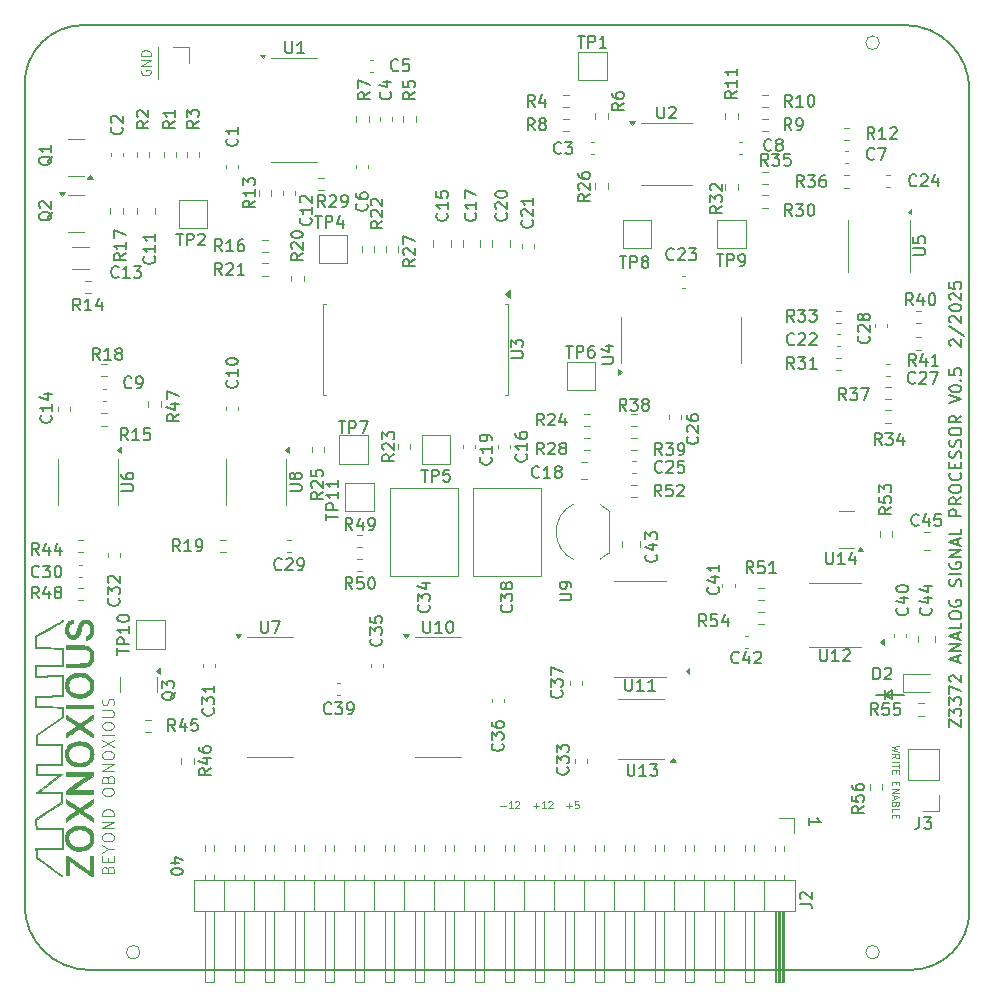
<source format=gbr>
G04 #@! TF.GenerationSoftware,KiCad,Pcbnew,7.0.11*
G04 #@! TF.CreationDate,2025-02-03T22:54:03-08:00*
G04 #@! TF.ProjectId,z3372,7a333337-322e-46b6-9963-61645f706362,0.5*
G04 #@! TF.SameCoordinates,PX3de4ba0PY65da380*
G04 #@! TF.FileFunction,Legend,Top*
G04 #@! TF.FilePolarity,Positive*
%FSLAX46Y46*%
G04 Gerber Fmt 4.6, Leading zero omitted, Abs format (unit mm)*
G04 Created by KiCad (PCBNEW 7.0.11) date 2025-02-03 22:54:03*
%MOMM*%
%LPD*%
G01*
G04 APERTURE LIST*
%ADD10C,0.150000*%
%ADD11C,0.090000*%
%ADD12C,0.120000*%
%ADD13C,0.010000*%
G04 #@! TA.AperFunction,Profile*
%ADD14C,0.150000*%
G04 #@! TD*
G04 #@! TA.AperFunction,Profile*
%ADD15C,0.050000*%
G04 #@! TD*
G04 APERTURE END LIST*
D10*
X73950000Y25200000D02*
X73350000Y24800000D01*
X74950000Y24800000D02*
X72550000Y24800000D01*
X73950000Y24400000D02*
X73950000Y25200000D01*
X73350000Y25200000D02*
X73350000Y24400000D01*
X73350000Y24800000D02*
X73950000Y24400000D01*
X78804819Y22041542D02*
X78804819Y22708208D01*
X78804819Y22708208D02*
X79804819Y22041542D01*
X79804819Y22041542D02*
X79804819Y22708208D01*
X78804819Y22993923D02*
X78804819Y23612970D01*
X78804819Y23612970D02*
X79185771Y23279637D01*
X79185771Y23279637D02*
X79185771Y23422494D01*
X79185771Y23422494D02*
X79233390Y23517732D01*
X79233390Y23517732D02*
X79281009Y23565351D01*
X79281009Y23565351D02*
X79376247Y23612970D01*
X79376247Y23612970D02*
X79614342Y23612970D01*
X79614342Y23612970D02*
X79709580Y23565351D01*
X79709580Y23565351D02*
X79757200Y23517732D01*
X79757200Y23517732D02*
X79804819Y23422494D01*
X79804819Y23422494D02*
X79804819Y23136780D01*
X79804819Y23136780D02*
X79757200Y23041542D01*
X79757200Y23041542D02*
X79709580Y22993923D01*
X78804819Y23946304D02*
X78804819Y24565351D01*
X78804819Y24565351D02*
X79185771Y24232018D01*
X79185771Y24232018D02*
X79185771Y24374875D01*
X79185771Y24374875D02*
X79233390Y24470113D01*
X79233390Y24470113D02*
X79281009Y24517732D01*
X79281009Y24517732D02*
X79376247Y24565351D01*
X79376247Y24565351D02*
X79614342Y24565351D01*
X79614342Y24565351D02*
X79709580Y24517732D01*
X79709580Y24517732D02*
X79757200Y24470113D01*
X79757200Y24470113D02*
X79804819Y24374875D01*
X79804819Y24374875D02*
X79804819Y24089161D01*
X79804819Y24089161D02*
X79757200Y23993923D01*
X79757200Y23993923D02*
X79709580Y23946304D01*
X78804819Y24898685D02*
X78804819Y25565351D01*
X78804819Y25565351D02*
X79804819Y25136780D01*
X78900057Y25898685D02*
X78852438Y25946304D01*
X78852438Y25946304D02*
X78804819Y26041542D01*
X78804819Y26041542D02*
X78804819Y26279637D01*
X78804819Y26279637D02*
X78852438Y26374875D01*
X78852438Y26374875D02*
X78900057Y26422494D01*
X78900057Y26422494D02*
X78995295Y26470113D01*
X78995295Y26470113D02*
X79090533Y26470113D01*
X79090533Y26470113D02*
X79233390Y26422494D01*
X79233390Y26422494D02*
X79804819Y25851066D01*
X79804819Y25851066D02*
X79804819Y26470113D01*
X79519104Y27612971D02*
X79519104Y28089161D01*
X79804819Y27517733D02*
X78804819Y27851066D01*
X78804819Y27851066D02*
X79804819Y28184399D01*
X79804819Y28517733D02*
X78804819Y28517733D01*
X78804819Y28517733D02*
X79804819Y29089161D01*
X79804819Y29089161D02*
X78804819Y29089161D01*
X79519104Y29517733D02*
X79519104Y29993923D01*
X79804819Y29422495D02*
X78804819Y29755828D01*
X78804819Y29755828D02*
X79804819Y30089161D01*
X79804819Y30898685D02*
X79804819Y30422495D01*
X79804819Y30422495D02*
X78804819Y30422495D01*
X78804819Y31422495D02*
X78804819Y31612971D01*
X78804819Y31612971D02*
X78852438Y31708209D01*
X78852438Y31708209D02*
X78947676Y31803447D01*
X78947676Y31803447D02*
X79138152Y31851066D01*
X79138152Y31851066D02*
X79471485Y31851066D01*
X79471485Y31851066D02*
X79661961Y31803447D01*
X79661961Y31803447D02*
X79757200Y31708209D01*
X79757200Y31708209D02*
X79804819Y31612971D01*
X79804819Y31612971D02*
X79804819Y31422495D01*
X79804819Y31422495D02*
X79757200Y31327257D01*
X79757200Y31327257D02*
X79661961Y31232019D01*
X79661961Y31232019D02*
X79471485Y31184400D01*
X79471485Y31184400D02*
X79138152Y31184400D01*
X79138152Y31184400D02*
X78947676Y31232019D01*
X78947676Y31232019D02*
X78852438Y31327257D01*
X78852438Y31327257D02*
X78804819Y31422495D01*
X78852438Y32803447D02*
X78804819Y32708209D01*
X78804819Y32708209D02*
X78804819Y32565352D01*
X78804819Y32565352D02*
X78852438Y32422495D01*
X78852438Y32422495D02*
X78947676Y32327257D01*
X78947676Y32327257D02*
X79042914Y32279638D01*
X79042914Y32279638D02*
X79233390Y32232019D01*
X79233390Y32232019D02*
X79376247Y32232019D01*
X79376247Y32232019D02*
X79566723Y32279638D01*
X79566723Y32279638D02*
X79661961Y32327257D01*
X79661961Y32327257D02*
X79757200Y32422495D01*
X79757200Y32422495D02*
X79804819Y32565352D01*
X79804819Y32565352D02*
X79804819Y32660590D01*
X79804819Y32660590D02*
X79757200Y32803447D01*
X79757200Y32803447D02*
X79709580Y32851066D01*
X79709580Y32851066D02*
X79376247Y32851066D01*
X79376247Y32851066D02*
X79376247Y32660590D01*
X79757200Y33993924D02*
X79804819Y34136781D01*
X79804819Y34136781D02*
X79804819Y34374876D01*
X79804819Y34374876D02*
X79757200Y34470114D01*
X79757200Y34470114D02*
X79709580Y34517733D01*
X79709580Y34517733D02*
X79614342Y34565352D01*
X79614342Y34565352D02*
X79519104Y34565352D01*
X79519104Y34565352D02*
X79423866Y34517733D01*
X79423866Y34517733D02*
X79376247Y34470114D01*
X79376247Y34470114D02*
X79328628Y34374876D01*
X79328628Y34374876D02*
X79281009Y34184400D01*
X79281009Y34184400D02*
X79233390Y34089162D01*
X79233390Y34089162D02*
X79185771Y34041543D01*
X79185771Y34041543D02*
X79090533Y33993924D01*
X79090533Y33993924D02*
X78995295Y33993924D01*
X78995295Y33993924D02*
X78900057Y34041543D01*
X78900057Y34041543D02*
X78852438Y34089162D01*
X78852438Y34089162D02*
X78804819Y34184400D01*
X78804819Y34184400D02*
X78804819Y34422495D01*
X78804819Y34422495D02*
X78852438Y34565352D01*
X79804819Y34993924D02*
X78804819Y34993924D01*
X78852438Y35993923D02*
X78804819Y35898685D01*
X78804819Y35898685D02*
X78804819Y35755828D01*
X78804819Y35755828D02*
X78852438Y35612971D01*
X78852438Y35612971D02*
X78947676Y35517733D01*
X78947676Y35517733D02*
X79042914Y35470114D01*
X79042914Y35470114D02*
X79233390Y35422495D01*
X79233390Y35422495D02*
X79376247Y35422495D01*
X79376247Y35422495D02*
X79566723Y35470114D01*
X79566723Y35470114D02*
X79661961Y35517733D01*
X79661961Y35517733D02*
X79757200Y35612971D01*
X79757200Y35612971D02*
X79804819Y35755828D01*
X79804819Y35755828D02*
X79804819Y35851066D01*
X79804819Y35851066D02*
X79757200Y35993923D01*
X79757200Y35993923D02*
X79709580Y36041542D01*
X79709580Y36041542D02*
X79376247Y36041542D01*
X79376247Y36041542D02*
X79376247Y35851066D01*
X79804819Y36470114D02*
X78804819Y36470114D01*
X78804819Y36470114D02*
X79804819Y37041542D01*
X79804819Y37041542D02*
X78804819Y37041542D01*
X79519104Y37470114D02*
X79519104Y37946304D01*
X79804819Y37374876D02*
X78804819Y37708209D01*
X78804819Y37708209D02*
X79804819Y38041542D01*
X79804819Y38851066D02*
X79804819Y38374876D01*
X79804819Y38374876D02*
X78804819Y38374876D01*
X79804819Y39946305D02*
X78804819Y39946305D01*
X78804819Y39946305D02*
X78804819Y40327257D01*
X78804819Y40327257D02*
X78852438Y40422495D01*
X78852438Y40422495D02*
X78900057Y40470114D01*
X78900057Y40470114D02*
X78995295Y40517733D01*
X78995295Y40517733D02*
X79138152Y40517733D01*
X79138152Y40517733D02*
X79233390Y40470114D01*
X79233390Y40470114D02*
X79281009Y40422495D01*
X79281009Y40422495D02*
X79328628Y40327257D01*
X79328628Y40327257D02*
X79328628Y39946305D01*
X79804819Y41517733D02*
X79328628Y41184400D01*
X79804819Y40946305D02*
X78804819Y40946305D01*
X78804819Y40946305D02*
X78804819Y41327257D01*
X78804819Y41327257D02*
X78852438Y41422495D01*
X78852438Y41422495D02*
X78900057Y41470114D01*
X78900057Y41470114D02*
X78995295Y41517733D01*
X78995295Y41517733D02*
X79138152Y41517733D01*
X79138152Y41517733D02*
X79233390Y41470114D01*
X79233390Y41470114D02*
X79281009Y41422495D01*
X79281009Y41422495D02*
X79328628Y41327257D01*
X79328628Y41327257D02*
X79328628Y40946305D01*
X78804819Y42136781D02*
X78804819Y42327257D01*
X78804819Y42327257D02*
X78852438Y42422495D01*
X78852438Y42422495D02*
X78947676Y42517733D01*
X78947676Y42517733D02*
X79138152Y42565352D01*
X79138152Y42565352D02*
X79471485Y42565352D01*
X79471485Y42565352D02*
X79661961Y42517733D01*
X79661961Y42517733D02*
X79757200Y42422495D01*
X79757200Y42422495D02*
X79804819Y42327257D01*
X79804819Y42327257D02*
X79804819Y42136781D01*
X79804819Y42136781D02*
X79757200Y42041543D01*
X79757200Y42041543D02*
X79661961Y41946305D01*
X79661961Y41946305D02*
X79471485Y41898686D01*
X79471485Y41898686D02*
X79138152Y41898686D01*
X79138152Y41898686D02*
X78947676Y41946305D01*
X78947676Y41946305D02*
X78852438Y42041543D01*
X78852438Y42041543D02*
X78804819Y42136781D01*
X79709580Y43565352D02*
X79757200Y43517733D01*
X79757200Y43517733D02*
X79804819Y43374876D01*
X79804819Y43374876D02*
X79804819Y43279638D01*
X79804819Y43279638D02*
X79757200Y43136781D01*
X79757200Y43136781D02*
X79661961Y43041543D01*
X79661961Y43041543D02*
X79566723Y42993924D01*
X79566723Y42993924D02*
X79376247Y42946305D01*
X79376247Y42946305D02*
X79233390Y42946305D01*
X79233390Y42946305D02*
X79042914Y42993924D01*
X79042914Y42993924D02*
X78947676Y43041543D01*
X78947676Y43041543D02*
X78852438Y43136781D01*
X78852438Y43136781D02*
X78804819Y43279638D01*
X78804819Y43279638D02*
X78804819Y43374876D01*
X78804819Y43374876D02*
X78852438Y43517733D01*
X78852438Y43517733D02*
X78900057Y43565352D01*
X79281009Y43993924D02*
X79281009Y44327257D01*
X79804819Y44470114D02*
X79804819Y43993924D01*
X79804819Y43993924D02*
X78804819Y43993924D01*
X78804819Y43993924D02*
X78804819Y44470114D01*
X79757200Y44851067D02*
X79804819Y44993924D01*
X79804819Y44993924D02*
X79804819Y45232019D01*
X79804819Y45232019D02*
X79757200Y45327257D01*
X79757200Y45327257D02*
X79709580Y45374876D01*
X79709580Y45374876D02*
X79614342Y45422495D01*
X79614342Y45422495D02*
X79519104Y45422495D01*
X79519104Y45422495D02*
X79423866Y45374876D01*
X79423866Y45374876D02*
X79376247Y45327257D01*
X79376247Y45327257D02*
X79328628Y45232019D01*
X79328628Y45232019D02*
X79281009Y45041543D01*
X79281009Y45041543D02*
X79233390Y44946305D01*
X79233390Y44946305D02*
X79185771Y44898686D01*
X79185771Y44898686D02*
X79090533Y44851067D01*
X79090533Y44851067D02*
X78995295Y44851067D01*
X78995295Y44851067D02*
X78900057Y44898686D01*
X78900057Y44898686D02*
X78852438Y44946305D01*
X78852438Y44946305D02*
X78804819Y45041543D01*
X78804819Y45041543D02*
X78804819Y45279638D01*
X78804819Y45279638D02*
X78852438Y45422495D01*
X79757200Y45803448D02*
X79804819Y45946305D01*
X79804819Y45946305D02*
X79804819Y46184400D01*
X79804819Y46184400D02*
X79757200Y46279638D01*
X79757200Y46279638D02*
X79709580Y46327257D01*
X79709580Y46327257D02*
X79614342Y46374876D01*
X79614342Y46374876D02*
X79519104Y46374876D01*
X79519104Y46374876D02*
X79423866Y46327257D01*
X79423866Y46327257D02*
X79376247Y46279638D01*
X79376247Y46279638D02*
X79328628Y46184400D01*
X79328628Y46184400D02*
X79281009Y45993924D01*
X79281009Y45993924D02*
X79233390Y45898686D01*
X79233390Y45898686D02*
X79185771Y45851067D01*
X79185771Y45851067D02*
X79090533Y45803448D01*
X79090533Y45803448D02*
X78995295Y45803448D01*
X78995295Y45803448D02*
X78900057Y45851067D01*
X78900057Y45851067D02*
X78852438Y45898686D01*
X78852438Y45898686D02*
X78804819Y45993924D01*
X78804819Y45993924D02*
X78804819Y46232019D01*
X78804819Y46232019D02*
X78852438Y46374876D01*
X78804819Y46993924D02*
X78804819Y47184400D01*
X78804819Y47184400D02*
X78852438Y47279638D01*
X78852438Y47279638D02*
X78947676Y47374876D01*
X78947676Y47374876D02*
X79138152Y47422495D01*
X79138152Y47422495D02*
X79471485Y47422495D01*
X79471485Y47422495D02*
X79661961Y47374876D01*
X79661961Y47374876D02*
X79757200Y47279638D01*
X79757200Y47279638D02*
X79804819Y47184400D01*
X79804819Y47184400D02*
X79804819Y46993924D01*
X79804819Y46993924D02*
X79757200Y46898686D01*
X79757200Y46898686D02*
X79661961Y46803448D01*
X79661961Y46803448D02*
X79471485Y46755829D01*
X79471485Y46755829D02*
X79138152Y46755829D01*
X79138152Y46755829D02*
X78947676Y46803448D01*
X78947676Y46803448D02*
X78852438Y46898686D01*
X78852438Y46898686D02*
X78804819Y46993924D01*
X79804819Y48422495D02*
X79328628Y48089162D01*
X79804819Y47851067D02*
X78804819Y47851067D01*
X78804819Y47851067D02*
X78804819Y48232019D01*
X78804819Y48232019D02*
X78852438Y48327257D01*
X78852438Y48327257D02*
X78900057Y48374876D01*
X78900057Y48374876D02*
X78995295Y48422495D01*
X78995295Y48422495D02*
X79138152Y48422495D01*
X79138152Y48422495D02*
X79233390Y48374876D01*
X79233390Y48374876D02*
X79281009Y48327257D01*
X79281009Y48327257D02*
X79328628Y48232019D01*
X79328628Y48232019D02*
X79328628Y47851067D01*
X78804819Y49470115D02*
X79804819Y49803448D01*
X79804819Y49803448D02*
X78804819Y50136781D01*
X78804819Y50660591D02*
X78804819Y50755829D01*
X78804819Y50755829D02*
X78852438Y50851067D01*
X78852438Y50851067D02*
X78900057Y50898686D01*
X78900057Y50898686D02*
X78995295Y50946305D01*
X78995295Y50946305D02*
X79185771Y50993924D01*
X79185771Y50993924D02*
X79423866Y50993924D01*
X79423866Y50993924D02*
X79614342Y50946305D01*
X79614342Y50946305D02*
X79709580Y50898686D01*
X79709580Y50898686D02*
X79757200Y50851067D01*
X79757200Y50851067D02*
X79804819Y50755829D01*
X79804819Y50755829D02*
X79804819Y50660591D01*
X79804819Y50660591D02*
X79757200Y50565353D01*
X79757200Y50565353D02*
X79709580Y50517734D01*
X79709580Y50517734D02*
X79614342Y50470115D01*
X79614342Y50470115D02*
X79423866Y50422496D01*
X79423866Y50422496D02*
X79185771Y50422496D01*
X79185771Y50422496D02*
X78995295Y50470115D01*
X78995295Y50470115D02*
X78900057Y50517734D01*
X78900057Y50517734D02*
X78852438Y50565353D01*
X78852438Y50565353D02*
X78804819Y50660591D01*
X79709580Y51422496D02*
X79757200Y51470115D01*
X79757200Y51470115D02*
X79804819Y51422496D01*
X79804819Y51422496D02*
X79757200Y51374877D01*
X79757200Y51374877D02*
X79709580Y51422496D01*
X79709580Y51422496D02*
X79804819Y51422496D01*
X78804819Y52374876D02*
X78804819Y51898686D01*
X78804819Y51898686D02*
X79281009Y51851067D01*
X79281009Y51851067D02*
X79233390Y51898686D01*
X79233390Y51898686D02*
X79185771Y51993924D01*
X79185771Y51993924D02*
X79185771Y52232019D01*
X79185771Y52232019D02*
X79233390Y52327257D01*
X79233390Y52327257D02*
X79281009Y52374876D01*
X79281009Y52374876D02*
X79376247Y52422495D01*
X79376247Y52422495D02*
X79614342Y52422495D01*
X79614342Y52422495D02*
X79709580Y52374876D01*
X79709580Y52374876D02*
X79757200Y52327257D01*
X79757200Y52327257D02*
X79804819Y52232019D01*
X79804819Y52232019D02*
X79804819Y51993924D01*
X79804819Y51993924D02*
X79757200Y51898686D01*
X79757200Y51898686D02*
X79709580Y51851067D01*
X78900057Y54327258D02*
X78852438Y54374877D01*
X78852438Y54374877D02*
X78804819Y54470115D01*
X78804819Y54470115D02*
X78804819Y54708210D01*
X78804819Y54708210D02*
X78852438Y54803448D01*
X78852438Y54803448D02*
X78900057Y54851067D01*
X78900057Y54851067D02*
X78995295Y54898686D01*
X78995295Y54898686D02*
X79090533Y54898686D01*
X79090533Y54898686D02*
X79233390Y54851067D01*
X79233390Y54851067D02*
X79804819Y54279639D01*
X79804819Y54279639D02*
X79804819Y54898686D01*
X78757200Y56041543D02*
X80042914Y55184401D01*
X78900057Y56327258D02*
X78852438Y56374877D01*
X78852438Y56374877D02*
X78804819Y56470115D01*
X78804819Y56470115D02*
X78804819Y56708210D01*
X78804819Y56708210D02*
X78852438Y56803448D01*
X78852438Y56803448D02*
X78900057Y56851067D01*
X78900057Y56851067D02*
X78995295Y56898686D01*
X78995295Y56898686D02*
X79090533Y56898686D01*
X79090533Y56898686D02*
X79233390Y56851067D01*
X79233390Y56851067D02*
X79804819Y56279639D01*
X79804819Y56279639D02*
X79804819Y56898686D01*
X78804819Y57517734D02*
X78804819Y57612972D01*
X78804819Y57612972D02*
X78852438Y57708210D01*
X78852438Y57708210D02*
X78900057Y57755829D01*
X78900057Y57755829D02*
X78995295Y57803448D01*
X78995295Y57803448D02*
X79185771Y57851067D01*
X79185771Y57851067D02*
X79423866Y57851067D01*
X79423866Y57851067D02*
X79614342Y57803448D01*
X79614342Y57803448D02*
X79709580Y57755829D01*
X79709580Y57755829D02*
X79757200Y57708210D01*
X79757200Y57708210D02*
X79804819Y57612972D01*
X79804819Y57612972D02*
X79804819Y57517734D01*
X79804819Y57517734D02*
X79757200Y57422496D01*
X79757200Y57422496D02*
X79709580Y57374877D01*
X79709580Y57374877D02*
X79614342Y57327258D01*
X79614342Y57327258D02*
X79423866Y57279639D01*
X79423866Y57279639D02*
X79185771Y57279639D01*
X79185771Y57279639D02*
X78995295Y57327258D01*
X78995295Y57327258D02*
X78900057Y57374877D01*
X78900057Y57374877D02*
X78852438Y57422496D01*
X78852438Y57422496D02*
X78804819Y57517734D01*
X78900057Y58232020D02*
X78852438Y58279639D01*
X78852438Y58279639D02*
X78804819Y58374877D01*
X78804819Y58374877D02*
X78804819Y58612972D01*
X78804819Y58612972D02*
X78852438Y58708210D01*
X78852438Y58708210D02*
X78900057Y58755829D01*
X78900057Y58755829D02*
X78995295Y58803448D01*
X78995295Y58803448D02*
X79090533Y58803448D01*
X79090533Y58803448D02*
X79233390Y58755829D01*
X79233390Y58755829D02*
X79804819Y58184401D01*
X79804819Y58184401D02*
X79804819Y58803448D01*
X78804819Y59708210D02*
X78804819Y59232020D01*
X78804819Y59232020D02*
X79281009Y59184401D01*
X79281009Y59184401D02*
X79233390Y59232020D01*
X79233390Y59232020D02*
X79185771Y59327258D01*
X79185771Y59327258D02*
X79185771Y59565353D01*
X79185771Y59565353D02*
X79233390Y59660591D01*
X79233390Y59660591D02*
X79281009Y59708210D01*
X79281009Y59708210D02*
X79376247Y59755829D01*
X79376247Y59755829D02*
X79614342Y59755829D01*
X79614342Y59755829D02*
X79709580Y59708210D01*
X79709580Y59708210D02*
X79757200Y59660591D01*
X79757200Y59660591D02*
X79804819Y59565353D01*
X79804819Y59565353D02*
X79804819Y59327258D01*
X79804819Y59327258D02*
X79757200Y59232020D01*
X79757200Y59232020D02*
X79709580Y59184401D01*
D11*
X40770713Y15395680D02*
X41227856Y15395680D01*
X41827855Y15167109D02*
X41484998Y15167109D01*
X41656427Y15167109D02*
X41656427Y15767109D01*
X41656427Y15767109D02*
X41599284Y15681395D01*
X41599284Y15681395D02*
X41542141Y15624252D01*
X41542141Y15624252D02*
X41484998Y15595680D01*
X42056427Y15709966D02*
X42084999Y15738538D01*
X42084999Y15738538D02*
X42142142Y15767109D01*
X42142142Y15767109D02*
X42284999Y15767109D01*
X42284999Y15767109D02*
X42342142Y15738538D01*
X42342142Y15738538D02*
X42370713Y15709966D01*
X42370713Y15709966D02*
X42399284Y15652823D01*
X42399284Y15652823D02*
X42399284Y15595680D01*
X42399284Y15595680D02*
X42370713Y15509966D01*
X42370713Y15509966D02*
X42027856Y15167109D01*
X42027856Y15167109D02*
X42399284Y15167109D01*
X43570714Y15395680D02*
X44027857Y15395680D01*
X43799285Y15167109D02*
X43799285Y15624252D01*
X44627856Y15167109D02*
X44284999Y15167109D01*
X44456428Y15167109D02*
X44456428Y15767109D01*
X44456428Y15767109D02*
X44399285Y15681395D01*
X44399285Y15681395D02*
X44342142Y15624252D01*
X44342142Y15624252D02*
X44284999Y15595680D01*
X44856428Y15709966D02*
X44885000Y15738538D01*
X44885000Y15738538D02*
X44942143Y15767109D01*
X44942143Y15767109D02*
X45085000Y15767109D01*
X45085000Y15767109D02*
X45142143Y15738538D01*
X45142143Y15738538D02*
X45170714Y15709966D01*
X45170714Y15709966D02*
X45199285Y15652823D01*
X45199285Y15652823D02*
X45199285Y15595680D01*
X45199285Y15595680D02*
X45170714Y15509966D01*
X45170714Y15509966D02*
X44827857Y15167109D01*
X44827857Y15167109D02*
X45199285Y15167109D01*
X46370715Y15395680D02*
X46827858Y15395680D01*
X46599286Y15167109D02*
X46599286Y15624252D01*
X47399286Y15767109D02*
X47113572Y15767109D01*
X47113572Y15767109D02*
X47085000Y15481395D01*
X47085000Y15481395D02*
X47113572Y15509966D01*
X47113572Y15509966D02*
X47170715Y15538538D01*
X47170715Y15538538D02*
X47313572Y15538538D01*
X47313572Y15538538D02*
X47370715Y15509966D01*
X47370715Y15509966D02*
X47399286Y15481395D01*
X47399286Y15481395D02*
X47427857Y15424252D01*
X47427857Y15424252D02*
X47427857Y15281395D01*
X47427857Y15281395D02*
X47399286Y15224252D01*
X47399286Y15224252D02*
X47370715Y15195680D01*
X47370715Y15195680D02*
X47313572Y15167109D01*
X47313572Y15167109D02*
X47170715Y15167109D01*
X47170715Y15167109D02*
X47113572Y15195680D01*
X47113572Y15195680D02*
X47085000Y15224252D01*
D10*
X13561847Y10585715D02*
X12895180Y10585715D01*
X13942800Y10823810D02*
X13228514Y11061905D01*
X13228514Y11061905D02*
X13228514Y10442858D01*
X13895180Y9871429D02*
X13895180Y9776191D01*
X13895180Y9776191D02*
X13847561Y9680953D01*
X13847561Y9680953D02*
X13799942Y9633334D01*
X13799942Y9633334D02*
X13704704Y9585715D01*
X13704704Y9585715D02*
X13514228Y9538096D01*
X13514228Y9538096D02*
X13276133Y9538096D01*
X13276133Y9538096D02*
X13085657Y9585715D01*
X13085657Y9585715D02*
X12990419Y9633334D01*
X12990419Y9633334D02*
X12942800Y9680953D01*
X12942800Y9680953D02*
X12895180Y9776191D01*
X12895180Y9776191D02*
X12895180Y9871429D01*
X12895180Y9871429D02*
X12942800Y9966667D01*
X12942800Y9966667D02*
X12990419Y10014286D01*
X12990419Y10014286D02*
X13085657Y10061905D01*
X13085657Y10061905D02*
X13276133Y10109524D01*
X13276133Y10109524D02*
X13514228Y10109524D01*
X13514228Y10109524D02*
X13704704Y10061905D01*
X13704704Y10061905D02*
X13799942Y10014286D01*
X13799942Y10014286D02*
X13847561Y9966667D01*
X13847561Y9966667D02*
X13895180Y9871429D01*
D11*
X7534129Y10002382D02*
X7581748Y10145239D01*
X7581748Y10145239D02*
X7629367Y10192858D01*
X7629367Y10192858D02*
X7724605Y10240477D01*
X7724605Y10240477D02*
X7867462Y10240477D01*
X7867462Y10240477D02*
X7962700Y10192858D01*
X7962700Y10192858D02*
X8010320Y10145239D01*
X8010320Y10145239D02*
X8057939Y10050001D01*
X8057939Y10050001D02*
X8057939Y9669049D01*
X8057939Y9669049D02*
X7057939Y9669049D01*
X7057939Y9669049D02*
X7057939Y10002382D01*
X7057939Y10002382D02*
X7105558Y10097620D01*
X7105558Y10097620D02*
X7153177Y10145239D01*
X7153177Y10145239D02*
X7248415Y10192858D01*
X7248415Y10192858D02*
X7343653Y10192858D01*
X7343653Y10192858D02*
X7438891Y10145239D01*
X7438891Y10145239D02*
X7486510Y10097620D01*
X7486510Y10097620D02*
X7534129Y10002382D01*
X7534129Y10002382D02*
X7534129Y9669049D01*
X7534129Y10669049D02*
X7534129Y11002382D01*
X8057939Y11145239D02*
X8057939Y10669049D01*
X8057939Y10669049D02*
X7057939Y10669049D01*
X7057939Y10669049D02*
X7057939Y11145239D01*
X7581748Y11764287D02*
X8057939Y11764287D01*
X7057939Y11430954D02*
X7581748Y11764287D01*
X7581748Y11764287D02*
X7057939Y12097620D01*
X7057939Y12621430D02*
X7057939Y12811906D01*
X7057939Y12811906D02*
X7105558Y12907144D01*
X7105558Y12907144D02*
X7200796Y13002382D01*
X7200796Y13002382D02*
X7391272Y13050001D01*
X7391272Y13050001D02*
X7724605Y13050001D01*
X7724605Y13050001D02*
X7915081Y13002382D01*
X7915081Y13002382D02*
X8010320Y12907144D01*
X8010320Y12907144D02*
X8057939Y12811906D01*
X8057939Y12811906D02*
X8057939Y12621430D01*
X8057939Y12621430D02*
X8010320Y12526192D01*
X8010320Y12526192D02*
X7915081Y12430954D01*
X7915081Y12430954D02*
X7724605Y12383335D01*
X7724605Y12383335D02*
X7391272Y12383335D01*
X7391272Y12383335D02*
X7200796Y12430954D01*
X7200796Y12430954D02*
X7105558Y12526192D01*
X7105558Y12526192D02*
X7057939Y12621430D01*
X8057939Y13478573D02*
X7057939Y13478573D01*
X7057939Y13478573D02*
X8057939Y14050001D01*
X8057939Y14050001D02*
X7057939Y14050001D01*
X8057939Y14526192D02*
X7057939Y14526192D01*
X7057939Y14526192D02*
X7057939Y14764287D01*
X7057939Y14764287D02*
X7105558Y14907144D01*
X7105558Y14907144D02*
X7200796Y15002382D01*
X7200796Y15002382D02*
X7296034Y15050001D01*
X7296034Y15050001D02*
X7486510Y15097620D01*
X7486510Y15097620D02*
X7629367Y15097620D01*
X7629367Y15097620D02*
X7819843Y15050001D01*
X7819843Y15050001D02*
X7915081Y15002382D01*
X7915081Y15002382D02*
X8010320Y14907144D01*
X8010320Y14907144D02*
X8057939Y14764287D01*
X8057939Y14764287D02*
X8057939Y14526192D01*
X7057939Y16478573D02*
X7057939Y16669049D01*
X7057939Y16669049D02*
X7105558Y16764287D01*
X7105558Y16764287D02*
X7200796Y16859525D01*
X7200796Y16859525D02*
X7391272Y16907144D01*
X7391272Y16907144D02*
X7724605Y16907144D01*
X7724605Y16907144D02*
X7915081Y16859525D01*
X7915081Y16859525D02*
X8010320Y16764287D01*
X8010320Y16764287D02*
X8057939Y16669049D01*
X8057939Y16669049D02*
X8057939Y16478573D01*
X8057939Y16478573D02*
X8010320Y16383335D01*
X8010320Y16383335D02*
X7915081Y16288097D01*
X7915081Y16288097D02*
X7724605Y16240478D01*
X7724605Y16240478D02*
X7391272Y16240478D01*
X7391272Y16240478D02*
X7200796Y16288097D01*
X7200796Y16288097D02*
X7105558Y16383335D01*
X7105558Y16383335D02*
X7057939Y16478573D01*
X7534129Y17669049D02*
X7581748Y17811906D01*
X7581748Y17811906D02*
X7629367Y17859525D01*
X7629367Y17859525D02*
X7724605Y17907144D01*
X7724605Y17907144D02*
X7867462Y17907144D01*
X7867462Y17907144D02*
X7962700Y17859525D01*
X7962700Y17859525D02*
X8010320Y17811906D01*
X8010320Y17811906D02*
X8057939Y17716668D01*
X8057939Y17716668D02*
X8057939Y17335716D01*
X8057939Y17335716D02*
X7057939Y17335716D01*
X7057939Y17335716D02*
X7057939Y17669049D01*
X7057939Y17669049D02*
X7105558Y17764287D01*
X7105558Y17764287D02*
X7153177Y17811906D01*
X7153177Y17811906D02*
X7248415Y17859525D01*
X7248415Y17859525D02*
X7343653Y17859525D01*
X7343653Y17859525D02*
X7438891Y17811906D01*
X7438891Y17811906D02*
X7486510Y17764287D01*
X7486510Y17764287D02*
X7534129Y17669049D01*
X7534129Y17669049D02*
X7534129Y17335716D01*
X8057939Y18335716D02*
X7057939Y18335716D01*
X7057939Y18335716D02*
X8057939Y18907144D01*
X8057939Y18907144D02*
X7057939Y18907144D01*
X7057939Y19573811D02*
X7057939Y19764287D01*
X7057939Y19764287D02*
X7105558Y19859525D01*
X7105558Y19859525D02*
X7200796Y19954763D01*
X7200796Y19954763D02*
X7391272Y20002382D01*
X7391272Y20002382D02*
X7724605Y20002382D01*
X7724605Y20002382D02*
X7915081Y19954763D01*
X7915081Y19954763D02*
X8010320Y19859525D01*
X8010320Y19859525D02*
X8057939Y19764287D01*
X8057939Y19764287D02*
X8057939Y19573811D01*
X8057939Y19573811D02*
X8010320Y19478573D01*
X8010320Y19478573D02*
X7915081Y19383335D01*
X7915081Y19383335D02*
X7724605Y19335716D01*
X7724605Y19335716D02*
X7391272Y19335716D01*
X7391272Y19335716D02*
X7200796Y19383335D01*
X7200796Y19383335D02*
X7105558Y19478573D01*
X7105558Y19478573D02*
X7057939Y19573811D01*
X7057939Y20335716D02*
X8057939Y21002382D01*
X7057939Y21002382D02*
X8057939Y20335716D01*
X8057939Y21383335D02*
X7057939Y21383335D01*
X7057939Y22050001D02*
X7057939Y22240477D01*
X7057939Y22240477D02*
X7105558Y22335715D01*
X7105558Y22335715D02*
X7200796Y22430953D01*
X7200796Y22430953D02*
X7391272Y22478572D01*
X7391272Y22478572D02*
X7724605Y22478572D01*
X7724605Y22478572D02*
X7915081Y22430953D01*
X7915081Y22430953D02*
X8010320Y22335715D01*
X8010320Y22335715D02*
X8057939Y22240477D01*
X8057939Y22240477D02*
X8057939Y22050001D01*
X8057939Y22050001D02*
X8010320Y21954763D01*
X8010320Y21954763D02*
X7915081Y21859525D01*
X7915081Y21859525D02*
X7724605Y21811906D01*
X7724605Y21811906D02*
X7391272Y21811906D01*
X7391272Y21811906D02*
X7200796Y21859525D01*
X7200796Y21859525D02*
X7105558Y21954763D01*
X7105558Y21954763D02*
X7057939Y22050001D01*
X7057939Y22907144D02*
X7867462Y22907144D01*
X7867462Y22907144D02*
X7962700Y22954763D01*
X7962700Y22954763D02*
X8010320Y23002382D01*
X8010320Y23002382D02*
X8057939Y23097620D01*
X8057939Y23097620D02*
X8057939Y23288096D01*
X8057939Y23288096D02*
X8010320Y23383334D01*
X8010320Y23383334D02*
X7962700Y23430953D01*
X7962700Y23430953D02*
X7867462Y23478572D01*
X7867462Y23478572D02*
X7057939Y23478572D01*
X8010320Y23907144D02*
X8057939Y24050001D01*
X8057939Y24050001D02*
X8057939Y24288096D01*
X8057939Y24288096D02*
X8010320Y24383334D01*
X8010320Y24383334D02*
X7962700Y24430953D01*
X7962700Y24430953D02*
X7867462Y24478572D01*
X7867462Y24478572D02*
X7772224Y24478572D01*
X7772224Y24478572D02*
X7676986Y24430953D01*
X7676986Y24430953D02*
X7629367Y24383334D01*
X7629367Y24383334D02*
X7581748Y24288096D01*
X7581748Y24288096D02*
X7534129Y24097620D01*
X7534129Y24097620D02*
X7486510Y24002382D01*
X7486510Y24002382D02*
X7438891Y23954763D01*
X7438891Y23954763D02*
X7343653Y23907144D01*
X7343653Y23907144D02*
X7248415Y23907144D01*
X7248415Y23907144D02*
X7153177Y23954763D01*
X7153177Y23954763D02*
X7105558Y24002382D01*
X7105558Y24002382D02*
X7057939Y24097620D01*
X7057939Y24097620D02*
X7057939Y24335715D01*
X7057939Y24335715D02*
X7105558Y24478572D01*
X74527108Y20485714D02*
X73927108Y20342857D01*
X73927108Y20342857D02*
X74355680Y20228571D01*
X74355680Y20228571D02*
X73927108Y20114286D01*
X73927108Y20114286D02*
X74527108Y19971428D01*
X73927108Y19400000D02*
X74212822Y19600000D01*
X73927108Y19742857D02*
X74527108Y19742857D01*
X74527108Y19742857D02*
X74527108Y19514286D01*
X74527108Y19514286D02*
X74498537Y19457143D01*
X74498537Y19457143D02*
X74469965Y19428572D01*
X74469965Y19428572D02*
X74412822Y19400000D01*
X74412822Y19400000D02*
X74327108Y19400000D01*
X74327108Y19400000D02*
X74269965Y19428572D01*
X74269965Y19428572D02*
X74241394Y19457143D01*
X74241394Y19457143D02*
X74212822Y19514286D01*
X74212822Y19514286D02*
X74212822Y19742857D01*
X73927108Y19142857D02*
X74527108Y19142857D01*
X74527108Y18942858D02*
X74527108Y18600000D01*
X73927108Y18771429D02*
X74527108Y18771429D01*
X74241394Y18400000D02*
X74241394Y18200000D01*
X73927108Y18114286D02*
X73927108Y18400000D01*
X73927108Y18400000D02*
X74527108Y18400000D01*
X74527108Y18400000D02*
X74527108Y18114286D01*
X74241394Y17400000D02*
X74241394Y17200000D01*
X73927108Y17114286D02*
X73927108Y17400000D01*
X73927108Y17400000D02*
X74527108Y17400000D01*
X74527108Y17400000D02*
X74527108Y17114286D01*
X73927108Y16857143D02*
X74527108Y16857143D01*
X74527108Y16857143D02*
X73927108Y16514286D01*
X73927108Y16514286D02*
X74527108Y16514286D01*
X74098537Y16257144D02*
X74098537Y15971429D01*
X73927108Y16314287D02*
X74527108Y16114287D01*
X74527108Y16114287D02*
X73927108Y15914287D01*
X74241394Y15514286D02*
X74212822Y15428572D01*
X74212822Y15428572D02*
X74184251Y15400001D01*
X74184251Y15400001D02*
X74127108Y15371429D01*
X74127108Y15371429D02*
X74041394Y15371429D01*
X74041394Y15371429D02*
X73984251Y15400001D01*
X73984251Y15400001D02*
X73955680Y15428572D01*
X73955680Y15428572D02*
X73927108Y15485715D01*
X73927108Y15485715D02*
X73927108Y15714286D01*
X73927108Y15714286D02*
X74527108Y15714286D01*
X74527108Y15714286D02*
X74527108Y15514286D01*
X74527108Y15514286D02*
X74498537Y15457143D01*
X74498537Y15457143D02*
X74469965Y15428572D01*
X74469965Y15428572D02*
X74412822Y15400001D01*
X74412822Y15400001D02*
X74355680Y15400001D01*
X74355680Y15400001D02*
X74298537Y15428572D01*
X74298537Y15428572D02*
X74269965Y15457143D01*
X74269965Y15457143D02*
X74241394Y15514286D01*
X74241394Y15514286D02*
X74241394Y15714286D01*
X73927108Y14828572D02*
X73927108Y15114286D01*
X73927108Y15114286D02*
X74527108Y15114286D01*
X74241394Y14628572D02*
X74241394Y14428572D01*
X73927108Y14342858D02*
X73927108Y14628572D01*
X73927108Y14628572D02*
X74527108Y14628572D01*
X74527108Y14628572D02*
X74527108Y14342858D01*
D10*
X66895180Y13764286D02*
X66895180Y14335714D01*
X66895180Y14050000D02*
X67895180Y14050000D01*
X67895180Y14050000D02*
X67752323Y14145238D01*
X67752323Y14145238D02*
X67657085Y14240476D01*
X67657085Y14240476D02*
X67609466Y14335714D01*
D11*
X10403510Y77690477D02*
X10365415Y77614287D01*
X10365415Y77614287D02*
X10365415Y77500001D01*
X10365415Y77500001D02*
X10403510Y77385715D01*
X10403510Y77385715D02*
X10479700Y77309525D01*
X10479700Y77309525D02*
X10555891Y77271430D01*
X10555891Y77271430D02*
X10708272Y77233334D01*
X10708272Y77233334D02*
X10822558Y77233334D01*
X10822558Y77233334D02*
X10974939Y77271430D01*
X10974939Y77271430D02*
X11051129Y77309525D01*
X11051129Y77309525D02*
X11127320Y77385715D01*
X11127320Y77385715D02*
X11165415Y77500001D01*
X11165415Y77500001D02*
X11165415Y77576192D01*
X11165415Y77576192D02*
X11127320Y77690477D01*
X11127320Y77690477D02*
X11089224Y77728573D01*
X11089224Y77728573D02*
X10822558Y77728573D01*
X10822558Y77728573D02*
X10822558Y77576192D01*
X11165415Y78071430D02*
X10365415Y78071430D01*
X10365415Y78071430D02*
X11165415Y78528573D01*
X11165415Y78528573D02*
X10365415Y78528573D01*
X11165415Y78909525D02*
X10365415Y78909525D01*
X10365415Y78909525D02*
X10365415Y79100001D01*
X10365415Y79100001D02*
X10403510Y79214287D01*
X10403510Y79214287D02*
X10479700Y79290477D01*
X10479700Y79290477D02*
X10555891Y79328572D01*
X10555891Y79328572D02*
X10708272Y79366668D01*
X10708272Y79366668D02*
X10822558Y79366668D01*
X10822558Y79366668D02*
X10974939Y79328572D01*
X10974939Y79328572D02*
X11051129Y79290477D01*
X11051129Y79290477D02*
X11127320Y79214287D01*
X11127320Y79214287D02*
X11165415Y79100001D01*
X11165415Y79100001D02*
X11165415Y78909525D01*
D10*
X77209580Y32157143D02*
X77257200Y32109524D01*
X77257200Y32109524D02*
X77304819Y31966667D01*
X77304819Y31966667D02*
X77304819Y31871429D01*
X77304819Y31871429D02*
X77257200Y31728572D01*
X77257200Y31728572D02*
X77161961Y31633334D01*
X77161961Y31633334D02*
X77066723Y31585715D01*
X77066723Y31585715D02*
X76876247Y31538096D01*
X76876247Y31538096D02*
X76733390Y31538096D01*
X76733390Y31538096D02*
X76542914Y31585715D01*
X76542914Y31585715D02*
X76447676Y31633334D01*
X76447676Y31633334D02*
X76352438Y31728572D01*
X76352438Y31728572D02*
X76304819Y31871429D01*
X76304819Y31871429D02*
X76304819Y31966667D01*
X76304819Y31966667D02*
X76352438Y32109524D01*
X76352438Y32109524D02*
X76400057Y32157143D01*
X76638152Y33014286D02*
X77304819Y33014286D01*
X76257200Y32776191D02*
X76971485Y32538096D01*
X76971485Y32538096D02*
X76971485Y33157143D01*
X76638152Y33966667D02*
X77304819Y33966667D01*
X76257200Y33728572D02*
X76971485Y33490477D01*
X76971485Y33490477D02*
X76971485Y34109524D01*
X75209580Y32157143D02*
X75257200Y32109524D01*
X75257200Y32109524D02*
X75304819Y31966667D01*
X75304819Y31966667D02*
X75304819Y31871429D01*
X75304819Y31871429D02*
X75257200Y31728572D01*
X75257200Y31728572D02*
X75161961Y31633334D01*
X75161961Y31633334D02*
X75066723Y31585715D01*
X75066723Y31585715D02*
X74876247Y31538096D01*
X74876247Y31538096D02*
X74733390Y31538096D01*
X74733390Y31538096D02*
X74542914Y31585715D01*
X74542914Y31585715D02*
X74447676Y31633334D01*
X74447676Y31633334D02*
X74352438Y31728572D01*
X74352438Y31728572D02*
X74304819Y31871429D01*
X74304819Y31871429D02*
X74304819Y31966667D01*
X74304819Y31966667D02*
X74352438Y32109524D01*
X74352438Y32109524D02*
X74400057Y32157143D01*
X74638152Y33014286D02*
X75304819Y33014286D01*
X74257200Y32776191D02*
X74971485Y32538096D01*
X74971485Y32538096D02*
X74971485Y33157143D01*
X74304819Y33728572D02*
X74304819Y33823810D01*
X74304819Y33823810D02*
X74352438Y33919048D01*
X74352438Y33919048D02*
X74400057Y33966667D01*
X74400057Y33966667D02*
X74495295Y34014286D01*
X74495295Y34014286D02*
X74685771Y34061905D01*
X74685771Y34061905D02*
X74923866Y34061905D01*
X74923866Y34061905D02*
X75114342Y34014286D01*
X75114342Y34014286D02*
X75209580Y33966667D01*
X75209580Y33966667D02*
X75257200Y33919048D01*
X75257200Y33919048D02*
X75304819Y33823810D01*
X75304819Y33823810D02*
X75304819Y33728572D01*
X75304819Y33728572D02*
X75257200Y33633334D01*
X75257200Y33633334D02*
X75209580Y33585715D01*
X75209580Y33585715D02*
X75114342Y33538096D01*
X75114342Y33538096D02*
X74923866Y33490477D01*
X74923866Y33490477D02*
X74685771Y33490477D01*
X74685771Y33490477D02*
X74495295Y33538096D01*
X74495295Y33538096D02*
X74400057Y33585715D01*
X74400057Y33585715D02*
X74352438Y33633334D01*
X74352438Y33633334D02*
X74304819Y33728572D01*
X65655517Y56393556D02*
X65322184Y56869747D01*
X65084089Y56393556D02*
X65084089Y57393556D01*
X65084089Y57393556D02*
X65465041Y57393556D01*
X65465041Y57393556D02*
X65560279Y57345937D01*
X65560279Y57345937D02*
X65607898Y57298318D01*
X65607898Y57298318D02*
X65655517Y57203080D01*
X65655517Y57203080D02*
X65655517Y57060223D01*
X65655517Y57060223D02*
X65607898Y56964985D01*
X65607898Y56964985D02*
X65560279Y56917366D01*
X65560279Y56917366D02*
X65465041Y56869747D01*
X65465041Y56869747D02*
X65084089Y56869747D01*
X65988851Y57393556D02*
X66607898Y57393556D01*
X66607898Y57393556D02*
X66274565Y57012604D01*
X66274565Y57012604D02*
X66417422Y57012604D01*
X66417422Y57012604D02*
X66512660Y56964985D01*
X66512660Y56964985D02*
X66560279Y56917366D01*
X66560279Y56917366D02*
X66607898Y56822128D01*
X66607898Y56822128D02*
X66607898Y56584033D01*
X66607898Y56584033D02*
X66560279Y56488795D01*
X66560279Y56488795D02*
X66512660Y56441175D01*
X66512660Y56441175D02*
X66417422Y56393556D01*
X66417422Y56393556D02*
X66131708Y56393556D01*
X66131708Y56393556D02*
X66036470Y56441175D01*
X66036470Y56441175D02*
X65988851Y56488795D01*
X66941232Y57393556D02*
X67560279Y57393556D01*
X67560279Y57393556D02*
X67226946Y57012604D01*
X67226946Y57012604D02*
X67369803Y57012604D01*
X67369803Y57012604D02*
X67465041Y56964985D01*
X67465041Y56964985D02*
X67512660Y56917366D01*
X67512660Y56917366D02*
X67560279Y56822128D01*
X67560279Y56822128D02*
X67560279Y56584033D01*
X67560279Y56584033D02*
X67512660Y56488795D01*
X67512660Y56488795D02*
X67465041Y56441175D01*
X67465041Y56441175D02*
X67369803Y56393556D01*
X67369803Y56393556D02*
X67084089Y56393556D01*
X67084089Y56393556D02*
X66988851Y56441175D01*
X66988851Y56441175D02*
X66941232Y56488795D01*
X45959580Y25157143D02*
X46007200Y25109524D01*
X46007200Y25109524D02*
X46054819Y24966667D01*
X46054819Y24966667D02*
X46054819Y24871429D01*
X46054819Y24871429D02*
X46007200Y24728572D01*
X46007200Y24728572D02*
X45911961Y24633334D01*
X45911961Y24633334D02*
X45816723Y24585715D01*
X45816723Y24585715D02*
X45626247Y24538096D01*
X45626247Y24538096D02*
X45483390Y24538096D01*
X45483390Y24538096D02*
X45292914Y24585715D01*
X45292914Y24585715D02*
X45197676Y24633334D01*
X45197676Y24633334D02*
X45102438Y24728572D01*
X45102438Y24728572D02*
X45054819Y24871429D01*
X45054819Y24871429D02*
X45054819Y24966667D01*
X45054819Y24966667D02*
X45102438Y25109524D01*
X45102438Y25109524D02*
X45150057Y25157143D01*
X45054819Y25490477D02*
X45054819Y26109524D01*
X45054819Y26109524D02*
X45435771Y25776191D01*
X45435771Y25776191D02*
X45435771Y25919048D01*
X45435771Y25919048D02*
X45483390Y26014286D01*
X45483390Y26014286D02*
X45531009Y26061905D01*
X45531009Y26061905D02*
X45626247Y26109524D01*
X45626247Y26109524D02*
X45864342Y26109524D01*
X45864342Y26109524D02*
X45959580Y26061905D01*
X45959580Y26061905D02*
X46007200Y26014286D01*
X46007200Y26014286D02*
X46054819Y25919048D01*
X46054819Y25919048D02*
X46054819Y25633334D01*
X46054819Y25633334D02*
X46007200Y25538096D01*
X46007200Y25538096D02*
X45959580Y25490477D01*
X45054819Y26442858D02*
X45054819Y27109524D01*
X45054819Y27109524D02*
X46054819Y26680953D01*
X51361905Y26120181D02*
X51361905Y25310658D01*
X51361905Y25310658D02*
X51409524Y25215420D01*
X51409524Y25215420D02*
X51457143Y25167800D01*
X51457143Y25167800D02*
X51552381Y25120181D01*
X51552381Y25120181D02*
X51742857Y25120181D01*
X51742857Y25120181D02*
X51838095Y25167800D01*
X51838095Y25167800D02*
X51885714Y25215420D01*
X51885714Y25215420D02*
X51933333Y25310658D01*
X51933333Y25310658D02*
X51933333Y26120181D01*
X52933333Y25120181D02*
X52361905Y25120181D01*
X52647619Y25120181D02*
X52647619Y26120181D01*
X52647619Y26120181D02*
X52552381Y25977324D01*
X52552381Y25977324D02*
X52457143Y25882086D01*
X52457143Y25882086D02*
X52361905Y25834467D01*
X53885714Y25120181D02*
X53314286Y25120181D01*
X53600000Y25120181D02*
X53600000Y26120181D01*
X53600000Y26120181D02*
X53504762Y25977324D01*
X53504762Y25977324D02*
X53409524Y25882086D01*
X53409524Y25882086D02*
X53314286Y25834467D01*
X72744642Y23095181D02*
X72411309Y23571372D01*
X72173214Y23095181D02*
X72173214Y24095181D01*
X72173214Y24095181D02*
X72554166Y24095181D01*
X72554166Y24095181D02*
X72649404Y24047562D01*
X72649404Y24047562D02*
X72697023Y23999943D01*
X72697023Y23999943D02*
X72744642Y23904705D01*
X72744642Y23904705D02*
X72744642Y23761848D01*
X72744642Y23761848D02*
X72697023Y23666610D01*
X72697023Y23666610D02*
X72649404Y23618991D01*
X72649404Y23618991D02*
X72554166Y23571372D01*
X72554166Y23571372D02*
X72173214Y23571372D01*
X73649404Y24095181D02*
X73173214Y24095181D01*
X73173214Y24095181D02*
X73125595Y23618991D01*
X73125595Y23618991D02*
X73173214Y23666610D01*
X73173214Y23666610D02*
X73268452Y23714229D01*
X73268452Y23714229D02*
X73506547Y23714229D01*
X73506547Y23714229D02*
X73601785Y23666610D01*
X73601785Y23666610D02*
X73649404Y23618991D01*
X73649404Y23618991D02*
X73697023Y23523753D01*
X73697023Y23523753D02*
X73697023Y23285658D01*
X73697023Y23285658D02*
X73649404Y23190420D01*
X73649404Y23190420D02*
X73601785Y23142800D01*
X73601785Y23142800D02*
X73506547Y23095181D01*
X73506547Y23095181D02*
X73268452Y23095181D01*
X73268452Y23095181D02*
X73173214Y23142800D01*
X73173214Y23142800D02*
X73125595Y23190420D01*
X74601785Y24095181D02*
X74125595Y24095181D01*
X74125595Y24095181D02*
X74077976Y23618991D01*
X74077976Y23618991D02*
X74125595Y23666610D01*
X74125595Y23666610D02*
X74220833Y23714229D01*
X74220833Y23714229D02*
X74458928Y23714229D01*
X74458928Y23714229D02*
X74554166Y23666610D01*
X74554166Y23666610D02*
X74601785Y23618991D01*
X74601785Y23618991D02*
X74649404Y23523753D01*
X74649404Y23523753D02*
X74649404Y23285658D01*
X74649404Y23285658D02*
X74601785Y23190420D01*
X74601785Y23190420D02*
X74554166Y23142800D01*
X74554166Y23142800D02*
X74458928Y23095181D01*
X74458928Y23095181D02*
X74220833Y23095181D01*
X74220833Y23095181D02*
X74125595Y23142800D01*
X74125595Y23142800D02*
X74077976Y23190420D01*
X72361905Y26095181D02*
X72361905Y27095181D01*
X72361905Y27095181D02*
X72600000Y27095181D01*
X72600000Y27095181D02*
X72742857Y27047562D01*
X72742857Y27047562D02*
X72838095Y26952324D01*
X72838095Y26952324D02*
X72885714Y26857086D01*
X72885714Y26857086D02*
X72933333Y26666610D01*
X72933333Y26666610D02*
X72933333Y26523753D01*
X72933333Y26523753D02*
X72885714Y26333277D01*
X72885714Y26333277D02*
X72838095Y26238039D01*
X72838095Y26238039D02*
X72742857Y26142800D01*
X72742857Y26142800D02*
X72600000Y26095181D01*
X72600000Y26095181D02*
X72361905Y26095181D01*
X73314286Y26999943D02*
X73361905Y27047562D01*
X73361905Y27047562D02*
X73457143Y27095181D01*
X73457143Y27095181D02*
X73695238Y27095181D01*
X73695238Y27095181D02*
X73790476Y27047562D01*
X73790476Y27047562D02*
X73838095Y26999943D01*
X73838095Y26999943D02*
X73885714Y26904705D01*
X73885714Y26904705D02*
X73885714Y26809467D01*
X73885714Y26809467D02*
X73838095Y26666610D01*
X73838095Y26666610D02*
X73266667Y26095181D01*
X73266667Y26095181D02*
X73885714Y26095181D01*
X66134819Y7101667D02*
X66849104Y7101667D01*
X66849104Y7101667D02*
X66991961Y7054048D01*
X66991961Y7054048D02*
X67087200Y6958810D01*
X67087200Y6958810D02*
X67134819Y6815953D01*
X67134819Y6815953D02*
X67134819Y6720715D01*
X66230057Y7530239D02*
X66182438Y7577858D01*
X66182438Y7577858D02*
X66134819Y7673096D01*
X66134819Y7673096D02*
X66134819Y7911191D01*
X66134819Y7911191D02*
X66182438Y8006429D01*
X66182438Y8006429D02*
X66230057Y8054048D01*
X66230057Y8054048D02*
X66325295Y8101667D01*
X66325295Y8101667D02*
X66420533Y8101667D01*
X66420533Y8101667D02*
X66563390Y8054048D01*
X66563390Y8054048D02*
X67134819Y7482620D01*
X67134819Y7482620D02*
X67134819Y8101667D01*
X46459580Y18657143D02*
X46507200Y18609524D01*
X46507200Y18609524D02*
X46554819Y18466667D01*
X46554819Y18466667D02*
X46554819Y18371429D01*
X46554819Y18371429D02*
X46507200Y18228572D01*
X46507200Y18228572D02*
X46411961Y18133334D01*
X46411961Y18133334D02*
X46316723Y18085715D01*
X46316723Y18085715D02*
X46126247Y18038096D01*
X46126247Y18038096D02*
X45983390Y18038096D01*
X45983390Y18038096D02*
X45792914Y18085715D01*
X45792914Y18085715D02*
X45697676Y18133334D01*
X45697676Y18133334D02*
X45602438Y18228572D01*
X45602438Y18228572D02*
X45554819Y18371429D01*
X45554819Y18371429D02*
X45554819Y18466667D01*
X45554819Y18466667D02*
X45602438Y18609524D01*
X45602438Y18609524D02*
X45650057Y18657143D01*
X45554819Y18990477D02*
X45554819Y19609524D01*
X45554819Y19609524D02*
X45935771Y19276191D01*
X45935771Y19276191D02*
X45935771Y19419048D01*
X45935771Y19419048D02*
X45983390Y19514286D01*
X45983390Y19514286D02*
X46031009Y19561905D01*
X46031009Y19561905D02*
X46126247Y19609524D01*
X46126247Y19609524D02*
X46364342Y19609524D01*
X46364342Y19609524D02*
X46459580Y19561905D01*
X46459580Y19561905D02*
X46507200Y19514286D01*
X46507200Y19514286D02*
X46554819Y19419048D01*
X46554819Y19419048D02*
X46554819Y19133334D01*
X46554819Y19133334D02*
X46507200Y19038096D01*
X46507200Y19038096D02*
X46459580Y18990477D01*
X45554819Y19942858D02*
X45554819Y20561905D01*
X45554819Y20561905D02*
X45935771Y20228572D01*
X45935771Y20228572D02*
X45935771Y20371429D01*
X45935771Y20371429D02*
X45983390Y20466667D01*
X45983390Y20466667D02*
X46031009Y20514286D01*
X46031009Y20514286D02*
X46126247Y20561905D01*
X46126247Y20561905D02*
X46364342Y20561905D01*
X46364342Y20561905D02*
X46459580Y20514286D01*
X46459580Y20514286D02*
X46507200Y20466667D01*
X46507200Y20466667D02*
X46554819Y20371429D01*
X46554819Y20371429D02*
X46554819Y20085715D01*
X46554819Y20085715D02*
X46507200Y19990477D01*
X46507200Y19990477D02*
X46459580Y19942858D01*
X71959580Y55157143D02*
X72007200Y55109524D01*
X72007200Y55109524D02*
X72054819Y54966667D01*
X72054819Y54966667D02*
X72054819Y54871429D01*
X72054819Y54871429D02*
X72007200Y54728572D01*
X72007200Y54728572D02*
X71911961Y54633334D01*
X71911961Y54633334D02*
X71816723Y54585715D01*
X71816723Y54585715D02*
X71626247Y54538096D01*
X71626247Y54538096D02*
X71483390Y54538096D01*
X71483390Y54538096D02*
X71292914Y54585715D01*
X71292914Y54585715D02*
X71197676Y54633334D01*
X71197676Y54633334D02*
X71102438Y54728572D01*
X71102438Y54728572D02*
X71054819Y54871429D01*
X71054819Y54871429D02*
X71054819Y54966667D01*
X71054819Y54966667D02*
X71102438Y55109524D01*
X71102438Y55109524D02*
X71150057Y55157143D01*
X71150057Y55538096D02*
X71102438Y55585715D01*
X71102438Y55585715D02*
X71054819Y55680953D01*
X71054819Y55680953D02*
X71054819Y55919048D01*
X71054819Y55919048D02*
X71102438Y56014286D01*
X71102438Y56014286D02*
X71150057Y56061905D01*
X71150057Y56061905D02*
X71245295Y56109524D01*
X71245295Y56109524D02*
X71340533Y56109524D01*
X71340533Y56109524D02*
X71483390Y56061905D01*
X71483390Y56061905D02*
X72054819Y55490477D01*
X72054819Y55490477D02*
X72054819Y56109524D01*
X71483390Y56680953D02*
X71435771Y56585715D01*
X71435771Y56585715D02*
X71388152Y56538096D01*
X71388152Y56538096D02*
X71292914Y56490477D01*
X71292914Y56490477D02*
X71245295Y56490477D01*
X71245295Y56490477D02*
X71150057Y56538096D01*
X71150057Y56538096D02*
X71102438Y56585715D01*
X71102438Y56585715D02*
X71054819Y56680953D01*
X71054819Y56680953D02*
X71054819Y56871429D01*
X71054819Y56871429D02*
X71102438Y56966667D01*
X71102438Y56966667D02*
X71150057Y57014286D01*
X71150057Y57014286D02*
X71245295Y57061905D01*
X71245295Y57061905D02*
X71292914Y57061905D01*
X71292914Y57061905D02*
X71388152Y57014286D01*
X71388152Y57014286D02*
X71435771Y56966667D01*
X71435771Y56966667D02*
X71483390Y56871429D01*
X71483390Y56871429D02*
X71483390Y56680953D01*
X71483390Y56680953D02*
X71531009Y56585715D01*
X71531009Y56585715D02*
X71578628Y56538096D01*
X71578628Y56538096D02*
X71673866Y56490477D01*
X71673866Y56490477D02*
X71864342Y56490477D01*
X71864342Y56490477D02*
X71959580Y56538096D01*
X71959580Y56538096D02*
X72007200Y56585715D01*
X72007200Y56585715D02*
X72054819Y56680953D01*
X72054819Y56680953D02*
X72054819Y56871429D01*
X72054819Y56871429D02*
X72007200Y56966667D01*
X72007200Y56966667D02*
X71959580Y57014286D01*
X71959580Y57014286D02*
X71864342Y57061905D01*
X71864342Y57061905D02*
X71673866Y57061905D01*
X71673866Y57061905D02*
X71578628Y57014286D01*
X71578628Y57014286D02*
X71531009Y56966667D01*
X71531009Y56966667D02*
X71483390Y56871429D01*
X51561905Y18920181D02*
X51561905Y18110658D01*
X51561905Y18110658D02*
X51609524Y18015420D01*
X51609524Y18015420D02*
X51657143Y17967800D01*
X51657143Y17967800D02*
X51752381Y17920181D01*
X51752381Y17920181D02*
X51942857Y17920181D01*
X51942857Y17920181D02*
X52038095Y17967800D01*
X52038095Y17967800D02*
X52085714Y18015420D01*
X52085714Y18015420D02*
X52133333Y18110658D01*
X52133333Y18110658D02*
X52133333Y18920181D01*
X53133333Y17920181D02*
X52561905Y17920181D01*
X52847619Y17920181D02*
X52847619Y18920181D01*
X52847619Y18920181D02*
X52752381Y18777324D01*
X52752381Y18777324D02*
X52657143Y18682086D01*
X52657143Y18682086D02*
X52561905Y18634467D01*
X53466667Y18920181D02*
X54085714Y18920181D01*
X54085714Y18920181D02*
X53752381Y18539229D01*
X53752381Y18539229D02*
X53895238Y18539229D01*
X53895238Y18539229D02*
X53990476Y18491610D01*
X53990476Y18491610D02*
X54038095Y18443991D01*
X54038095Y18443991D02*
X54085714Y18348753D01*
X54085714Y18348753D02*
X54085714Y18110658D01*
X54085714Y18110658D02*
X54038095Y18015420D01*
X54038095Y18015420D02*
X53990476Y17967800D01*
X53990476Y17967800D02*
X53895238Y17920181D01*
X53895238Y17920181D02*
X53609524Y17920181D01*
X53609524Y17920181D02*
X53514286Y17967800D01*
X53514286Y17967800D02*
X53466667Y18015420D01*
X25754819Y41957143D02*
X25278628Y41623810D01*
X25754819Y41385715D02*
X24754819Y41385715D01*
X24754819Y41385715D02*
X24754819Y41766667D01*
X24754819Y41766667D02*
X24802438Y41861905D01*
X24802438Y41861905D02*
X24850057Y41909524D01*
X24850057Y41909524D02*
X24945295Y41957143D01*
X24945295Y41957143D02*
X25088152Y41957143D01*
X25088152Y41957143D02*
X25183390Y41909524D01*
X25183390Y41909524D02*
X25231009Y41861905D01*
X25231009Y41861905D02*
X25278628Y41766667D01*
X25278628Y41766667D02*
X25278628Y41385715D01*
X24850057Y42338096D02*
X24802438Y42385715D01*
X24802438Y42385715D02*
X24754819Y42480953D01*
X24754819Y42480953D02*
X24754819Y42719048D01*
X24754819Y42719048D02*
X24802438Y42814286D01*
X24802438Y42814286D02*
X24850057Y42861905D01*
X24850057Y42861905D02*
X24945295Y42909524D01*
X24945295Y42909524D02*
X25040533Y42909524D01*
X25040533Y42909524D02*
X25183390Y42861905D01*
X25183390Y42861905D02*
X25754819Y42290477D01*
X25754819Y42290477D02*
X25754819Y42909524D01*
X24754819Y43814286D02*
X24754819Y43338096D01*
X24754819Y43338096D02*
X25231009Y43290477D01*
X25231009Y43290477D02*
X25183390Y43338096D01*
X25183390Y43338096D02*
X25135771Y43433334D01*
X25135771Y43433334D02*
X25135771Y43671429D01*
X25135771Y43671429D02*
X25183390Y43766667D01*
X25183390Y43766667D02*
X25231009Y43814286D01*
X25231009Y43814286D02*
X25326247Y43861905D01*
X25326247Y43861905D02*
X25564342Y43861905D01*
X25564342Y43861905D02*
X25659580Y43814286D01*
X25659580Y43814286D02*
X25707200Y43766667D01*
X25707200Y43766667D02*
X25754819Y43671429D01*
X25754819Y43671429D02*
X25754819Y43433334D01*
X25754819Y43433334D02*
X25707200Y43338096D01*
X25707200Y43338096D02*
X25659580Y43290477D01*
X73057142Y45945181D02*
X72723809Y46421372D01*
X72485714Y45945181D02*
X72485714Y46945181D01*
X72485714Y46945181D02*
X72866666Y46945181D01*
X72866666Y46945181D02*
X72961904Y46897562D01*
X72961904Y46897562D02*
X73009523Y46849943D01*
X73009523Y46849943D02*
X73057142Y46754705D01*
X73057142Y46754705D02*
X73057142Y46611848D01*
X73057142Y46611848D02*
X73009523Y46516610D01*
X73009523Y46516610D02*
X72961904Y46468991D01*
X72961904Y46468991D02*
X72866666Y46421372D01*
X72866666Y46421372D02*
X72485714Y46421372D01*
X73390476Y46945181D02*
X74009523Y46945181D01*
X74009523Y46945181D02*
X73676190Y46564229D01*
X73676190Y46564229D02*
X73819047Y46564229D01*
X73819047Y46564229D02*
X73914285Y46516610D01*
X73914285Y46516610D02*
X73961904Y46468991D01*
X73961904Y46468991D02*
X74009523Y46373753D01*
X74009523Y46373753D02*
X74009523Y46135658D01*
X74009523Y46135658D02*
X73961904Y46040420D01*
X73961904Y46040420D02*
X73914285Y45992800D01*
X73914285Y45992800D02*
X73819047Y45945181D01*
X73819047Y45945181D02*
X73533333Y45945181D01*
X73533333Y45945181D02*
X73438095Y45992800D01*
X73438095Y45992800D02*
X73390476Y46040420D01*
X74866666Y46611848D02*
X74866666Y45945181D01*
X74628571Y46992800D02*
X74390476Y46278515D01*
X74390476Y46278515D02*
X75009523Y46278515D01*
X75957142Y52643556D02*
X75623809Y53119747D01*
X75385714Y52643556D02*
X75385714Y53643556D01*
X75385714Y53643556D02*
X75766666Y53643556D01*
X75766666Y53643556D02*
X75861904Y53595937D01*
X75861904Y53595937D02*
X75909523Y53548318D01*
X75909523Y53548318D02*
X75957142Y53453080D01*
X75957142Y53453080D02*
X75957142Y53310223D01*
X75957142Y53310223D02*
X75909523Y53214985D01*
X75909523Y53214985D02*
X75861904Y53167366D01*
X75861904Y53167366D02*
X75766666Y53119747D01*
X75766666Y53119747D02*
X75385714Y53119747D01*
X76814285Y53310223D02*
X76814285Y52643556D01*
X76576190Y53691175D02*
X76338095Y52976890D01*
X76338095Y52976890D02*
X76957142Y52976890D01*
X77861904Y52643556D02*
X77290476Y52643556D01*
X77576190Y52643556D02*
X77576190Y53643556D01*
X77576190Y53643556D02*
X77480952Y53500699D01*
X77480952Y53500699D02*
X77385714Y53405461D01*
X77385714Y53405461D02*
X77290476Y53357842D01*
X29459580Y66383334D02*
X29507200Y66335715D01*
X29507200Y66335715D02*
X29554819Y66192858D01*
X29554819Y66192858D02*
X29554819Y66097620D01*
X29554819Y66097620D02*
X29507200Y65954763D01*
X29507200Y65954763D02*
X29411961Y65859525D01*
X29411961Y65859525D02*
X29316723Y65811906D01*
X29316723Y65811906D02*
X29126247Y65764287D01*
X29126247Y65764287D02*
X28983390Y65764287D01*
X28983390Y65764287D02*
X28792914Y65811906D01*
X28792914Y65811906D02*
X28697676Y65859525D01*
X28697676Y65859525D02*
X28602438Y65954763D01*
X28602438Y65954763D02*
X28554819Y66097620D01*
X28554819Y66097620D02*
X28554819Y66192858D01*
X28554819Y66192858D02*
X28602438Y66335715D01*
X28602438Y66335715D02*
X28650057Y66383334D01*
X28554819Y67240477D02*
X28554819Y67050001D01*
X28554819Y67050001D02*
X28602438Y66954763D01*
X28602438Y66954763D02*
X28650057Y66907144D01*
X28650057Y66907144D02*
X28792914Y66811906D01*
X28792914Y66811906D02*
X28983390Y66764287D01*
X28983390Y66764287D02*
X29364342Y66764287D01*
X29364342Y66764287D02*
X29459580Y66811906D01*
X29459580Y66811906D02*
X29507200Y66859525D01*
X29507200Y66859525D02*
X29554819Y66954763D01*
X29554819Y66954763D02*
X29554819Y67145239D01*
X29554819Y67145239D02*
X29507200Y67240477D01*
X29507200Y67240477D02*
X29459580Y67288096D01*
X29459580Y67288096D02*
X29364342Y67335715D01*
X29364342Y67335715D02*
X29126247Y67335715D01*
X29126247Y67335715D02*
X29031009Y67288096D01*
X29031009Y67288096D02*
X28983390Y67240477D01*
X28983390Y67240477D02*
X28935771Y67145239D01*
X28935771Y67145239D02*
X28935771Y66954763D01*
X28935771Y66954763D02*
X28983390Y66859525D01*
X28983390Y66859525D02*
X29031009Y66811906D01*
X29031009Y66811906D02*
X29126247Y66764287D01*
X1712142Y36635181D02*
X1378809Y37111372D01*
X1140714Y36635181D02*
X1140714Y37635181D01*
X1140714Y37635181D02*
X1521666Y37635181D01*
X1521666Y37635181D02*
X1616904Y37587562D01*
X1616904Y37587562D02*
X1664523Y37539943D01*
X1664523Y37539943D02*
X1712142Y37444705D01*
X1712142Y37444705D02*
X1712142Y37301848D01*
X1712142Y37301848D02*
X1664523Y37206610D01*
X1664523Y37206610D02*
X1616904Y37158991D01*
X1616904Y37158991D02*
X1521666Y37111372D01*
X1521666Y37111372D02*
X1140714Y37111372D01*
X2569285Y37301848D02*
X2569285Y36635181D01*
X2331190Y37682800D02*
X2093095Y36968515D01*
X2093095Y36968515D02*
X2712142Y36968515D01*
X3521666Y37301848D02*
X3521666Y36635181D01*
X3283571Y37682800D02*
X3045476Y36968515D01*
X3045476Y36968515D02*
X3664523Y36968515D01*
X44057142Y43240420D02*
X44009523Y43192800D01*
X44009523Y43192800D02*
X43866666Y43145181D01*
X43866666Y43145181D02*
X43771428Y43145181D01*
X43771428Y43145181D02*
X43628571Y43192800D01*
X43628571Y43192800D02*
X43533333Y43288039D01*
X43533333Y43288039D02*
X43485714Y43383277D01*
X43485714Y43383277D02*
X43438095Y43573753D01*
X43438095Y43573753D02*
X43438095Y43716610D01*
X43438095Y43716610D02*
X43485714Y43907086D01*
X43485714Y43907086D02*
X43533333Y44002324D01*
X43533333Y44002324D02*
X43628571Y44097562D01*
X43628571Y44097562D02*
X43771428Y44145181D01*
X43771428Y44145181D02*
X43866666Y44145181D01*
X43866666Y44145181D02*
X44009523Y44097562D01*
X44009523Y44097562D02*
X44057142Y44049943D01*
X45009523Y43145181D02*
X44438095Y43145181D01*
X44723809Y43145181D02*
X44723809Y44145181D01*
X44723809Y44145181D02*
X44628571Y44002324D01*
X44628571Y44002324D02*
X44533333Y43907086D01*
X44533333Y43907086D02*
X44438095Y43859467D01*
X45580952Y43716610D02*
X45485714Y43764229D01*
X45485714Y43764229D02*
X45438095Y43811848D01*
X45438095Y43811848D02*
X45390476Y43907086D01*
X45390476Y43907086D02*
X45390476Y43954705D01*
X45390476Y43954705D02*
X45438095Y44049943D01*
X45438095Y44049943D02*
X45485714Y44097562D01*
X45485714Y44097562D02*
X45580952Y44145181D01*
X45580952Y44145181D02*
X45771428Y44145181D01*
X45771428Y44145181D02*
X45866666Y44097562D01*
X45866666Y44097562D02*
X45914285Y44049943D01*
X45914285Y44049943D02*
X45961904Y43954705D01*
X45961904Y43954705D02*
X45961904Y43907086D01*
X45961904Y43907086D02*
X45914285Y43811848D01*
X45914285Y43811848D02*
X45866666Y43764229D01*
X45866666Y43764229D02*
X45771428Y43716610D01*
X45771428Y43716610D02*
X45580952Y43716610D01*
X45580952Y43716610D02*
X45485714Y43668991D01*
X45485714Y43668991D02*
X45438095Y43621372D01*
X45438095Y43621372D02*
X45390476Y43526134D01*
X45390476Y43526134D02*
X45390476Y43335658D01*
X45390476Y43335658D02*
X45438095Y43240420D01*
X45438095Y43240420D02*
X45485714Y43192800D01*
X45485714Y43192800D02*
X45580952Y43145181D01*
X45580952Y43145181D02*
X45771428Y43145181D01*
X45771428Y43145181D02*
X45866666Y43192800D01*
X45866666Y43192800D02*
X45914285Y43240420D01*
X45914285Y43240420D02*
X45961904Y43335658D01*
X45961904Y43335658D02*
X45961904Y43526134D01*
X45961904Y43526134D02*
X45914285Y43621372D01*
X45914285Y43621372D02*
X45866666Y43668991D01*
X45866666Y43668991D02*
X45771428Y43716610D01*
X30804819Y64907143D02*
X30328628Y64573810D01*
X30804819Y64335715D02*
X29804819Y64335715D01*
X29804819Y64335715D02*
X29804819Y64716667D01*
X29804819Y64716667D02*
X29852438Y64811905D01*
X29852438Y64811905D02*
X29900057Y64859524D01*
X29900057Y64859524D02*
X29995295Y64907143D01*
X29995295Y64907143D02*
X30138152Y64907143D01*
X30138152Y64907143D02*
X30233390Y64859524D01*
X30233390Y64859524D02*
X30281009Y64811905D01*
X30281009Y64811905D02*
X30328628Y64716667D01*
X30328628Y64716667D02*
X30328628Y64335715D01*
X29900057Y65288096D02*
X29852438Y65335715D01*
X29852438Y65335715D02*
X29804819Y65430953D01*
X29804819Y65430953D02*
X29804819Y65669048D01*
X29804819Y65669048D02*
X29852438Y65764286D01*
X29852438Y65764286D02*
X29900057Y65811905D01*
X29900057Y65811905D02*
X29995295Y65859524D01*
X29995295Y65859524D02*
X30090533Y65859524D01*
X30090533Y65859524D02*
X30233390Y65811905D01*
X30233390Y65811905D02*
X30804819Y65240477D01*
X30804819Y65240477D02*
X30804819Y65859524D01*
X29900057Y66240477D02*
X29852438Y66288096D01*
X29852438Y66288096D02*
X29804819Y66383334D01*
X29804819Y66383334D02*
X29804819Y66621429D01*
X29804819Y66621429D02*
X29852438Y66716667D01*
X29852438Y66716667D02*
X29900057Y66764286D01*
X29900057Y66764286D02*
X29995295Y66811905D01*
X29995295Y66811905D02*
X30090533Y66811905D01*
X30090533Y66811905D02*
X30233390Y66764286D01*
X30233390Y66764286D02*
X30804819Y66192858D01*
X30804819Y66192858D02*
X30804819Y66811905D01*
X76194642Y39190420D02*
X76147023Y39142800D01*
X76147023Y39142800D02*
X76004166Y39095181D01*
X76004166Y39095181D02*
X75908928Y39095181D01*
X75908928Y39095181D02*
X75766071Y39142800D01*
X75766071Y39142800D02*
X75670833Y39238039D01*
X75670833Y39238039D02*
X75623214Y39333277D01*
X75623214Y39333277D02*
X75575595Y39523753D01*
X75575595Y39523753D02*
X75575595Y39666610D01*
X75575595Y39666610D02*
X75623214Y39857086D01*
X75623214Y39857086D02*
X75670833Y39952324D01*
X75670833Y39952324D02*
X75766071Y40047562D01*
X75766071Y40047562D02*
X75908928Y40095181D01*
X75908928Y40095181D02*
X76004166Y40095181D01*
X76004166Y40095181D02*
X76147023Y40047562D01*
X76147023Y40047562D02*
X76194642Y39999943D01*
X77051785Y39761848D02*
X77051785Y39095181D01*
X76813690Y40142800D02*
X76575595Y39428515D01*
X76575595Y39428515D02*
X77194642Y39428515D01*
X78051785Y40095181D02*
X77575595Y40095181D01*
X77575595Y40095181D02*
X77527976Y39618991D01*
X77527976Y39618991D02*
X77575595Y39666610D01*
X77575595Y39666610D02*
X77670833Y39714229D01*
X77670833Y39714229D02*
X77908928Y39714229D01*
X77908928Y39714229D02*
X78004166Y39666610D01*
X78004166Y39666610D02*
X78051785Y39618991D01*
X78051785Y39618991D02*
X78099404Y39523753D01*
X78099404Y39523753D02*
X78099404Y39285658D01*
X78099404Y39285658D02*
X78051785Y39190420D01*
X78051785Y39190420D02*
X78004166Y39142800D01*
X78004166Y39142800D02*
X77908928Y39095181D01*
X77908928Y39095181D02*
X77670833Y39095181D01*
X77670833Y39095181D02*
X77575595Y39142800D01*
X77575595Y39142800D02*
X77527976Y39190420D01*
X76266666Y14445181D02*
X76266666Y13730896D01*
X76266666Y13730896D02*
X76219047Y13588039D01*
X76219047Y13588039D02*
X76123809Y13492800D01*
X76123809Y13492800D02*
X75980952Y13445181D01*
X75980952Y13445181D02*
X75885714Y13445181D01*
X76647619Y14445181D02*
X77266666Y14445181D01*
X77266666Y14445181D02*
X76933333Y14064229D01*
X76933333Y14064229D02*
X77076190Y14064229D01*
X77076190Y14064229D02*
X77171428Y14016610D01*
X77171428Y14016610D02*
X77219047Y13968991D01*
X77219047Y13968991D02*
X77266666Y13873753D01*
X77266666Y13873753D02*
X77266666Y13635658D01*
X77266666Y13635658D02*
X77219047Y13540420D01*
X77219047Y13540420D02*
X77171428Y13492800D01*
X77171428Y13492800D02*
X77076190Y13445181D01*
X77076190Y13445181D02*
X76790476Y13445181D01*
X76790476Y13445181D02*
X76695238Y13492800D01*
X76695238Y13492800D02*
X76647619Y13540420D01*
X28257142Y33745181D02*
X27923809Y34221372D01*
X27685714Y33745181D02*
X27685714Y34745181D01*
X27685714Y34745181D02*
X28066666Y34745181D01*
X28066666Y34745181D02*
X28161904Y34697562D01*
X28161904Y34697562D02*
X28209523Y34649943D01*
X28209523Y34649943D02*
X28257142Y34554705D01*
X28257142Y34554705D02*
X28257142Y34411848D01*
X28257142Y34411848D02*
X28209523Y34316610D01*
X28209523Y34316610D02*
X28161904Y34268991D01*
X28161904Y34268991D02*
X28066666Y34221372D01*
X28066666Y34221372D02*
X27685714Y34221372D01*
X29161904Y34745181D02*
X28685714Y34745181D01*
X28685714Y34745181D02*
X28638095Y34268991D01*
X28638095Y34268991D02*
X28685714Y34316610D01*
X28685714Y34316610D02*
X28780952Y34364229D01*
X28780952Y34364229D02*
X29019047Y34364229D01*
X29019047Y34364229D02*
X29114285Y34316610D01*
X29114285Y34316610D02*
X29161904Y34268991D01*
X29161904Y34268991D02*
X29209523Y34173753D01*
X29209523Y34173753D02*
X29209523Y33935658D01*
X29209523Y33935658D02*
X29161904Y33840420D01*
X29161904Y33840420D02*
X29114285Y33792800D01*
X29114285Y33792800D02*
X29019047Y33745181D01*
X29019047Y33745181D02*
X28780952Y33745181D01*
X28780952Y33745181D02*
X28685714Y33792800D01*
X28685714Y33792800D02*
X28638095Y33840420D01*
X29828571Y34745181D02*
X29923809Y34745181D01*
X29923809Y34745181D02*
X30019047Y34697562D01*
X30019047Y34697562D02*
X30066666Y34649943D01*
X30066666Y34649943D02*
X30114285Y34554705D01*
X30114285Y34554705D02*
X30161904Y34364229D01*
X30161904Y34364229D02*
X30161904Y34126134D01*
X30161904Y34126134D02*
X30114285Y33935658D01*
X30114285Y33935658D02*
X30066666Y33840420D01*
X30066666Y33840420D02*
X30019047Y33792800D01*
X30019047Y33792800D02*
X29923809Y33745181D01*
X29923809Y33745181D02*
X29828571Y33745181D01*
X29828571Y33745181D02*
X29733333Y33792800D01*
X29733333Y33792800D02*
X29685714Y33840420D01*
X29685714Y33840420D02*
X29638095Y33935658D01*
X29638095Y33935658D02*
X29590476Y34126134D01*
X29590476Y34126134D02*
X29590476Y34364229D01*
X29590476Y34364229D02*
X29638095Y34554705D01*
X29638095Y34554705D02*
X29685714Y34649943D01*
X29685714Y34649943D02*
X29733333Y34697562D01*
X29733333Y34697562D02*
X29828571Y34745181D01*
X43459580Y64957143D02*
X43507200Y64909524D01*
X43507200Y64909524D02*
X43554819Y64766667D01*
X43554819Y64766667D02*
X43554819Y64671429D01*
X43554819Y64671429D02*
X43507200Y64528572D01*
X43507200Y64528572D02*
X43411961Y64433334D01*
X43411961Y64433334D02*
X43316723Y64385715D01*
X43316723Y64385715D02*
X43126247Y64338096D01*
X43126247Y64338096D02*
X42983390Y64338096D01*
X42983390Y64338096D02*
X42792914Y64385715D01*
X42792914Y64385715D02*
X42697676Y64433334D01*
X42697676Y64433334D02*
X42602438Y64528572D01*
X42602438Y64528572D02*
X42554819Y64671429D01*
X42554819Y64671429D02*
X42554819Y64766667D01*
X42554819Y64766667D02*
X42602438Y64909524D01*
X42602438Y64909524D02*
X42650057Y64957143D01*
X42650057Y65338096D02*
X42602438Y65385715D01*
X42602438Y65385715D02*
X42554819Y65480953D01*
X42554819Y65480953D02*
X42554819Y65719048D01*
X42554819Y65719048D02*
X42602438Y65814286D01*
X42602438Y65814286D02*
X42650057Y65861905D01*
X42650057Y65861905D02*
X42745295Y65909524D01*
X42745295Y65909524D02*
X42840533Y65909524D01*
X42840533Y65909524D02*
X42983390Y65861905D01*
X42983390Y65861905D02*
X43554819Y65290477D01*
X43554819Y65290477D02*
X43554819Y65909524D01*
X43554819Y66861905D02*
X43554819Y66290477D01*
X43554819Y66576191D02*
X42554819Y66576191D01*
X42554819Y66576191D02*
X42697676Y66480953D01*
X42697676Y66480953D02*
X42792914Y66385715D01*
X42792914Y66385715D02*
X42840533Y66290477D01*
X62207142Y35095181D02*
X61873809Y35571372D01*
X61635714Y35095181D02*
X61635714Y36095181D01*
X61635714Y36095181D02*
X62016666Y36095181D01*
X62016666Y36095181D02*
X62111904Y36047562D01*
X62111904Y36047562D02*
X62159523Y35999943D01*
X62159523Y35999943D02*
X62207142Y35904705D01*
X62207142Y35904705D02*
X62207142Y35761848D01*
X62207142Y35761848D02*
X62159523Y35666610D01*
X62159523Y35666610D02*
X62111904Y35618991D01*
X62111904Y35618991D02*
X62016666Y35571372D01*
X62016666Y35571372D02*
X61635714Y35571372D01*
X63111904Y36095181D02*
X62635714Y36095181D01*
X62635714Y36095181D02*
X62588095Y35618991D01*
X62588095Y35618991D02*
X62635714Y35666610D01*
X62635714Y35666610D02*
X62730952Y35714229D01*
X62730952Y35714229D02*
X62969047Y35714229D01*
X62969047Y35714229D02*
X63064285Y35666610D01*
X63064285Y35666610D02*
X63111904Y35618991D01*
X63111904Y35618991D02*
X63159523Y35523753D01*
X63159523Y35523753D02*
X63159523Y35285658D01*
X63159523Y35285658D02*
X63111904Y35190420D01*
X63111904Y35190420D02*
X63064285Y35142800D01*
X63064285Y35142800D02*
X62969047Y35095181D01*
X62969047Y35095181D02*
X62730952Y35095181D01*
X62730952Y35095181D02*
X62635714Y35142800D01*
X62635714Y35142800D02*
X62588095Y35190420D01*
X64111904Y35095181D02*
X63540476Y35095181D01*
X63826190Y35095181D02*
X63826190Y36095181D01*
X63826190Y36095181D02*
X63730952Y35952324D01*
X63730952Y35952324D02*
X63635714Y35857086D01*
X63635714Y35857086D02*
X63540476Y35809467D01*
X53959580Y36657143D02*
X54007200Y36609524D01*
X54007200Y36609524D02*
X54054819Y36466667D01*
X54054819Y36466667D02*
X54054819Y36371429D01*
X54054819Y36371429D02*
X54007200Y36228572D01*
X54007200Y36228572D02*
X53911961Y36133334D01*
X53911961Y36133334D02*
X53816723Y36085715D01*
X53816723Y36085715D02*
X53626247Y36038096D01*
X53626247Y36038096D02*
X53483390Y36038096D01*
X53483390Y36038096D02*
X53292914Y36085715D01*
X53292914Y36085715D02*
X53197676Y36133334D01*
X53197676Y36133334D02*
X53102438Y36228572D01*
X53102438Y36228572D02*
X53054819Y36371429D01*
X53054819Y36371429D02*
X53054819Y36466667D01*
X53054819Y36466667D02*
X53102438Y36609524D01*
X53102438Y36609524D02*
X53150057Y36657143D01*
X53388152Y37514286D02*
X54054819Y37514286D01*
X53007200Y37276191D02*
X53721485Y37038096D01*
X53721485Y37038096D02*
X53721485Y37657143D01*
X53054819Y37942858D02*
X53054819Y38561905D01*
X53054819Y38561905D02*
X53435771Y38228572D01*
X53435771Y38228572D02*
X53435771Y38371429D01*
X53435771Y38371429D02*
X53483390Y38466667D01*
X53483390Y38466667D02*
X53531009Y38514286D01*
X53531009Y38514286D02*
X53626247Y38561905D01*
X53626247Y38561905D02*
X53864342Y38561905D01*
X53864342Y38561905D02*
X53959580Y38514286D01*
X53959580Y38514286D02*
X54007200Y38466667D01*
X54007200Y38466667D02*
X54054819Y38371429D01*
X54054819Y38371429D02*
X54054819Y38085715D01*
X54054819Y38085715D02*
X54007200Y37990477D01*
X54007200Y37990477D02*
X53959580Y37942858D01*
X20004819Y66632143D02*
X19528628Y66298810D01*
X20004819Y66060715D02*
X19004819Y66060715D01*
X19004819Y66060715D02*
X19004819Y66441667D01*
X19004819Y66441667D02*
X19052438Y66536905D01*
X19052438Y66536905D02*
X19100057Y66584524D01*
X19100057Y66584524D02*
X19195295Y66632143D01*
X19195295Y66632143D02*
X19338152Y66632143D01*
X19338152Y66632143D02*
X19433390Y66584524D01*
X19433390Y66584524D02*
X19481009Y66536905D01*
X19481009Y66536905D02*
X19528628Y66441667D01*
X19528628Y66441667D02*
X19528628Y66060715D01*
X20004819Y67584524D02*
X20004819Y67013096D01*
X20004819Y67298810D02*
X19004819Y67298810D01*
X19004819Y67298810D02*
X19147676Y67203572D01*
X19147676Y67203572D02*
X19242914Y67108334D01*
X19242914Y67108334D02*
X19290533Y67013096D01*
X19004819Y67917858D02*
X19004819Y68536905D01*
X19004819Y68536905D02*
X19385771Y68203572D01*
X19385771Y68203572D02*
X19385771Y68346429D01*
X19385771Y68346429D02*
X19433390Y68441667D01*
X19433390Y68441667D02*
X19481009Y68489286D01*
X19481009Y68489286D02*
X19576247Y68536905D01*
X19576247Y68536905D02*
X19814342Y68536905D01*
X19814342Y68536905D02*
X19909580Y68489286D01*
X19909580Y68489286D02*
X19957200Y68441667D01*
X19957200Y68441667D02*
X20004819Y68346429D01*
X20004819Y68346429D02*
X20004819Y68060715D01*
X20004819Y68060715D02*
X19957200Y67965477D01*
X19957200Y67965477D02*
X19909580Y67917858D01*
X58207142Y30595181D02*
X57873809Y31071372D01*
X57635714Y30595181D02*
X57635714Y31595181D01*
X57635714Y31595181D02*
X58016666Y31595181D01*
X58016666Y31595181D02*
X58111904Y31547562D01*
X58111904Y31547562D02*
X58159523Y31499943D01*
X58159523Y31499943D02*
X58207142Y31404705D01*
X58207142Y31404705D02*
X58207142Y31261848D01*
X58207142Y31261848D02*
X58159523Y31166610D01*
X58159523Y31166610D02*
X58111904Y31118991D01*
X58111904Y31118991D02*
X58016666Y31071372D01*
X58016666Y31071372D02*
X57635714Y31071372D01*
X59111904Y31595181D02*
X58635714Y31595181D01*
X58635714Y31595181D02*
X58588095Y31118991D01*
X58588095Y31118991D02*
X58635714Y31166610D01*
X58635714Y31166610D02*
X58730952Y31214229D01*
X58730952Y31214229D02*
X58969047Y31214229D01*
X58969047Y31214229D02*
X59064285Y31166610D01*
X59064285Y31166610D02*
X59111904Y31118991D01*
X59111904Y31118991D02*
X59159523Y31023753D01*
X59159523Y31023753D02*
X59159523Y30785658D01*
X59159523Y30785658D02*
X59111904Y30690420D01*
X59111904Y30690420D02*
X59064285Y30642800D01*
X59064285Y30642800D02*
X58969047Y30595181D01*
X58969047Y30595181D02*
X58730952Y30595181D01*
X58730952Y30595181D02*
X58635714Y30642800D01*
X58635714Y30642800D02*
X58588095Y30690420D01*
X60016666Y31261848D02*
X60016666Y30595181D01*
X59778571Y31642800D02*
X59540476Y30928515D01*
X59540476Y30928515D02*
X60159523Y30928515D01*
X22588095Y80125181D02*
X22588095Y79315658D01*
X22588095Y79315658D02*
X22635714Y79220420D01*
X22635714Y79220420D02*
X22683333Y79172800D01*
X22683333Y79172800D02*
X22778571Y79125181D01*
X22778571Y79125181D02*
X22969047Y79125181D01*
X22969047Y79125181D02*
X23064285Y79172800D01*
X23064285Y79172800D02*
X23111904Y79220420D01*
X23111904Y79220420D02*
X23159523Y79315658D01*
X23159523Y79315658D02*
X23159523Y80125181D01*
X24159523Y79125181D02*
X23588095Y79125181D01*
X23873809Y79125181D02*
X23873809Y80125181D01*
X23873809Y80125181D02*
X23778571Y79982324D01*
X23778571Y79982324D02*
X23683333Y79887086D01*
X23683333Y79887086D02*
X23588095Y79839467D01*
X54457142Y45095181D02*
X54123809Y45571372D01*
X53885714Y45095181D02*
X53885714Y46095181D01*
X53885714Y46095181D02*
X54266666Y46095181D01*
X54266666Y46095181D02*
X54361904Y46047562D01*
X54361904Y46047562D02*
X54409523Y45999943D01*
X54409523Y45999943D02*
X54457142Y45904705D01*
X54457142Y45904705D02*
X54457142Y45761848D01*
X54457142Y45761848D02*
X54409523Y45666610D01*
X54409523Y45666610D02*
X54361904Y45618991D01*
X54361904Y45618991D02*
X54266666Y45571372D01*
X54266666Y45571372D02*
X53885714Y45571372D01*
X54790476Y46095181D02*
X55409523Y46095181D01*
X55409523Y46095181D02*
X55076190Y45714229D01*
X55076190Y45714229D02*
X55219047Y45714229D01*
X55219047Y45714229D02*
X55314285Y45666610D01*
X55314285Y45666610D02*
X55361904Y45618991D01*
X55361904Y45618991D02*
X55409523Y45523753D01*
X55409523Y45523753D02*
X55409523Y45285658D01*
X55409523Y45285658D02*
X55361904Y45190420D01*
X55361904Y45190420D02*
X55314285Y45142800D01*
X55314285Y45142800D02*
X55219047Y45095181D01*
X55219047Y45095181D02*
X54933333Y45095181D01*
X54933333Y45095181D02*
X54838095Y45142800D01*
X54838095Y45142800D02*
X54790476Y45190420D01*
X55885714Y45095181D02*
X56076190Y45095181D01*
X56076190Y45095181D02*
X56171428Y45142800D01*
X56171428Y45142800D02*
X56219047Y45190420D01*
X56219047Y45190420D02*
X56314285Y45333277D01*
X56314285Y45333277D02*
X56361904Y45523753D01*
X56361904Y45523753D02*
X56361904Y45904705D01*
X56361904Y45904705D02*
X56314285Y45999943D01*
X56314285Y45999943D02*
X56266666Y46047562D01*
X56266666Y46047562D02*
X56171428Y46095181D01*
X56171428Y46095181D02*
X55980952Y46095181D01*
X55980952Y46095181D02*
X55885714Y46047562D01*
X55885714Y46047562D02*
X55838095Y45999943D01*
X55838095Y45999943D02*
X55790476Y45904705D01*
X55790476Y45904705D02*
X55790476Y45666610D01*
X55790476Y45666610D02*
X55838095Y45571372D01*
X55838095Y45571372D02*
X55885714Y45523753D01*
X55885714Y45523753D02*
X55980952Y45476134D01*
X55980952Y45476134D02*
X56171428Y45476134D01*
X56171428Y45476134D02*
X56266666Y45523753D01*
X56266666Y45523753D02*
X56314285Y45571372D01*
X56314285Y45571372D02*
X56361904Y45666610D01*
X73867319Y40657143D02*
X73391128Y40323810D01*
X73867319Y40085715D02*
X72867319Y40085715D01*
X72867319Y40085715D02*
X72867319Y40466667D01*
X72867319Y40466667D02*
X72914938Y40561905D01*
X72914938Y40561905D02*
X72962557Y40609524D01*
X72962557Y40609524D02*
X73057795Y40657143D01*
X73057795Y40657143D02*
X73200652Y40657143D01*
X73200652Y40657143D02*
X73295890Y40609524D01*
X73295890Y40609524D02*
X73343509Y40561905D01*
X73343509Y40561905D02*
X73391128Y40466667D01*
X73391128Y40466667D02*
X73391128Y40085715D01*
X72867319Y41561905D02*
X72867319Y41085715D01*
X72867319Y41085715D02*
X73343509Y41038096D01*
X73343509Y41038096D02*
X73295890Y41085715D01*
X73295890Y41085715D02*
X73248271Y41180953D01*
X73248271Y41180953D02*
X73248271Y41419048D01*
X73248271Y41419048D02*
X73295890Y41514286D01*
X73295890Y41514286D02*
X73343509Y41561905D01*
X73343509Y41561905D02*
X73438747Y41609524D01*
X73438747Y41609524D02*
X73676842Y41609524D01*
X73676842Y41609524D02*
X73772080Y41561905D01*
X73772080Y41561905D02*
X73819700Y41514286D01*
X73819700Y41514286D02*
X73867319Y41419048D01*
X73867319Y41419048D02*
X73867319Y41180953D01*
X73867319Y41180953D02*
X73819700Y41085715D01*
X73819700Y41085715D02*
X73772080Y41038096D01*
X72867319Y41942858D02*
X72867319Y42561905D01*
X72867319Y42561905D02*
X73248271Y42228572D01*
X73248271Y42228572D02*
X73248271Y42371429D01*
X73248271Y42371429D02*
X73295890Y42466667D01*
X73295890Y42466667D02*
X73343509Y42514286D01*
X73343509Y42514286D02*
X73438747Y42561905D01*
X73438747Y42561905D02*
X73676842Y42561905D01*
X73676842Y42561905D02*
X73772080Y42514286D01*
X73772080Y42514286D02*
X73819700Y42466667D01*
X73819700Y42466667D02*
X73867319Y42371429D01*
X73867319Y42371429D02*
X73867319Y42085715D01*
X73867319Y42085715D02*
X73819700Y41990477D01*
X73819700Y41990477D02*
X73772080Y41942858D01*
X46338095Y54345181D02*
X46909523Y54345181D01*
X46623809Y53345181D02*
X46623809Y54345181D01*
X47242857Y53345181D02*
X47242857Y54345181D01*
X47242857Y54345181D02*
X47623809Y54345181D01*
X47623809Y54345181D02*
X47719047Y54297562D01*
X47719047Y54297562D02*
X47766666Y54249943D01*
X47766666Y54249943D02*
X47814285Y54154705D01*
X47814285Y54154705D02*
X47814285Y54011848D01*
X47814285Y54011848D02*
X47766666Y53916610D01*
X47766666Y53916610D02*
X47719047Y53868991D01*
X47719047Y53868991D02*
X47623809Y53821372D01*
X47623809Y53821372D02*
X47242857Y53821372D01*
X48671428Y54345181D02*
X48480952Y54345181D01*
X48480952Y54345181D02*
X48385714Y54297562D01*
X48385714Y54297562D02*
X48338095Y54249943D01*
X48338095Y54249943D02*
X48242857Y54107086D01*
X48242857Y54107086D02*
X48195238Y53916610D01*
X48195238Y53916610D02*
X48195238Y53535658D01*
X48195238Y53535658D02*
X48242857Y53440420D01*
X48242857Y53440420D02*
X48290476Y53392800D01*
X48290476Y53392800D02*
X48385714Y53345181D01*
X48385714Y53345181D02*
X48576190Y53345181D01*
X48576190Y53345181D02*
X48671428Y53392800D01*
X48671428Y53392800D02*
X48719047Y53440420D01*
X48719047Y53440420D02*
X48766666Y53535658D01*
X48766666Y53535658D02*
X48766666Y53773753D01*
X48766666Y53773753D02*
X48719047Y53868991D01*
X48719047Y53868991D02*
X48671428Y53916610D01*
X48671428Y53916610D02*
X48576190Y53964229D01*
X48576190Y53964229D02*
X48385714Y53964229D01*
X48385714Y53964229D02*
X48290476Y53916610D01*
X48290476Y53916610D02*
X48242857Y53868991D01*
X48242857Y53868991D02*
X48195238Y53773753D01*
X75754819Y62038096D02*
X76564342Y62038096D01*
X76564342Y62038096D02*
X76659580Y62085715D01*
X76659580Y62085715D02*
X76707200Y62133334D01*
X76707200Y62133334D02*
X76754819Y62228572D01*
X76754819Y62228572D02*
X76754819Y62419048D01*
X76754819Y62419048D02*
X76707200Y62514286D01*
X76707200Y62514286D02*
X76659580Y62561905D01*
X76659580Y62561905D02*
X76564342Y62609524D01*
X76564342Y62609524D02*
X75754819Y62609524D01*
X75754819Y63561905D02*
X75754819Y63085715D01*
X75754819Y63085715D02*
X76231009Y63038096D01*
X76231009Y63038096D02*
X76183390Y63085715D01*
X76183390Y63085715D02*
X76135771Y63180953D01*
X76135771Y63180953D02*
X76135771Y63419048D01*
X76135771Y63419048D02*
X76183390Y63514286D01*
X76183390Y63514286D02*
X76231009Y63561905D01*
X76231009Y63561905D02*
X76326247Y63609524D01*
X76326247Y63609524D02*
X76564342Y63609524D01*
X76564342Y63609524D02*
X76659580Y63561905D01*
X76659580Y63561905D02*
X76707200Y63514286D01*
X76707200Y63514286D02*
X76754819Y63419048D01*
X76754819Y63419048D02*
X76754819Y63180953D01*
X76754819Y63180953D02*
X76707200Y63085715D01*
X76707200Y63085715D02*
X76659580Y63038096D01*
X11459580Y61907143D02*
X11507200Y61859524D01*
X11507200Y61859524D02*
X11554819Y61716667D01*
X11554819Y61716667D02*
X11554819Y61621429D01*
X11554819Y61621429D02*
X11507200Y61478572D01*
X11507200Y61478572D02*
X11411961Y61383334D01*
X11411961Y61383334D02*
X11316723Y61335715D01*
X11316723Y61335715D02*
X11126247Y61288096D01*
X11126247Y61288096D02*
X10983390Y61288096D01*
X10983390Y61288096D02*
X10792914Y61335715D01*
X10792914Y61335715D02*
X10697676Y61383334D01*
X10697676Y61383334D02*
X10602438Y61478572D01*
X10602438Y61478572D02*
X10554819Y61621429D01*
X10554819Y61621429D02*
X10554819Y61716667D01*
X10554819Y61716667D02*
X10602438Y61859524D01*
X10602438Y61859524D02*
X10650057Y61907143D01*
X11554819Y62859524D02*
X11554819Y62288096D01*
X11554819Y62573810D02*
X10554819Y62573810D01*
X10554819Y62573810D02*
X10697676Y62478572D01*
X10697676Y62478572D02*
X10792914Y62383334D01*
X10792914Y62383334D02*
X10840533Y62288096D01*
X11554819Y63811905D02*
X11554819Y63240477D01*
X11554819Y63526191D02*
X10554819Y63526191D01*
X10554819Y63526191D02*
X10697676Y63430953D01*
X10697676Y63430953D02*
X10792914Y63335715D01*
X10792914Y63335715D02*
X10840533Y63240477D01*
X68361905Y36845181D02*
X68361905Y36035658D01*
X68361905Y36035658D02*
X68409524Y35940420D01*
X68409524Y35940420D02*
X68457143Y35892800D01*
X68457143Y35892800D02*
X68552381Y35845181D01*
X68552381Y35845181D02*
X68742857Y35845181D01*
X68742857Y35845181D02*
X68838095Y35892800D01*
X68838095Y35892800D02*
X68885714Y35940420D01*
X68885714Y35940420D02*
X68933333Y36035658D01*
X68933333Y36035658D02*
X68933333Y36845181D01*
X69933333Y35845181D02*
X69361905Y35845181D01*
X69647619Y35845181D02*
X69647619Y36845181D01*
X69647619Y36845181D02*
X69552381Y36702324D01*
X69552381Y36702324D02*
X69457143Y36607086D01*
X69457143Y36607086D02*
X69361905Y36559467D01*
X70790476Y36511848D02*
X70790476Y35845181D01*
X70552381Y36892800D02*
X70314286Y36178515D01*
X70314286Y36178515D02*
X70933333Y36178515D01*
X51234819Y74883334D02*
X50758628Y74550001D01*
X51234819Y74311906D02*
X50234819Y74311906D01*
X50234819Y74311906D02*
X50234819Y74692858D01*
X50234819Y74692858D02*
X50282438Y74788096D01*
X50282438Y74788096D02*
X50330057Y74835715D01*
X50330057Y74835715D02*
X50425295Y74883334D01*
X50425295Y74883334D02*
X50568152Y74883334D01*
X50568152Y74883334D02*
X50663390Y74835715D01*
X50663390Y74835715D02*
X50711009Y74788096D01*
X50711009Y74788096D02*
X50758628Y74692858D01*
X50758628Y74692858D02*
X50758628Y74311906D01*
X50234819Y75740477D02*
X50234819Y75550001D01*
X50234819Y75550001D02*
X50282438Y75454763D01*
X50282438Y75454763D02*
X50330057Y75407144D01*
X50330057Y75407144D02*
X50472914Y75311906D01*
X50472914Y75311906D02*
X50663390Y75264287D01*
X50663390Y75264287D02*
X51044342Y75264287D01*
X51044342Y75264287D02*
X51139580Y75311906D01*
X51139580Y75311906D02*
X51187200Y75359525D01*
X51187200Y75359525D02*
X51234819Y75454763D01*
X51234819Y75454763D02*
X51234819Y75645239D01*
X51234819Y75645239D02*
X51187200Y75740477D01*
X51187200Y75740477D02*
X51139580Y75788096D01*
X51139580Y75788096D02*
X51044342Y75835715D01*
X51044342Y75835715D02*
X50806247Y75835715D01*
X50806247Y75835715D02*
X50711009Y75788096D01*
X50711009Y75788096D02*
X50663390Y75740477D01*
X50663390Y75740477D02*
X50615771Y75645239D01*
X50615771Y75645239D02*
X50615771Y75454763D01*
X50615771Y75454763D02*
X50663390Y75359525D01*
X50663390Y75359525D02*
X50711009Y75311906D01*
X50711009Y75311906D02*
X50806247Y75264287D01*
X24054819Y62157143D02*
X23578628Y61823810D01*
X24054819Y61585715D02*
X23054819Y61585715D01*
X23054819Y61585715D02*
X23054819Y61966667D01*
X23054819Y61966667D02*
X23102438Y62061905D01*
X23102438Y62061905D02*
X23150057Y62109524D01*
X23150057Y62109524D02*
X23245295Y62157143D01*
X23245295Y62157143D02*
X23388152Y62157143D01*
X23388152Y62157143D02*
X23483390Y62109524D01*
X23483390Y62109524D02*
X23531009Y62061905D01*
X23531009Y62061905D02*
X23578628Y61966667D01*
X23578628Y61966667D02*
X23578628Y61585715D01*
X23150057Y62538096D02*
X23102438Y62585715D01*
X23102438Y62585715D02*
X23054819Y62680953D01*
X23054819Y62680953D02*
X23054819Y62919048D01*
X23054819Y62919048D02*
X23102438Y63014286D01*
X23102438Y63014286D02*
X23150057Y63061905D01*
X23150057Y63061905D02*
X23245295Y63109524D01*
X23245295Y63109524D02*
X23340533Y63109524D01*
X23340533Y63109524D02*
X23483390Y63061905D01*
X23483390Y63061905D02*
X24054819Y62490477D01*
X24054819Y62490477D02*
X24054819Y63109524D01*
X23054819Y63728572D02*
X23054819Y63823810D01*
X23054819Y63823810D02*
X23102438Y63919048D01*
X23102438Y63919048D02*
X23150057Y63966667D01*
X23150057Y63966667D02*
X23245295Y64014286D01*
X23245295Y64014286D02*
X23435771Y64061905D01*
X23435771Y64061905D02*
X23673866Y64061905D01*
X23673866Y64061905D02*
X23864342Y64014286D01*
X23864342Y64014286D02*
X23959580Y63966667D01*
X23959580Y63966667D02*
X24007200Y63919048D01*
X24007200Y63919048D02*
X24054819Y63823810D01*
X24054819Y63823810D02*
X24054819Y63728572D01*
X24054819Y63728572D02*
X24007200Y63633334D01*
X24007200Y63633334D02*
X23959580Y63585715D01*
X23959580Y63585715D02*
X23864342Y63538096D01*
X23864342Y63538096D02*
X23673866Y63490477D01*
X23673866Y63490477D02*
X23435771Y63490477D01*
X23435771Y63490477D02*
X23245295Y63538096D01*
X23245295Y63538096D02*
X23150057Y63585715D01*
X23150057Y63585715D02*
X23102438Y63633334D01*
X23102438Y63633334D02*
X23054819Y63728572D01*
X67861905Y28645181D02*
X67861905Y27835658D01*
X67861905Y27835658D02*
X67909524Y27740420D01*
X67909524Y27740420D02*
X67957143Y27692800D01*
X67957143Y27692800D02*
X68052381Y27645181D01*
X68052381Y27645181D02*
X68242857Y27645181D01*
X68242857Y27645181D02*
X68338095Y27692800D01*
X68338095Y27692800D02*
X68385714Y27740420D01*
X68385714Y27740420D02*
X68433333Y27835658D01*
X68433333Y27835658D02*
X68433333Y28645181D01*
X69433333Y27645181D02*
X68861905Y27645181D01*
X69147619Y27645181D02*
X69147619Y28645181D01*
X69147619Y28645181D02*
X69052381Y28502324D01*
X69052381Y28502324D02*
X68957143Y28407086D01*
X68957143Y28407086D02*
X68861905Y28359467D01*
X69814286Y28549943D02*
X69861905Y28597562D01*
X69861905Y28597562D02*
X69957143Y28645181D01*
X69957143Y28645181D02*
X70195238Y28645181D01*
X70195238Y28645181D02*
X70290476Y28597562D01*
X70290476Y28597562D02*
X70338095Y28549943D01*
X70338095Y28549943D02*
X70385714Y28454705D01*
X70385714Y28454705D02*
X70385714Y28359467D01*
X70385714Y28359467D02*
X70338095Y28216610D01*
X70338095Y28216610D02*
X69766667Y27645181D01*
X69766667Y27645181D02*
X70385714Y27645181D01*
X49354819Y52838096D02*
X50164342Y52838096D01*
X50164342Y52838096D02*
X50259580Y52885715D01*
X50259580Y52885715D02*
X50307200Y52933334D01*
X50307200Y52933334D02*
X50354819Y53028572D01*
X50354819Y53028572D02*
X50354819Y53219048D01*
X50354819Y53219048D02*
X50307200Y53314286D01*
X50307200Y53314286D02*
X50259580Y53361905D01*
X50259580Y53361905D02*
X50164342Y53409524D01*
X50164342Y53409524D02*
X49354819Y53409524D01*
X49688152Y54314286D02*
X50354819Y54314286D01*
X49307200Y54076191D02*
X50021485Y53838096D01*
X50021485Y53838096D02*
X50021485Y54457143D01*
X45933333Y70690420D02*
X45885714Y70642800D01*
X45885714Y70642800D02*
X45742857Y70595181D01*
X45742857Y70595181D02*
X45647619Y70595181D01*
X45647619Y70595181D02*
X45504762Y70642800D01*
X45504762Y70642800D02*
X45409524Y70738039D01*
X45409524Y70738039D02*
X45361905Y70833277D01*
X45361905Y70833277D02*
X45314286Y71023753D01*
X45314286Y71023753D02*
X45314286Y71166610D01*
X45314286Y71166610D02*
X45361905Y71357086D01*
X45361905Y71357086D02*
X45409524Y71452324D01*
X45409524Y71452324D02*
X45504762Y71547562D01*
X45504762Y71547562D02*
X45647619Y71595181D01*
X45647619Y71595181D02*
X45742857Y71595181D01*
X45742857Y71595181D02*
X45885714Y71547562D01*
X45885714Y71547562D02*
X45933333Y71499943D01*
X46266667Y71595181D02*
X46885714Y71595181D01*
X46885714Y71595181D02*
X46552381Y71214229D01*
X46552381Y71214229D02*
X46695238Y71214229D01*
X46695238Y71214229D02*
X46790476Y71166610D01*
X46790476Y71166610D02*
X46838095Y71118991D01*
X46838095Y71118991D02*
X46885714Y71023753D01*
X46885714Y71023753D02*
X46885714Y70785658D01*
X46885714Y70785658D02*
X46838095Y70690420D01*
X46838095Y70690420D02*
X46790476Y70642800D01*
X46790476Y70642800D02*
X46695238Y70595181D01*
X46695238Y70595181D02*
X46409524Y70595181D01*
X46409524Y70595181D02*
X46314286Y70642800D01*
X46314286Y70642800D02*
X46266667Y70690420D01*
X59209580Y33907143D02*
X59257200Y33859524D01*
X59257200Y33859524D02*
X59304819Y33716667D01*
X59304819Y33716667D02*
X59304819Y33621429D01*
X59304819Y33621429D02*
X59257200Y33478572D01*
X59257200Y33478572D02*
X59161961Y33383334D01*
X59161961Y33383334D02*
X59066723Y33335715D01*
X59066723Y33335715D02*
X58876247Y33288096D01*
X58876247Y33288096D02*
X58733390Y33288096D01*
X58733390Y33288096D02*
X58542914Y33335715D01*
X58542914Y33335715D02*
X58447676Y33383334D01*
X58447676Y33383334D02*
X58352438Y33478572D01*
X58352438Y33478572D02*
X58304819Y33621429D01*
X58304819Y33621429D02*
X58304819Y33716667D01*
X58304819Y33716667D02*
X58352438Y33859524D01*
X58352438Y33859524D02*
X58400057Y33907143D01*
X58638152Y34764286D02*
X59304819Y34764286D01*
X58257200Y34526191D02*
X58971485Y34288096D01*
X58971485Y34288096D02*
X58971485Y34907143D01*
X59304819Y35811905D02*
X59304819Y35240477D01*
X59304819Y35526191D02*
X58304819Y35526191D01*
X58304819Y35526191D02*
X58447676Y35430953D01*
X58447676Y35430953D02*
X58542914Y35335715D01*
X58542914Y35335715D02*
X58590533Y35240477D01*
X8457142Y60190420D02*
X8409523Y60142800D01*
X8409523Y60142800D02*
X8266666Y60095181D01*
X8266666Y60095181D02*
X8171428Y60095181D01*
X8171428Y60095181D02*
X8028571Y60142800D01*
X8028571Y60142800D02*
X7933333Y60238039D01*
X7933333Y60238039D02*
X7885714Y60333277D01*
X7885714Y60333277D02*
X7838095Y60523753D01*
X7838095Y60523753D02*
X7838095Y60666610D01*
X7838095Y60666610D02*
X7885714Y60857086D01*
X7885714Y60857086D02*
X7933333Y60952324D01*
X7933333Y60952324D02*
X8028571Y61047562D01*
X8028571Y61047562D02*
X8171428Y61095181D01*
X8171428Y61095181D02*
X8266666Y61095181D01*
X8266666Y61095181D02*
X8409523Y61047562D01*
X8409523Y61047562D02*
X8457142Y60999943D01*
X9409523Y60095181D02*
X8838095Y60095181D01*
X9123809Y60095181D02*
X9123809Y61095181D01*
X9123809Y61095181D02*
X9028571Y60952324D01*
X9028571Y60952324D02*
X8933333Y60857086D01*
X8933333Y60857086D02*
X8838095Y60809467D01*
X9742857Y61095181D02*
X10361904Y61095181D01*
X10361904Y61095181D02*
X10028571Y60714229D01*
X10028571Y60714229D02*
X10171428Y60714229D01*
X10171428Y60714229D02*
X10266666Y60666610D01*
X10266666Y60666610D02*
X10314285Y60618991D01*
X10314285Y60618991D02*
X10361904Y60523753D01*
X10361904Y60523753D02*
X10361904Y60285658D01*
X10361904Y60285658D02*
X10314285Y60190420D01*
X10314285Y60190420D02*
X10266666Y60142800D01*
X10266666Y60142800D02*
X10171428Y60095181D01*
X10171428Y60095181D02*
X9885714Y60095181D01*
X9885714Y60095181D02*
X9790476Y60142800D01*
X9790476Y60142800D02*
X9742857Y60190420D01*
X54422142Y41595181D02*
X54088809Y42071372D01*
X53850714Y41595181D02*
X53850714Y42595181D01*
X53850714Y42595181D02*
X54231666Y42595181D01*
X54231666Y42595181D02*
X54326904Y42547562D01*
X54326904Y42547562D02*
X54374523Y42499943D01*
X54374523Y42499943D02*
X54422142Y42404705D01*
X54422142Y42404705D02*
X54422142Y42261848D01*
X54422142Y42261848D02*
X54374523Y42166610D01*
X54374523Y42166610D02*
X54326904Y42118991D01*
X54326904Y42118991D02*
X54231666Y42071372D01*
X54231666Y42071372D02*
X53850714Y42071372D01*
X55326904Y42595181D02*
X54850714Y42595181D01*
X54850714Y42595181D02*
X54803095Y42118991D01*
X54803095Y42118991D02*
X54850714Y42166610D01*
X54850714Y42166610D02*
X54945952Y42214229D01*
X54945952Y42214229D02*
X55184047Y42214229D01*
X55184047Y42214229D02*
X55279285Y42166610D01*
X55279285Y42166610D02*
X55326904Y42118991D01*
X55326904Y42118991D02*
X55374523Y42023753D01*
X55374523Y42023753D02*
X55374523Y41785658D01*
X55374523Y41785658D02*
X55326904Y41690420D01*
X55326904Y41690420D02*
X55279285Y41642800D01*
X55279285Y41642800D02*
X55184047Y41595181D01*
X55184047Y41595181D02*
X54945952Y41595181D01*
X54945952Y41595181D02*
X54850714Y41642800D01*
X54850714Y41642800D02*
X54803095Y41690420D01*
X55755476Y42499943D02*
X55803095Y42547562D01*
X55803095Y42547562D02*
X55898333Y42595181D01*
X55898333Y42595181D02*
X56136428Y42595181D01*
X56136428Y42595181D02*
X56231666Y42547562D01*
X56231666Y42547562D02*
X56279285Y42499943D01*
X56279285Y42499943D02*
X56326904Y42404705D01*
X56326904Y42404705D02*
X56326904Y42309467D01*
X56326904Y42309467D02*
X56279285Y42166610D01*
X56279285Y42166610D02*
X55707857Y41595181D01*
X55707857Y41595181D02*
X56326904Y41595181D01*
X13554819Y48557143D02*
X13078628Y48223810D01*
X13554819Y47985715D02*
X12554819Y47985715D01*
X12554819Y47985715D02*
X12554819Y48366667D01*
X12554819Y48366667D02*
X12602438Y48461905D01*
X12602438Y48461905D02*
X12650057Y48509524D01*
X12650057Y48509524D02*
X12745295Y48557143D01*
X12745295Y48557143D02*
X12888152Y48557143D01*
X12888152Y48557143D02*
X12983390Y48509524D01*
X12983390Y48509524D02*
X13031009Y48461905D01*
X13031009Y48461905D02*
X13078628Y48366667D01*
X13078628Y48366667D02*
X13078628Y47985715D01*
X12888152Y49414286D02*
X13554819Y49414286D01*
X12507200Y49176191D02*
X13221485Y48938096D01*
X13221485Y48938096D02*
X13221485Y49557143D01*
X12554819Y49842858D02*
X12554819Y50509524D01*
X12554819Y50509524D02*
X13554819Y50080953D01*
X8709580Y72858334D02*
X8757200Y72810715D01*
X8757200Y72810715D02*
X8804819Y72667858D01*
X8804819Y72667858D02*
X8804819Y72572620D01*
X8804819Y72572620D02*
X8757200Y72429763D01*
X8757200Y72429763D02*
X8661961Y72334525D01*
X8661961Y72334525D02*
X8566723Y72286906D01*
X8566723Y72286906D02*
X8376247Y72239287D01*
X8376247Y72239287D02*
X8233390Y72239287D01*
X8233390Y72239287D02*
X8042914Y72286906D01*
X8042914Y72286906D02*
X7947676Y72334525D01*
X7947676Y72334525D02*
X7852438Y72429763D01*
X7852438Y72429763D02*
X7804819Y72572620D01*
X7804819Y72572620D02*
X7804819Y72667858D01*
X7804819Y72667858D02*
X7852438Y72810715D01*
X7852438Y72810715D02*
X7900057Y72858334D01*
X7900057Y73239287D02*
X7852438Y73286906D01*
X7852438Y73286906D02*
X7804819Y73382144D01*
X7804819Y73382144D02*
X7804819Y73620239D01*
X7804819Y73620239D02*
X7852438Y73715477D01*
X7852438Y73715477D02*
X7900057Y73763096D01*
X7900057Y73763096D02*
X7995295Y73810715D01*
X7995295Y73810715D02*
X8090533Y73810715D01*
X8090533Y73810715D02*
X8233390Y73763096D01*
X8233390Y73763096D02*
X8804819Y73191668D01*
X8804819Y73191668D02*
X8804819Y73810715D01*
X47338095Y80595181D02*
X47909523Y80595181D01*
X47623809Y79595181D02*
X47623809Y80595181D01*
X48242857Y79595181D02*
X48242857Y80595181D01*
X48242857Y80595181D02*
X48623809Y80595181D01*
X48623809Y80595181D02*
X48719047Y80547562D01*
X48719047Y80547562D02*
X48766666Y80499943D01*
X48766666Y80499943D02*
X48814285Y80404705D01*
X48814285Y80404705D02*
X48814285Y80261848D01*
X48814285Y80261848D02*
X48766666Y80166610D01*
X48766666Y80166610D02*
X48719047Y80118991D01*
X48719047Y80118991D02*
X48623809Y80071372D01*
X48623809Y80071372D02*
X48242857Y80071372D01*
X49766666Y79595181D02*
X49195238Y79595181D01*
X49480952Y79595181D02*
X49480952Y80595181D01*
X49480952Y80595181D02*
X49385714Y80452324D01*
X49385714Y80452324D02*
X49290476Y80357086D01*
X49290476Y80357086D02*
X49195238Y80309467D01*
X13657142Y36945181D02*
X13323809Y37421372D01*
X13085714Y36945181D02*
X13085714Y37945181D01*
X13085714Y37945181D02*
X13466666Y37945181D01*
X13466666Y37945181D02*
X13561904Y37897562D01*
X13561904Y37897562D02*
X13609523Y37849943D01*
X13609523Y37849943D02*
X13657142Y37754705D01*
X13657142Y37754705D02*
X13657142Y37611848D01*
X13657142Y37611848D02*
X13609523Y37516610D01*
X13609523Y37516610D02*
X13561904Y37468991D01*
X13561904Y37468991D02*
X13466666Y37421372D01*
X13466666Y37421372D02*
X13085714Y37421372D01*
X14609523Y36945181D02*
X14038095Y36945181D01*
X14323809Y36945181D02*
X14323809Y37945181D01*
X14323809Y37945181D02*
X14228571Y37802324D01*
X14228571Y37802324D02*
X14133333Y37707086D01*
X14133333Y37707086D02*
X14038095Y37659467D01*
X15085714Y36945181D02*
X15276190Y36945181D01*
X15276190Y36945181D02*
X15371428Y36992800D01*
X15371428Y36992800D02*
X15419047Y37040420D01*
X15419047Y37040420D02*
X15514285Y37183277D01*
X15514285Y37183277D02*
X15561904Y37373753D01*
X15561904Y37373753D02*
X15561904Y37754705D01*
X15561904Y37754705D02*
X15514285Y37849943D01*
X15514285Y37849943D02*
X15466666Y37897562D01*
X15466666Y37897562D02*
X15371428Y37945181D01*
X15371428Y37945181D02*
X15180952Y37945181D01*
X15180952Y37945181D02*
X15085714Y37897562D01*
X15085714Y37897562D02*
X15038095Y37849943D01*
X15038095Y37849943D02*
X14990476Y37754705D01*
X14990476Y37754705D02*
X14990476Y37516610D01*
X14990476Y37516610D02*
X15038095Y37421372D01*
X15038095Y37421372D02*
X15085714Y37373753D01*
X15085714Y37373753D02*
X15180952Y37326134D01*
X15180952Y37326134D02*
X15371428Y37326134D01*
X15371428Y37326134D02*
X15466666Y37373753D01*
X15466666Y37373753D02*
X15514285Y37421372D01*
X15514285Y37421372D02*
X15561904Y37516610D01*
X75908767Y51240420D02*
X75861148Y51192800D01*
X75861148Y51192800D02*
X75718291Y51145181D01*
X75718291Y51145181D02*
X75623053Y51145181D01*
X75623053Y51145181D02*
X75480196Y51192800D01*
X75480196Y51192800D02*
X75384958Y51288039D01*
X75384958Y51288039D02*
X75337339Y51383277D01*
X75337339Y51383277D02*
X75289720Y51573753D01*
X75289720Y51573753D02*
X75289720Y51716610D01*
X75289720Y51716610D02*
X75337339Y51907086D01*
X75337339Y51907086D02*
X75384958Y52002324D01*
X75384958Y52002324D02*
X75480196Y52097562D01*
X75480196Y52097562D02*
X75623053Y52145181D01*
X75623053Y52145181D02*
X75718291Y52145181D01*
X75718291Y52145181D02*
X75861148Y52097562D01*
X75861148Y52097562D02*
X75908767Y52049943D01*
X76289720Y52049943D02*
X76337339Y52097562D01*
X76337339Y52097562D02*
X76432577Y52145181D01*
X76432577Y52145181D02*
X76670672Y52145181D01*
X76670672Y52145181D02*
X76765910Y52097562D01*
X76765910Y52097562D02*
X76813529Y52049943D01*
X76813529Y52049943D02*
X76861148Y51954705D01*
X76861148Y51954705D02*
X76861148Y51859467D01*
X76861148Y51859467D02*
X76813529Y51716610D01*
X76813529Y51716610D02*
X76242101Y51145181D01*
X76242101Y51145181D02*
X76861148Y51145181D01*
X77194482Y52145181D02*
X77861148Y52145181D01*
X77861148Y52145181D02*
X77432577Y51145181D01*
X38659580Y65557143D02*
X38707200Y65509524D01*
X38707200Y65509524D02*
X38754819Y65366667D01*
X38754819Y65366667D02*
X38754819Y65271429D01*
X38754819Y65271429D02*
X38707200Y65128572D01*
X38707200Y65128572D02*
X38611961Y65033334D01*
X38611961Y65033334D02*
X38516723Y64985715D01*
X38516723Y64985715D02*
X38326247Y64938096D01*
X38326247Y64938096D02*
X38183390Y64938096D01*
X38183390Y64938096D02*
X37992914Y64985715D01*
X37992914Y64985715D02*
X37897676Y65033334D01*
X37897676Y65033334D02*
X37802438Y65128572D01*
X37802438Y65128572D02*
X37754819Y65271429D01*
X37754819Y65271429D02*
X37754819Y65366667D01*
X37754819Y65366667D02*
X37802438Y65509524D01*
X37802438Y65509524D02*
X37850057Y65557143D01*
X38754819Y66509524D02*
X38754819Y65938096D01*
X38754819Y66223810D02*
X37754819Y66223810D01*
X37754819Y66223810D02*
X37897676Y66128572D01*
X37897676Y66128572D02*
X37992914Y66033334D01*
X37992914Y66033334D02*
X38040533Y65938096D01*
X37754819Y66842858D02*
X37754819Y67509524D01*
X37754819Y67509524D02*
X38754819Y67080953D01*
X50888095Y61945181D02*
X51459523Y61945181D01*
X51173809Y60945181D02*
X51173809Y61945181D01*
X51792857Y60945181D02*
X51792857Y61945181D01*
X51792857Y61945181D02*
X52173809Y61945181D01*
X52173809Y61945181D02*
X52269047Y61897562D01*
X52269047Y61897562D02*
X52316666Y61849943D01*
X52316666Y61849943D02*
X52364285Y61754705D01*
X52364285Y61754705D02*
X52364285Y61611848D01*
X52364285Y61611848D02*
X52316666Y61516610D01*
X52316666Y61516610D02*
X52269047Y61468991D01*
X52269047Y61468991D02*
X52173809Y61421372D01*
X52173809Y61421372D02*
X51792857Y61421372D01*
X52935714Y61516610D02*
X52840476Y61564229D01*
X52840476Y61564229D02*
X52792857Y61611848D01*
X52792857Y61611848D02*
X52745238Y61707086D01*
X52745238Y61707086D02*
X52745238Y61754705D01*
X52745238Y61754705D02*
X52792857Y61849943D01*
X52792857Y61849943D02*
X52840476Y61897562D01*
X52840476Y61897562D02*
X52935714Y61945181D01*
X52935714Y61945181D02*
X53126190Y61945181D01*
X53126190Y61945181D02*
X53221428Y61897562D01*
X53221428Y61897562D02*
X53269047Y61849943D01*
X53269047Y61849943D02*
X53316666Y61754705D01*
X53316666Y61754705D02*
X53316666Y61707086D01*
X53316666Y61707086D02*
X53269047Y61611848D01*
X53269047Y61611848D02*
X53221428Y61564229D01*
X53221428Y61564229D02*
X53126190Y61516610D01*
X53126190Y61516610D02*
X52935714Y61516610D01*
X52935714Y61516610D02*
X52840476Y61468991D01*
X52840476Y61468991D02*
X52792857Y61421372D01*
X52792857Y61421372D02*
X52745238Y61326134D01*
X52745238Y61326134D02*
X52745238Y61135658D01*
X52745238Y61135658D02*
X52792857Y61040420D01*
X52792857Y61040420D02*
X52840476Y60992800D01*
X52840476Y60992800D02*
X52935714Y60945181D01*
X52935714Y60945181D02*
X53126190Y60945181D01*
X53126190Y60945181D02*
X53221428Y60992800D01*
X53221428Y60992800D02*
X53269047Y61040420D01*
X53269047Y61040420D02*
X53316666Y61135658D01*
X53316666Y61135658D02*
X53316666Y61326134D01*
X53316666Y61326134D02*
X53269047Y61421372D01*
X53269047Y61421372D02*
X53221428Y61468991D01*
X53221428Y61468991D02*
X53126190Y61516610D01*
X13242319Y73358334D02*
X12766128Y73025001D01*
X13242319Y72786906D02*
X12242319Y72786906D01*
X12242319Y72786906D02*
X12242319Y73167858D01*
X12242319Y73167858D02*
X12289938Y73263096D01*
X12289938Y73263096D02*
X12337557Y73310715D01*
X12337557Y73310715D02*
X12432795Y73358334D01*
X12432795Y73358334D02*
X12575652Y73358334D01*
X12575652Y73358334D02*
X12670890Y73310715D01*
X12670890Y73310715D02*
X12718509Y73263096D01*
X12718509Y73263096D02*
X12766128Y73167858D01*
X12766128Y73167858D02*
X12766128Y72786906D01*
X13242319Y74310715D02*
X13242319Y73739287D01*
X13242319Y74025001D02*
X12242319Y74025001D01*
X12242319Y74025001D02*
X12385176Y73929763D01*
X12385176Y73929763D02*
X12480414Y73834525D01*
X12480414Y73834525D02*
X12528033Y73739287D01*
X33554819Y75833334D02*
X33078628Y75500001D01*
X33554819Y75261906D02*
X32554819Y75261906D01*
X32554819Y75261906D02*
X32554819Y75642858D01*
X32554819Y75642858D02*
X32602438Y75738096D01*
X32602438Y75738096D02*
X32650057Y75785715D01*
X32650057Y75785715D02*
X32745295Y75833334D01*
X32745295Y75833334D02*
X32888152Y75833334D01*
X32888152Y75833334D02*
X32983390Y75785715D01*
X32983390Y75785715D02*
X33031009Y75738096D01*
X33031009Y75738096D02*
X33078628Y75642858D01*
X33078628Y75642858D02*
X33078628Y75261906D01*
X32554819Y76738096D02*
X32554819Y76261906D01*
X32554819Y76261906D02*
X33031009Y76214287D01*
X33031009Y76214287D02*
X32983390Y76261906D01*
X32983390Y76261906D02*
X32935771Y76357144D01*
X32935771Y76357144D02*
X32935771Y76595239D01*
X32935771Y76595239D02*
X32983390Y76690477D01*
X32983390Y76690477D02*
X33031009Y76738096D01*
X33031009Y76738096D02*
X33126247Y76785715D01*
X33126247Y76785715D02*
X33364342Y76785715D01*
X33364342Y76785715D02*
X33459580Y76738096D01*
X33459580Y76738096D02*
X33507200Y76690477D01*
X33507200Y76690477D02*
X33554819Y76595239D01*
X33554819Y76595239D02*
X33554819Y76357144D01*
X33554819Y76357144D02*
X33507200Y76261906D01*
X33507200Y76261906D02*
X33459580Y76214287D01*
X41709580Y32407143D02*
X41757200Y32359524D01*
X41757200Y32359524D02*
X41804819Y32216667D01*
X41804819Y32216667D02*
X41804819Y32121429D01*
X41804819Y32121429D02*
X41757200Y31978572D01*
X41757200Y31978572D02*
X41661961Y31883334D01*
X41661961Y31883334D02*
X41566723Y31835715D01*
X41566723Y31835715D02*
X41376247Y31788096D01*
X41376247Y31788096D02*
X41233390Y31788096D01*
X41233390Y31788096D02*
X41042914Y31835715D01*
X41042914Y31835715D02*
X40947676Y31883334D01*
X40947676Y31883334D02*
X40852438Y31978572D01*
X40852438Y31978572D02*
X40804819Y32121429D01*
X40804819Y32121429D02*
X40804819Y32216667D01*
X40804819Y32216667D02*
X40852438Y32359524D01*
X40852438Y32359524D02*
X40900057Y32407143D01*
X40804819Y32740477D02*
X40804819Y33359524D01*
X40804819Y33359524D02*
X41185771Y33026191D01*
X41185771Y33026191D02*
X41185771Y33169048D01*
X41185771Y33169048D02*
X41233390Y33264286D01*
X41233390Y33264286D02*
X41281009Y33311905D01*
X41281009Y33311905D02*
X41376247Y33359524D01*
X41376247Y33359524D02*
X41614342Y33359524D01*
X41614342Y33359524D02*
X41709580Y33311905D01*
X41709580Y33311905D02*
X41757200Y33264286D01*
X41757200Y33264286D02*
X41804819Y33169048D01*
X41804819Y33169048D02*
X41804819Y32883334D01*
X41804819Y32883334D02*
X41757200Y32788096D01*
X41757200Y32788096D02*
X41709580Y32740477D01*
X41233390Y33930953D02*
X41185771Y33835715D01*
X41185771Y33835715D02*
X41138152Y33788096D01*
X41138152Y33788096D02*
X41042914Y33740477D01*
X41042914Y33740477D02*
X40995295Y33740477D01*
X40995295Y33740477D02*
X40900057Y33788096D01*
X40900057Y33788096D02*
X40852438Y33835715D01*
X40852438Y33835715D02*
X40804819Y33930953D01*
X40804819Y33930953D02*
X40804819Y34121429D01*
X40804819Y34121429D02*
X40852438Y34216667D01*
X40852438Y34216667D02*
X40900057Y34264286D01*
X40900057Y34264286D02*
X40995295Y34311905D01*
X40995295Y34311905D02*
X41042914Y34311905D01*
X41042914Y34311905D02*
X41138152Y34264286D01*
X41138152Y34264286D02*
X41185771Y34216667D01*
X41185771Y34216667D02*
X41233390Y34121429D01*
X41233390Y34121429D02*
X41233390Y33930953D01*
X41233390Y33930953D02*
X41281009Y33835715D01*
X41281009Y33835715D02*
X41328628Y33788096D01*
X41328628Y33788096D02*
X41423866Y33740477D01*
X41423866Y33740477D02*
X41614342Y33740477D01*
X41614342Y33740477D02*
X41709580Y33788096D01*
X41709580Y33788096D02*
X41757200Y33835715D01*
X41757200Y33835715D02*
X41804819Y33930953D01*
X41804819Y33930953D02*
X41804819Y34121429D01*
X41804819Y34121429D02*
X41757200Y34216667D01*
X41757200Y34216667D02*
X41709580Y34264286D01*
X41709580Y34264286D02*
X41614342Y34311905D01*
X41614342Y34311905D02*
X41423866Y34311905D01*
X41423866Y34311905D02*
X41328628Y34264286D01*
X41328628Y34264286D02*
X41281009Y34216667D01*
X41281009Y34216667D02*
X41233390Y34121429D01*
X76007142Y67940420D02*
X75959523Y67892800D01*
X75959523Y67892800D02*
X75816666Y67845181D01*
X75816666Y67845181D02*
X75721428Y67845181D01*
X75721428Y67845181D02*
X75578571Y67892800D01*
X75578571Y67892800D02*
X75483333Y67988039D01*
X75483333Y67988039D02*
X75435714Y68083277D01*
X75435714Y68083277D02*
X75388095Y68273753D01*
X75388095Y68273753D02*
X75388095Y68416610D01*
X75388095Y68416610D02*
X75435714Y68607086D01*
X75435714Y68607086D02*
X75483333Y68702324D01*
X75483333Y68702324D02*
X75578571Y68797562D01*
X75578571Y68797562D02*
X75721428Y68845181D01*
X75721428Y68845181D02*
X75816666Y68845181D01*
X75816666Y68845181D02*
X75959523Y68797562D01*
X75959523Y68797562D02*
X76007142Y68749943D01*
X76388095Y68749943D02*
X76435714Y68797562D01*
X76435714Y68797562D02*
X76530952Y68845181D01*
X76530952Y68845181D02*
X76769047Y68845181D01*
X76769047Y68845181D02*
X76864285Y68797562D01*
X76864285Y68797562D02*
X76911904Y68749943D01*
X76911904Y68749943D02*
X76959523Y68654705D01*
X76959523Y68654705D02*
X76959523Y68559467D01*
X76959523Y68559467D02*
X76911904Y68416610D01*
X76911904Y68416610D02*
X76340476Y67845181D01*
X76340476Y67845181D02*
X76959523Y67845181D01*
X77816666Y68511848D02*
X77816666Y67845181D01*
X77578571Y68892800D02*
X77340476Y68178515D01*
X77340476Y68178515D02*
X77959523Y68178515D01*
X18459580Y51407143D02*
X18507200Y51359524D01*
X18507200Y51359524D02*
X18554819Y51216667D01*
X18554819Y51216667D02*
X18554819Y51121429D01*
X18554819Y51121429D02*
X18507200Y50978572D01*
X18507200Y50978572D02*
X18411961Y50883334D01*
X18411961Y50883334D02*
X18316723Y50835715D01*
X18316723Y50835715D02*
X18126247Y50788096D01*
X18126247Y50788096D02*
X17983390Y50788096D01*
X17983390Y50788096D02*
X17792914Y50835715D01*
X17792914Y50835715D02*
X17697676Y50883334D01*
X17697676Y50883334D02*
X17602438Y50978572D01*
X17602438Y50978572D02*
X17554819Y51121429D01*
X17554819Y51121429D02*
X17554819Y51216667D01*
X17554819Y51216667D02*
X17602438Y51359524D01*
X17602438Y51359524D02*
X17650057Y51407143D01*
X18554819Y52359524D02*
X18554819Y51788096D01*
X18554819Y52073810D02*
X17554819Y52073810D01*
X17554819Y52073810D02*
X17697676Y51978572D01*
X17697676Y51978572D02*
X17792914Y51883334D01*
X17792914Y51883334D02*
X17840533Y51788096D01*
X17554819Y52978572D02*
X17554819Y53073810D01*
X17554819Y53073810D02*
X17602438Y53169048D01*
X17602438Y53169048D02*
X17650057Y53216667D01*
X17650057Y53216667D02*
X17745295Y53264286D01*
X17745295Y53264286D02*
X17935771Y53311905D01*
X17935771Y53311905D02*
X18173866Y53311905D01*
X18173866Y53311905D02*
X18364342Y53264286D01*
X18364342Y53264286D02*
X18459580Y53216667D01*
X18459580Y53216667D02*
X18507200Y53169048D01*
X18507200Y53169048D02*
X18554819Y53073810D01*
X18554819Y53073810D02*
X18554819Y52978572D01*
X18554819Y52978572D02*
X18507200Y52883334D01*
X18507200Y52883334D02*
X18459580Y52835715D01*
X18459580Y52835715D02*
X18364342Y52788096D01*
X18364342Y52788096D02*
X18173866Y52740477D01*
X18173866Y52740477D02*
X17935771Y52740477D01*
X17935771Y52740477D02*
X17745295Y52788096D01*
X17745295Y52788096D02*
X17650057Y52835715D01*
X17650057Y52835715D02*
X17602438Y52883334D01*
X17602438Y52883334D02*
X17554819Y52978572D01*
X26054819Y39561906D02*
X26054819Y40133334D01*
X27054819Y39847620D02*
X26054819Y39847620D01*
X27054819Y40466668D02*
X26054819Y40466668D01*
X26054819Y40466668D02*
X26054819Y40847620D01*
X26054819Y40847620D02*
X26102438Y40942858D01*
X26102438Y40942858D02*
X26150057Y40990477D01*
X26150057Y40990477D02*
X26245295Y41038096D01*
X26245295Y41038096D02*
X26388152Y41038096D01*
X26388152Y41038096D02*
X26483390Y40990477D01*
X26483390Y40990477D02*
X26531009Y40942858D01*
X26531009Y40942858D02*
X26578628Y40847620D01*
X26578628Y40847620D02*
X26578628Y40466668D01*
X27054819Y41990477D02*
X27054819Y41419049D01*
X27054819Y41704763D02*
X26054819Y41704763D01*
X26054819Y41704763D02*
X26197676Y41609525D01*
X26197676Y41609525D02*
X26292914Y41514287D01*
X26292914Y41514287D02*
X26340533Y41419049D01*
X27054819Y42942858D02*
X27054819Y42371430D01*
X27054819Y42657144D02*
X26054819Y42657144D01*
X26054819Y42657144D02*
X26197676Y42561906D01*
X26197676Y42561906D02*
X26292914Y42466668D01*
X26292914Y42466668D02*
X26340533Y42371430D01*
X2837557Y65679762D02*
X2789938Y65584524D01*
X2789938Y65584524D02*
X2694700Y65489286D01*
X2694700Y65489286D02*
X2551842Y65346429D01*
X2551842Y65346429D02*
X2504223Y65251191D01*
X2504223Y65251191D02*
X2504223Y65155953D01*
X2742319Y65203572D02*
X2694700Y65108334D01*
X2694700Y65108334D02*
X2599461Y65013096D01*
X2599461Y65013096D02*
X2408985Y64965477D01*
X2408985Y64965477D02*
X2075652Y64965477D01*
X2075652Y64965477D02*
X1885176Y65013096D01*
X1885176Y65013096D02*
X1789938Y65108334D01*
X1789938Y65108334D02*
X1742319Y65203572D01*
X1742319Y65203572D02*
X1742319Y65394048D01*
X1742319Y65394048D02*
X1789938Y65489286D01*
X1789938Y65489286D02*
X1885176Y65584524D01*
X1885176Y65584524D02*
X2075652Y65632143D01*
X2075652Y65632143D02*
X2408985Y65632143D01*
X2408985Y65632143D02*
X2599461Y65584524D01*
X2599461Y65584524D02*
X2694700Y65489286D01*
X2694700Y65489286D02*
X2742319Y65394048D01*
X2742319Y65394048D02*
X2742319Y65203572D01*
X1837557Y66013096D02*
X1789938Y66060715D01*
X1789938Y66060715D02*
X1742319Y66155953D01*
X1742319Y66155953D02*
X1742319Y66394048D01*
X1742319Y66394048D02*
X1789938Y66489286D01*
X1789938Y66489286D02*
X1837557Y66536905D01*
X1837557Y66536905D02*
X1932795Y66584524D01*
X1932795Y66584524D02*
X2028033Y66584524D01*
X2028033Y66584524D02*
X2170890Y66536905D01*
X2170890Y66536905D02*
X2742319Y65965477D01*
X2742319Y65965477D02*
X2742319Y66584524D01*
X9257142Y46345181D02*
X8923809Y46821372D01*
X8685714Y46345181D02*
X8685714Y47345181D01*
X8685714Y47345181D02*
X9066666Y47345181D01*
X9066666Y47345181D02*
X9161904Y47297562D01*
X9161904Y47297562D02*
X9209523Y47249943D01*
X9209523Y47249943D02*
X9257142Y47154705D01*
X9257142Y47154705D02*
X9257142Y47011848D01*
X9257142Y47011848D02*
X9209523Y46916610D01*
X9209523Y46916610D02*
X9161904Y46868991D01*
X9161904Y46868991D02*
X9066666Y46821372D01*
X9066666Y46821372D02*
X8685714Y46821372D01*
X10209523Y46345181D02*
X9638095Y46345181D01*
X9923809Y46345181D02*
X9923809Y47345181D01*
X9923809Y47345181D02*
X9828571Y47202324D01*
X9828571Y47202324D02*
X9733333Y47107086D01*
X9733333Y47107086D02*
X9638095Y47059467D01*
X11114285Y47345181D02*
X10638095Y47345181D01*
X10638095Y47345181D02*
X10590476Y46868991D01*
X10590476Y46868991D02*
X10638095Y46916610D01*
X10638095Y46916610D02*
X10733333Y46964229D01*
X10733333Y46964229D02*
X10971428Y46964229D01*
X10971428Y46964229D02*
X11066666Y46916610D01*
X11066666Y46916610D02*
X11114285Y46868991D01*
X11114285Y46868991D02*
X11161904Y46773753D01*
X11161904Y46773753D02*
X11161904Y46535658D01*
X11161904Y46535658D02*
X11114285Y46440420D01*
X11114285Y46440420D02*
X11066666Y46392800D01*
X11066666Y46392800D02*
X10971428Y46345181D01*
X10971428Y46345181D02*
X10733333Y46345181D01*
X10733333Y46345181D02*
X10638095Y46392800D01*
X10638095Y46392800D02*
X10590476Y46440420D01*
X20538095Y31045181D02*
X20538095Y30235658D01*
X20538095Y30235658D02*
X20585714Y30140420D01*
X20585714Y30140420D02*
X20633333Y30092800D01*
X20633333Y30092800D02*
X20728571Y30045181D01*
X20728571Y30045181D02*
X20919047Y30045181D01*
X20919047Y30045181D02*
X21014285Y30092800D01*
X21014285Y30092800D02*
X21061904Y30140420D01*
X21061904Y30140420D02*
X21109523Y30235658D01*
X21109523Y30235658D02*
X21109523Y31045181D01*
X21490476Y31045181D02*
X22157142Y31045181D01*
X22157142Y31045181D02*
X21728571Y30045181D01*
X2837557Y70404762D02*
X2789938Y70309524D01*
X2789938Y70309524D02*
X2694700Y70214286D01*
X2694700Y70214286D02*
X2551842Y70071429D01*
X2551842Y70071429D02*
X2504223Y69976191D01*
X2504223Y69976191D02*
X2504223Y69880953D01*
X2742319Y69928572D02*
X2694700Y69833334D01*
X2694700Y69833334D02*
X2599461Y69738096D01*
X2599461Y69738096D02*
X2408985Y69690477D01*
X2408985Y69690477D02*
X2075652Y69690477D01*
X2075652Y69690477D02*
X1885176Y69738096D01*
X1885176Y69738096D02*
X1789938Y69833334D01*
X1789938Y69833334D02*
X1742319Y69928572D01*
X1742319Y69928572D02*
X1742319Y70119048D01*
X1742319Y70119048D02*
X1789938Y70214286D01*
X1789938Y70214286D02*
X1885176Y70309524D01*
X1885176Y70309524D02*
X2075652Y70357143D01*
X2075652Y70357143D02*
X2408985Y70357143D01*
X2408985Y70357143D02*
X2599461Y70309524D01*
X2599461Y70309524D02*
X2694700Y70214286D01*
X2694700Y70214286D02*
X2742319Y70119048D01*
X2742319Y70119048D02*
X2742319Y69928572D01*
X2742319Y71309524D02*
X2742319Y70738096D01*
X2742319Y71023810D02*
X1742319Y71023810D01*
X1742319Y71023810D02*
X1885176Y70928572D01*
X1885176Y70928572D02*
X1980414Y70833334D01*
X1980414Y70833334D02*
X2028033Y70738096D01*
X41704819Y53288096D02*
X42514342Y53288096D01*
X42514342Y53288096D02*
X42609580Y53335715D01*
X42609580Y53335715D02*
X42657200Y53383334D01*
X42657200Y53383334D02*
X42704819Y53478572D01*
X42704819Y53478572D02*
X42704819Y53669048D01*
X42704819Y53669048D02*
X42657200Y53764286D01*
X42657200Y53764286D02*
X42609580Y53811905D01*
X42609580Y53811905D02*
X42514342Y53859524D01*
X42514342Y53859524D02*
X41704819Y53859524D01*
X41704819Y54240477D02*
X41704819Y54859524D01*
X41704819Y54859524D02*
X42085771Y54526191D01*
X42085771Y54526191D02*
X42085771Y54669048D01*
X42085771Y54669048D02*
X42133390Y54764286D01*
X42133390Y54764286D02*
X42181009Y54811905D01*
X42181009Y54811905D02*
X42276247Y54859524D01*
X42276247Y54859524D02*
X42514342Y54859524D01*
X42514342Y54859524D02*
X42609580Y54811905D01*
X42609580Y54811905D02*
X42657200Y54764286D01*
X42657200Y54764286D02*
X42704819Y54669048D01*
X42704819Y54669048D02*
X42704819Y54383334D01*
X42704819Y54383334D02*
X42657200Y54288096D01*
X42657200Y54288096D02*
X42609580Y54240477D01*
X72433333Y70190420D02*
X72385714Y70142800D01*
X72385714Y70142800D02*
X72242857Y70095181D01*
X72242857Y70095181D02*
X72147619Y70095181D01*
X72147619Y70095181D02*
X72004762Y70142800D01*
X72004762Y70142800D02*
X71909524Y70238039D01*
X71909524Y70238039D02*
X71861905Y70333277D01*
X71861905Y70333277D02*
X71814286Y70523753D01*
X71814286Y70523753D02*
X71814286Y70666610D01*
X71814286Y70666610D02*
X71861905Y70857086D01*
X71861905Y70857086D02*
X71909524Y70952324D01*
X71909524Y70952324D02*
X72004762Y71047562D01*
X72004762Y71047562D02*
X72147619Y71095181D01*
X72147619Y71095181D02*
X72242857Y71095181D01*
X72242857Y71095181D02*
X72385714Y71047562D01*
X72385714Y71047562D02*
X72433333Y70999943D01*
X72766667Y71095181D02*
X73433333Y71095181D01*
X73433333Y71095181D02*
X73004762Y70095181D01*
X13257142Y21745181D02*
X12923809Y22221372D01*
X12685714Y21745181D02*
X12685714Y22745181D01*
X12685714Y22745181D02*
X13066666Y22745181D01*
X13066666Y22745181D02*
X13161904Y22697562D01*
X13161904Y22697562D02*
X13209523Y22649943D01*
X13209523Y22649943D02*
X13257142Y22554705D01*
X13257142Y22554705D02*
X13257142Y22411848D01*
X13257142Y22411848D02*
X13209523Y22316610D01*
X13209523Y22316610D02*
X13161904Y22268991D01*
X13161904Y22268991D02*
X13066666Y22221372D01*
X13066666Y22221372D02*
X12685714Y22221372D01*
X14114285Y22411848D02*
X14114285Y21745181D01*
X13876190Y22792800D02*
X13638095Y22078515D01*
X13638095Y22078515D02*
X14257142Y22078515D01*
X15114285Y22745181D02*
X14638095Y22745181D01*
X14638095Y22745181D02*
X14590476Y22268991D01*
X14590476Y22268991D02*
X14638095Y22316610D01*
X14638095Y22316610D02*
X14733333Y22364229D01*
X14733333Y22364229D02*
X14971428Y22364229D01*
X14971428Y22364229D02*
X15066666Y22316610D01*
X15066666Y22316610D02*
X15114285Y22268991D01*
X15114285Y22268991D02*
X15161904Y22173753D01*
X15161904Y22173753D02*
X15161904Y21935658D01*
X15161904Y21935658D02*
X15114285Y21840420D01*
X15114285Y21840420D02*
X15066666Y21792800D01*
X15066666Y21792800D02*
X14971428Y21745181D01*
X14971428Y21745181D02*
X14733333Y21745181D01*
X14733333Y21745181D02*
X14638095Y21792800D01*
X14638095Y21792800D02*
X14590476Y21840420D01*
X32133333Y77690420D02*
X32085714Y77642800D01*
X32085714Y77642800D02*
X31942857Y77595181D01*
X31942857Y77595181D02*
X31847619Y77595181D01*
X31847619Y77595181D02*
X31704762Y77642800D01*
X31704762Y77642800D02*
X31609524Y77738039D01*
X31609524Y77738039D02*
X31561905Y77833277D01*
X31561905Y77833277D02*
X31514286Y78023753D01*
X31514286Y78023753D02*
X31514286Y78166610D01*
X31514286Y78166610D02*
X31561905Y78357086D01*
X31561905Y78357086D02*
X31609524Y78452324D01*
X31609524Y78452324D02*
X31704762Y78547562D01*
X31704762Y78547562D02*
X31847619Y78595181D01*
X31847619Y78595181D02*
X31942857Y78595181D01*
X31942857Y78595181D02*
X32085714Y78547562D01*
X32085714Y78547562D02*
X32133333Y78499943D01*
X33038095Y78595181D02*
X32561905Y78595181D01*
X32561905Y78595181D02*
X32514286Y78118991D01*
X32514286Y78118991D02*
X32561905Y78166610D01*
X32561905Y78166610D02*
X32657143Y78214229D01*
X32657143Y78214229D02*
X32895238Y78214229D01*
X32895238Y78214229D02*
X32990476Y78166610D01*
X32990476Y78166610D02*
X33038095Y78118991D01*
X33038095Y78118991D02*
X33085714Y78023753D01*
X33085714Y78023753D02*
X33085714Y77785658D01*
X33085714Y77785658D02*
X33038095Y77690420D01*
X33038095Y77690420D02*
X32990476Y77642800D01*
X32990476Y77642800D02*
X32895238Y77595181D01*
X32895238Y77595181D02*
X32657143Y77595181D01*
X32657143Y77595181D02*
X32561905Y77642800D01*
X32561905Y77642800D02*
X32514286Y77690420D01*
X2714580Y48447143D02*
X2762200Y48399524D01*
X2762200Y48399524D02*
X2809819Y48256667D01*
X2809819Y48256667D02*
X2809819Y48161429D01*
X2809819Y48161429D02*
X2762200Y48018572D01*
X2762200Y48018572D02*
X2666961Y47923334D01*
X2666961Y47923334D02*
X2571723Y47875715D01*
X2571723Y47875715D02*
X2381247Y47828096D01*
X2381247Y47828096D02*
X2238390Y47828096D01*
X2238390Y47828096D02*
X2047914Y47875715D01*
X2047914Y47875715D02*
X1952676Y47923334D01*
X1952676Y47923334D02*
X1857438Y48018572D01*
X1857438Y48018572D02*
X1809819Y48161429D01*
X1809819Y48161429D02*
X1809819Y48256667D01*
X1809819Y48256667D02*
X1857438Y48399524D01*
X1857438Y48399524D02*
X1905057Y48447143D01*
X2809819Y49399524D02*
X2809819Y48828096D01*
X2809819Y49113810D02*
X1809819Y49113810D01*
X1809819Y49113810D02*
X1952676Y49018572D01*
X1952676Y49018572D02*
X2047914Y48923334D01*
X2047914Y48923334D02*
X2095533Y48828096D01*
X2143152Y50256667D02*
X2809819Y50256667D01*
X1762200Y50018572D02*
X2476485Y49780477D01*
X2476485Y49780477D02*
X2476485Y50399524D01*
X44457142Y45145181D02*
X44123809Y45621372D01*
X43885714Y45145181D02*
X43885714Y46145181D01*
X43885714Y46145181D02*
X44266666Y46145181D01*
X44266666Y46145181D02*
X44361904Y46097562D01*
X44361904Y46097562D02*
X44409523Y46049943D01*
X44409523Y46049943D02*
X44457142Y45954705D01*
X44457142Y45954705D02*
X44457142Y45811848D01*
X44457142Y45811848D02*
X44409523Y45716610D01*
X44409523Y45716610D02*
X44361904Y45668991D01*
X44361904Y45668991D02*
X44266666Y45621372D01*
X44266666Y45621372D02*
X43885714Y45621372D01*
X44838095Y46049943D02*
X44885714Y46097562D01*
X44885714Y46097562D02*
X44980952Y46145181D01*
X44980952Y46145181D02*
X45219047Y46145181D01*
X45219047Y46145181D02*
X45314285Y46097562D01*
X45314285Y46097562D02*
X45361904Y46049943D01*
X45361904Y46049943D02*
X45409523Y45954705D01*
X45409523Y45954705D02*
X45409523Y45859467D01*
X45409523Y45859467D02*
X45361904Y45716610D01*
X45361904Y45716610D02*
X44790476Y45145181D01*
X44790476Y45145181D02*
X45409523Y45145181D01*
X45980952Y45716610D02*
X45885714Y45764229D01*
X45885714Y45764229D02*
X45838095Y45811848D01*
X45838095Y45811848D02*
X45790476Y45907086D01*
X45790476Y45907086D02*
X45790476Y45954705D01*
X45790476Y45954705D02*
X45838095Y46049943D01*
X45838095Y46049943D02*
X45885714Y46097562D01*
X45885714Y46097562D02*
X45980952Y46145181D01*
X45980952Y46145181D02*
X46171428Y46145181D01*
X46171428Y46145181D02*
X46266666Y46097562D01*
X46266666Y46097562D02*
X46314285Y46049943D01*
X46314285Y46049943D02*
X46361904Y45954705D01*
X46361904Y45954705D02*
X46361904Y45907086D01*
X46361904Y45907086D02*
X46314285Y45811848D01*
X46314285Y45811848D02*
X46266666Y45764229D01*
X46266666Y45764229D02*
X46171428Y45716610D01*
X46171428Y45716610D02*
X45980952Y45716610D01*
X45980952Y45716610D02*
X45885714Y45668991D01*
X45885714Y45668991D02*
X45838095Y45621372D01*
X45838095Y45621372D02*
X45790476Y45526134D01*
X45790476Y45526134D02*
X45790476Y45335658D01*
X45790476Y45335658D02*
X45838095Y45240420D01*
X45838095Y45240420D02*
X45885714Y45192800D01*
X45885714Y45192800D02*
X45980952Y45145181D01*
X45980952Y45145181D02*
X46171428Y45145181D01*
X46171428Y45145181D02*
X46266666Y45192800D01*
X46266666Y45192800D02*
X46314285Y45240420D01*
X46314285Y45240420D02*
X46361904Y45335658D01*
X46361904Y45335658D02*
X46361904Y45526134D01*
X46361904Y45526134D02*
X46314285Y45621372D01*
X46314285Y45621372D02*
X46266666Y45668991D01*
X46266666Y45668991D02*
X46171428Y45716610D01*
X65655517Y54488795D02*
X65607898Y54441175D01*
X65607898Y54441175D02*
X65465041Y54393556D01*
X65465041Y54393556D02*
X65369803Y54393556D01*
X65369803Y54393556D02*
X65226946Y54441175D01*
X65226946Y54441175D02*
X65131708Y54536414D01*
X65131708Y54536414D02*
X65084089Y54631652D01*
X65084089Y54631652D02*
X65036470Y54822128D01*
X65036470Y54822128D02*
X65036470Y54964985D01*
X65036470Y54964985D02*
X65084089Y55155461D01*
X65084089Y55155461D02*
X65131708Y55250699D01*
X65131708Y55250699D02*
X65226946Y55345937D01*
X65226946Y55345937D02*
X65369803Y55393556D01*
X65369803Y55393556D02*
X65465041Y55393556D01*
X65465041Y55393556D02*
X65607898Y55345937D01*
X65607898Y55345937D02*
X65655517Y55298318D01*
X66036470Y55298318D02*
X66084089Y55345937D01*
X66084089Y55345937D02*
X66179327Y55393556D01*
X66179327Y55393556D02*
X66417422Y55393556D01*
X66417422Y55393556D02*
X66512660Y55345937D01*
X66512660Y55345937D02*
X66560279Y55298318D01*
X66560279Y55298318D02*
X66607898Y55203080D01*
X66607898Y55203080D02*
X66607898Y55107842D01*
X66607898Y55107842D02*
X66560279Y54964985D01*
X66560279Y54964985D02*
X65988851Y54393556D01*
X65988851Y54393556D02*
X66607898Y54393556D01*
X66988851Y55298318D02*
X67036470Y55345937D01*
X67036470Y55345937D02*
X67131708Y55393556D01*
X67131708Y55393556D02*
X67369803Y55393556D01*
X67369803Y55393556D02*
X67465041Y55345937D01*
X67465041Y55345937D02*
X67512660Y55298318D01*
X67512660Y55298318D02*
X67560279Y55203080D01*
X67560279Y55203080D02*
X67560279Y55107842D01*
X67560279Y55107842D02*
X67512660Y54964985D01*
X67512660Y54964985D02*
X66941232Y54393556D01*
X66941232Y54393556D02*
X67560279Y54393556D01*
X33554819Y61657143D02*
X33078628Y61323810D01*
X33554819Y61085715D02*
X32554819Y61085715D01*
X32554819Y61085715D02*
X32554819Y61466667D01*
X32554819Y61466667D02*
X32602438Y61561905D01*
X32602438Y61561905D02*
X32650057Y61609524D01*
X32650057Y61609524D02*
X32745295Y61657143D01*
X32745295Y61657143D02*
X32888152Y61657143D01*
X32888152Y61657143D02*
X32983390Y61609524D01*
X32983390Y61609524D02*
X33031009Y61561905D01*
X33031009Y61561905D02*
X33078628Y61466667D01*
X33078628Y61466667D02*
X33078628Y61085715D01*
X32650057Y62038096D02*
X32602438Y62085715D01*
X32602438Y62085715D02*
X32554819Y62180953D01*
X32554819Y62180953D02*
X32554819Y62419048D01*
X32554819Y62419048D02*
X32602438Y62514286D01*
X32602438Y62514286D02*
X32650057Y62561905D01*
X32650057Y62561905D02*
X32745295Y62609524D01*
X32745295Y62609524D02*
X32840533Y62609524D01*
X32840533Y62609524D02*
X32983390Y62561905D01*
X32983390Y62561905D02*
X33554819Y61990477D01*
X33554819Y61990477D02*
X33554819Y62609524D01*
X32554819Y62942858D02*
X32554819Y63609524D01*
X32554819Y63609524D02*
X33554819Y63180953D01*
X63733333Y70940420D02*
X63685714Y70892800D01*
X63685714Y70892800D02*
X63542857Y70845181D01*
X63542857Y70845181D02*
X63447619Y70845181D01*
X63447619Y70845181D02*
X63304762Y70892800D01*
X63304762Y70892800D02*
X63209524Y70988039D01*
X63209524Y70988039D02*
X63161905Y71083277D01*
X63161905Y71083277D02*
X63114286Y71273753D01*
X63114286Y71273753D02*
X63114286Y71416610D01*
X63114286Y71416610D02*
X63161905Y71607086D01*
X63161905Y71607086D02*
X63209524Y71702324D01*
X63209524Y71702324D02*
X63304762Y71797562D01*
X63304762Y71797562D02*
X63447619Y71845181D01*
X63447619Y71845181D02*
X63542857Y71845181D01*
X63542857Y71845181D02*
X63685714Y71797562D01*
X63685714Y71797562D02*
X63733333Y71749943D01*
X64304762Y71416610D02*
X64209524Y71464229D01*
X64209524Y71464229D02*
X64161905Y71511848D01*
X64161905Y71511848D02*
X64114286Y71607086D01*
X64114286Y71607086D02*
X64114286Y71654705D01*
X64114286Y71654705D02*
X64161905Y71749943D01*
X64161905Y71749943D02*
X64209524Y71797562D01*
X64209524Y71797562D02*
X64304762Y71845181D01*
X64304762Y71845181D02*
X64495238Y71845181D01*
X64495238Y71845181D02*
X64590476Y71797562D01*
X64590476Y71797562D02*
X64638095Y71749943D01*
X64638095Y71749943D02*
X64685714Y71654705D01*
X64685714Y71654705D02*
X64685714Y71607086D01*
X64685714Y71607086D02*
X64638095Y71511848D01*
X64638095Y71511848D02*
X64590476Y71464229D01*
X64590476Y71464229D02*
X64495238Y71416610D01*
X64495238Y71416610D02*
X64304762Y71416610D01*
X64304762Y71416610D02*
X64209524Y71368991D01*
X64209524Y71368991D02*
X64161905Y71321372D01*
X64161905Y71321372D02*
X64114286Y71226134D01*
X64114286Y71226134D02*
X64114286Y71035658D01*
X64114286Y71035658D02*
X64161905Y70940420D01*
X64161905Y70940420D02*
X64209524Y70892800D01*
X64209524Y70892800D02*
X64304762Y70845181D01*
X64304762Y70845181D02*
X64495238Y70845181D01*
X64495238Y70845181D02*
X64590476Y70892800D01*
X64590476Y70892800D02*
X64638095Y70940420D01*
X64638095Y70940420D02*
X64685714Y71035658D01*
X64685714Y71035658D02*
X64685714Y71226134D01*
X64685714Y71226134D02*
X64638095Y71321372D01*
X64638095Y71321372D02*
X64590476Y71368991D01*
X64590476Y71368991D02*
X64495238Y71416610D01*
X1702142Y32955181D02*
X1368809Y33431372D01*
X1130714Y32955181D02*
X1130714Y33955181D01*
X1130714Y33955181D02*
X1511666Y33955181D01*
X1511666Y33955181D02*
X1606904Y33907562D01*
X1606904Y33907562D02*
X1654523Y33859943D01*
X1654523Y33859943D02*
X1702142Y33764705D01*
X1702142Y33764705D02*
X1702142Y33621848D01*
X1702142Y33621848D02*
X1654523Y33526610D01*
X1654523Y33526610D02*
X1606904Y33478991D01*
X1606904Y33478991D02*
X1511666Y33431372D01*
X1511666Y33431372D02*
X1130714Y33431372D01*
X2559285Y33621848D02*
X2559285Y32955181D01*
X2321190Y34002800D02*
X2083095Y33288515D01*
X2083095Y33288515D02*
X2702142Y33288515D01*
X3225952Y33526610D02*
X3130714Y33574229D01*
X3130714Y33574229D02*
X3083095Y33621848D01*
X3083095Y33621848D02*
X3035476Y33717086D01*
X3035476Y33717086D02*
X3035476Y33764705D01*
X3035476Y33764705D02*
X3083095Y33859943D01*
X3083095Y33859943D02*
X3130714Y33907562D01*
X3130714Y33907562D02*
X3225952Y33955181D01*
X3225952Y33955181D02*
X3416428Y33955181D01*
X3416428Y33955181D02*
X3511666Y33907562D01*
X3511666Y33907562D02*
X3559285Y33859943D01*
X3559285Y33859943D02*
X3606904Y33764705D01*
X3606904Y33764705D02*
X3606904Y33717086D01*
X3606904Y33717086D02*
X3559285Y33621848D01*
X3559285Y33621848D02*
X3511666Y33574229D01*
X3511666Y33574229D02*
X3416428Y33526610D01*
X3416428Y33526610D02*
X3225952Y33526610D01*
X3225952Y33526610D02*
X3130714Y33478991D01*
X3130714Y33478991D02*
X3083095Y33431372D01*
X3083095Y33431372D02*
X3035476Y33336134D01*
X3035476Y33336134D02*
X3035476Y33145658D01*
X3035476Y33145658D02*
X3083095Y33050420D01*
X3083095Y33050420D02*
X3130714Y33002800D01*
X3130714Y33002800D02*
X3225952Y32955181D01*
X3225952Y32955181D02*
X3416428Y32955181D01*
X3416428Y32955181D02*
X3511666Y33002800D01*
X3511666Y33002800D02*
X3559285Y33050420D01*
X3559285Y33050420D02*
X3606904Y33145658D01*
X3606904Y33145658D02*
X3606904Y33336134D01*
X3606904Y33336134D02*
X3559285Y33431372D01*
X3559285Y33431372D02*
X3511666Y33478991D01*
X3511666Y33478991D02*
X3416428Y33526610D01*
X44457142Y47595181D02*
X44123809Y48071372D01*
X43885714Y47595181D02*
X43885714Y48595181D01*
X43885714Y48595181D02*
X44266666Y48595181D01*
X44266666Y48595181D02*
X44361904Y48547562D01*
X44361904Y48547562D02*
X44409523Y48499943D01*
X44409523Y48499943D02*
X44457142Y48404705D01*
X44457142Y48404705D02*
X44457142Y48261848D01*
X44457142Y48261848D02*
X44409523Y48166610D01*
X44409523Y48166610D02*
X44361904Y48118991D01*
X44361904Y48118991D02*
X44266666Y48071372D01*
X44266666Y48071372D02*
X43885714Y48071372D01*
X44838095Y48499943D02*
X44885714Y48547562D01*
X44885714Y48547562D02*
X44980952Y48595181D01*
X44980952Y48595181D02*
X45219047Y48595181D01*
X45219047Y48595181D02*
X45314285Y48547562D01*
X45314285Y48547562D02*
X45361904Y48499943D01*
X45361904Y48499943D02*
X45409523Y48404705D01*
X45409523Y48404705D02*
X45409523Y48309467D01*
X45409523Y48309467D02*
X45361904Y48166610D01*
X45361904Y48166610D02*
X44790476Y47595181D01*
X44790476Y47595181D02*
X45409523Y47595181D01*
X46266666Y48261848D02*
X46266666Y47595181D01*
X46028571Y48642800D02*
X45790476Y47928515D01*
X45790476Y47928515D02*
X46409523Y47928515D01*
X43683333Y74595181D02*
X43350000Y75071372D01*
X43111905Y74595181D02*
X43111905Y75595181D01*
X43111905Y75595181D02*
X43492857Y75595181D01*
X43492857Y75595181D02*
X43588095Y75547562D01*
X43588095Y75547562D02*
X43635714Y75499943D01*
X43635714Y75499943D02*
X43683333Y75404705D01*
X43683333Y75404705D02*
X43683333Y75261848D01*
X43683333Y75261848D02*
X43635714Y75166610D01*
X43635714Y75166610D02*
X43588095Y75118991D01*
X43588095Y75118991D02*
X43492857Y75071372D01*
X43492857Y75071372D02*
X43111905Y75071372D01*
X44540476Y75261848D02*
X44540476Y74595181D01*
X44302381Y75642800D02*
X44064286Y74928515D01*
X44064286Y74928515D02*
X44683333Y74928515D01*
X65433333Y72595181D02*
X65100000Y73071372D01*
X64861905Y72595181D02*
X64861905Y73595181D01*
X64861905Y73595181D02*
X65242857Y73595181D01*
X65242857Y73595181D02*
X65338095Y73547562D01*
X65338095Y73547562D02*
X65385714Y73499943D01*
X65385714Y73499943D02*
X65433333Y73404705D01*
X65433333Y73404705D02*
X65433333Y73261848D01*
X65433333Y73261848D02*
X65385714Y73166610D01*
X65385714Y73166610D02*
X65338095Y73118991D01*
X65338095Y73118991D02*
X65242857Y73071372D01*
X65242857Y73071372D02*
X64861905Y73071372D01*
X65909524Y72595181D02*
X66100000Y72595181D01*
X66100000Y72595181D02*
X66195238Y72642800D01*
X66195238Y72642800D02*
X66242857Y72690420D01*
X66242857Y72690420D02*
X66338095Y72833277D01*
X66338095Y72833277D02*
X66385714Y73023753D01*
X66385714Y73023753D02*
X66385714Y73404705D01*
X66385714Y73404705D02*
X66338095Y73499943D01*
X66338095Y73499943D02*
X66290476Y73547562D01*
X66290476Y73547562D02*
X66195238Y73595181D01*
X66195238Y73595181D02*
X66004762Y73595181D01*
X66004762Y73595181D02*
X65909524Y73547562D01*
X65909524Y73547562D02*
X65861905Y73499943D01*
X65861905Y73499943D02*
X65814286Y73404705D01*
X65814286Y73404705D02*
X65814286Y73166610D01*
X65814286Y73166610D02*
X65861905Y73071372D01*
X65861905Y73071372D02*
X65909524Y73023753D01*
X65909524Y73023753D02*
X66004762Y72976134D01*
X66004762Y72976134D02*
X66195238Y72976134D01*
X66195238Y72976134D02*
X66290476Y73023753D01*
X66290476Y73023753D02*
X66338095Y73071372D01*
X66338095Y73071372D02*
X66385714Y73166610D01*
X31459580Y75833334D02*
X31507200Y75785715D01*
X31507200Y75785715D02*
X31554819Y75642858D01*
X31554819Y75642858D02*
X31554819Y75547620D01*
X31554819Y75547620D02*
X31507200Y75404763D01*
X31507200Y75404763D02*
X31411961Y75309525D01*
X31411961Y75309525D02*
X31316723Y75261906D01*
X31316723Y75261906D02*
X31126247Y75214287D01*
X31126247Y75214287D02*
X30983390Y75214287D01*
X30983390Y75214287D02*
X30792914Y75261906D01*
X30792914Y75261906D02*
X30697676Y75309525D01*
X30697676Y75309525D02*
X30602438Y75404763D01*
X30602438Y75404763D02*
X30554819Y75547620D01*
X30554819Y75547620D02*
X30554819Y75642858D01*
X30554819Y75642858D02*
X30602438Y75785715D01*
X30602438Y75785715D02*
X30650057Y75833334D01*
X30888152Y76690477D02*
X31554819Y76690477D01*
X30507200Y76452382D02*
X31221485Y76214287D01*
X31221485Y76214287D02*
X31221485Y76833334D01*
X16254819Y18557143D02*
X15778628Y18223810D01*
X16254819Y17985715D02*
X15254819Y17985715D01*
X15254819Y17985715D02*
X15254819Y18366667D01*
X15254819Y18366667D02*
X15302438Y18461905D01*
X15302438Y18461905D02*
X15350057Y18509524D01*
X15350057Y18509524D02*
X15445295Y18557143D01*
X15445295Y18557143D02*
X15588152Y18557143D01*
X15588152Y18557143D02*
X15683390Y18509524D01*
X15683390Y18509524D02*
X15731009Y18461905D01*
X15731009Y18461905D02*
X15778628Y18366667D01*
X15778628Y18366667D02*
X15778628Y17985715D01*
X15588152Y19414286D02*
X16254819Y19414286D01*
X15207200Y19176191D02*
X15921485Y18938096D01*
X15921485Y18938096D02*
X15921485Y19557143D01*
X15254819Y20366667D02*
X15254819Y20176191D01*
X15254819Y20176191D02*
X15302438Y20080953D01*
X15302438Y20080953D02*
X15350057Y20033334D01*
X15350057Y20033334D02*
X15492914Y19938096D01*
X15492914Y19938096D02*
X15683390Y19890477D01*
X15683390Y19890477D02*
X16064342Y19890477D01*
X16064342Y19890477D02*
X16159580Y19938096D01*
X16159580Y19938096D02*
X16207200Y19985715D01*
X16207200Y19985715D02*
X16254819Y20080953D01*
X16254819Y20080953D02*
X16254819Y20271429D01*
X16254819Y20271429D02*
X16207200Y20366667D01*
X16207200Y20366667D02*
X16159580Y20414286D01*
X16159580Y20414286D02*
X16064342Y20461905D01*
X16064342Y20461905D02*
X15826247Y20461905D01*
X15826247Y20461905D02*
X15731009Y20414286D01*
X15731009Y20414286D02*
X15683390Y20366667D01*
X15683390Y20366667D02*
X15635771Y20271429D01*
X15635771Y20271429D02*
X15635771Y20080953D01*
X15635771Y20080953D02*
X15683390Y19985715D01*
X15683390Y19985715D02*
X15731009Y19938096D01*
X15731009Y19938096D02*
X15826247Y19890477D01*
X31804819Y45157143D02*
X31328628Y44823810D01*
X31804819Y44585715D02*
X30804819Y44585715D01*
X30804819Y44585715D02*
X30804819Y44966667D01*
X30804819Y44966667D02*
X30852438Y45061905D01*
X30852438Y45061905D02*
X30900057Y45109524D01*
X30900057Y45109524D02*
X30995295Y45157143D01*
X30995295Y45157143D02*
X31138152Y45157143D01*
X31138152Y45157143D02*
X31233390Y45109524D01*
X31233390Y45109524D02*
X31281009Y45061905D01*
X31281009Y45061905D02*
X31328628Y44966667D01*
X31328628Y44966667D02*
X31328628Y44585715D01*
X30900057Y45538096D02*
X30852438Y45585715D01*
X30852438Y45585715D02*
X30804819Y45680953D01*
X30804819Y45680953D02*
X30804819Y45919048D01*
X30804819Y45919048D02*
X30852438Y46014286D01*
X30852438Y46014286D02*
X30900057Y46061905D01*
X30900057Y46061905D02*
X30995295Y46109524D01*
X30995295Y46109524D02*
X31090533Y46109524D01*
X31090533Y46109524D02*
X31233390Y46061905D01*
X31233390Y46061905D02*
X31804819Y45490477D01*
X31804819Y45490477D02*
X31804819Y46109524D01*
X30804819Y46442858D02*
X30804819Y47061905D01*
X30804819Y47061905D02*
X31185771Y46728572D01*
X31185771Y46728572D02*
X31185771Y46871429D01*
X31185771Y46871429D02*
X31233390Y46966667D01*
X31233390Y46966667D02*
X31281009Y47014286D01*
X31281009Y47014286D02*
X31376247Y47061905D01*
X31376247Y47061905D02*
X31614342Y47061905D01*
X31614342Y47061905D02*
X31709580Y47014286D01*
X31709580Y47014286D02*
X31757200Y46966667D01*
X31757200Y46966667D02*
X31804819Y46871429D01*
X31804819Y46871429D02*
X31804819Y46585715D01*
X31804819Y46585715D02*
X31757200Y46490477D01*
X31757200Y46490477D02*
X31709580Y46442858D01*
X66457142Y67796806D02*
X66123809Y68272997D01*
X65885714Y67796806D02*
X65885714Y68796806D01*
X65885714Y68796806D02*
X66266666Y68796806D01*
X66266666Y68796806D02*
X66361904Y68749187D01*
X66361904Y68749187D02*
X66409523Y68701568D01*
X66409523Y68701568D02*
X66457142Y68606330D01*
X66457142Y68606330D02*
X66457142Y68463473D01*
X66457142Y68463473D02*
X66409523Y68368235D01*
X66409523Y68368235D02*
X66361904Y68320616D01*
X66361904Y68320616D02*
X66266666Y68272997D01*
X66266666Y68272997D02*
X65885714Y68272997D01*
X66790476Y68796806D02*
X67409523Y68796806D01*
X67409523Y68796806D02*
X67076190Y68415854D01*
X67076190Y68415854D02*
X67219047Y68415854D01*
X67219047Y68415854D02*
X67314285Y68368235D01*
X67314285Y68368235D02*
X67361904Y68320616D01*
X67361904Y68320616D02*
X67409523Y68225378D01*
X67409523Y68225378D02*
X67409523Y67987283D01*
X67409523Y67987283D02*
X67361904Y67892045D01*
X67361904Y67892045D02*
X67314285Y67844425D01*
X67314285Y67844425D02*
X67219047Y67796806D01*
X67219047Y67796806D02*
X66933333Y67796806D01*
X66933333Y67796806D02*
X66838095Y67844425D01*
X66838095Y67844425D02*
X66790476Y67892045D01*
X68266666Y68796806D02*
X68076190Y68796806D01*
X68076190Y68796806D02*
X67980952Y68749187D01*
X67980952Y68749187D02*
X67933333Y68701568D01*
X67933333Y68701568D02*
X67838095Y68558711D01*
X67838095Y68558711D02*
X67790476Y68368235D01*
X67790476Y68368235D02*
X67790476Y67987283D01*
X67790476Y67987283D02*
X67838095Y67892045D01*
X67838095Y67892045D02*
X67885714Y67844425D01*
X67885714Y67844425D02*
X67980952Y67796806D01*
X67980952Y67796806D02*
X68171428Y67796806D01*
X68171428Y67796806D02*
X68266666Y67844425D01*
X68266666Y67844425D02*
X68314285Y67892045D01*
X68314285Y67892045D02*
X68361904Y67987283D01*
X68361904Y67987283D02*
X68361904Y68225378D01*
X68361904Y68225378D02*
X68314285Y68320616D01*
X68314285Y68320616D02*
X68266666Y68368235D01*
X68266666Y68368235D02*
X68171428Y68415854D01*
X68171428Y68415854D02*
X67980952Y68415854D01*
X67980952Y68415854D02*
X67885714Y68368235D01*
X67885714Y68368235D02*
X67838095Y68320616D01*
X67838095Y68320616D02*
X67790476Y68225378D01*
X25088095Y65345181D02*
X25659523Y65345181D01*
X25373809Y64345181D02*
X25373809Y65345181D01*
X25992857Y64345181D02*
X25992857Y65345181D01*
X25992857Y65345181D02*
X26373809Y65345181D01*
X26373809Y65345181D02*
X26469047Y65297562D01*
X26469047Y65297562D02*
X26516666Y65249943D01*
X26516666Y65249943D02*
X26564285Y65154705D01*
X26564285Y65154705D02*
X26564285Y65011848D01*
X26564285Y65011848D02*
X26516666Y64916610D01*
X26516666Y64916610D02*
X26469047Y64868991D01*
X26469047Y64868991D02*
X26373809Y64821372D01*
X26373809Y64821372D02*
X25992857Y64821372D01*
X27421428Y65011848D02*
X27421428Y64345181D01*
X27183333Y65392800D02*
X26945238Y64678515D01*
X26945238Y64678515D02*
X27564285Y64678515D01*
X34088095Y43845181D02*
X34659523Y43845181D01*
X34373809Y42845181D02*
X34373809Y43845181D01*
X34992857Y42845181D02*
X34992857Y43845181D01*
X34992857Y43845181D02*
X35373809Y43845181D01*
X35373809Y43845181D02*
X35469047Y43797562D01*
X35469047Y43797562D02*
X35516666Y43749943D01*
X35516666Y43749943D02*
X35564285Y43654705D01*
X35564285Y43654705D02*
X35564285Y43511848D01*
X35564285Y43511848D02*
X35516666Y43416610D01*
X35516666Y43416610D02*
X35469047Y43368991D01*
X35469047Y43368991D02*
X35373809Y43321372D01*
X35373809Y43321372D02*
X34992857Y43321372D01*
X36469047Y43845181D02*
X35992857Y43845181D01*
X35992857Y43845181D02*
X35945238Y43368991D01*
X35945238Y43368991D02*
X35992857Y43416610D01*
X35992857Y43416610D02*
X36088095Y43464229D01*
X36088095Y43464229D02*
X36326190Y43464229D01*
X36326190Y43464229D02*
X36421428Y43416610D01*
X36421428Y43416610D02*
X36469047Y43368991D01*
X36469047Y43368991D02*
X36516666Y43273753D01*
X36516666Y43273753D02*
X36516666Y43035658D01*
X36516666Y43035658D02*
X36469047Y42940420D01*
X36469047Y42940420D02*
X36421428Y42892800D01*
X36421428Y42892800D02*
X36326190Y42845181D01*
X36326190Y42845181D02*
X36088095Y42845181D01*
X36088095Y42845181D02*
X35992857Y42892800D01*
X35992857Y42892800D02*
X35945238Y42940420D01*
X13338095Y63845181D02*
X13909523Y63845181D01*
X13623809Y62845181D02*
X13623809Y63845181D01*
X14242857Y62845181D02*
X14242857Y63845181D01*
X14242857Y63845181D02*
X14623809Y63845181D01*
X14623809Y63845181D02*
X14719047Y63797562D01*
X14719047Y63797562D02*
X14766666Y63749943D01*
X14766666Y63749943D02*
X14814285Y63654705D01*
X14814285Y63654705D02*
X14814285Y63511848D01*
X14814285Y63511848D02*
X14766666Y63416610D01*
X14766666Y63416610D02*
X14719047Y63368991D01*
X14719047Y63368991D02*
X14623809Y63321372D01*
X14623809Y63321372D02*
X14242857Y63321372D01*
X15195238Y63749943D02*
X15242857Y63797562D01*
X15242857Y63797562D02*
X15338095Y63845181D01*
X15338095Y63845181D02*
X15576190Y63845181D01*
X15576190Y63845181D02*
X15671428Y63797562D01*
X15671428Y63797562D02*
X15719047Y63749943D01*
X15719047Y63749943D02*
X15766666Y63654705D01*
X15766666Y63654705D02*
X15766666Y63559467D01*
X15766666Y63559467D02*
X15719047Y63416610D01*
X15719047Y63416610D02*
X15147619Y62845181D01*
X15147619Y62845181D02*
X15766666Y62845181D01*
X54088095Y74595181D02*
X54088095Y73785658D01*
X54088095Y73785658D02*
X54135714Y73690420D01*
X54135714Y73690420D02*
X54183333Y73642800D01*
X54183333Y73642800D02*
X54278571Y73595181D01*
X54278571Y73595181D02*
X54469047Y73595181D01*
X54469047Y73595181D02*
X54564285Y73642800D01*
X54564285Y73642800D02*
X54611904Y73690420D01*
X54611904Y73690420D02*
X54659523Y73785658D01*
X54659523Y73785658D02*
X54659523Y74595181D01*
X55088095Y74499943D02*
X55135714Y74547562D01*
X55135714Y74547562D02*
X55230952Y74595181D01*
X55230952Y74595181D02*
X55469047Y74595181D01*
X55469047Y74595181D02*
X55564285Y74547562D01*
X55564285Y74547562D02*
X55611904Y74499943D01*
X55611904Y74499943D02*
X55659523Y74404705D01*
X55659523Y74404705D02*
X55659523Y74309467D01*
X55659523Y74309467D02*
X55611904Y74166610D01*
X55611904Y74166610D02*
X55040476Y73595181D01*
X55040476Y73595181D02*
X55659523Y73595181D01*
X60804819Y75907143D02*
X60328628Y75573810D01*
X60804819Y75335715D02*
X59804819Y75335715D01*
X59804819Y75335715D02*
X59804819Y75716667D01*
X59804819Y75716667D02*
X59852438Y75811905D01*
X59852438Y75811905D02*
X59900057Y75859524D01*
X59900057Y75859524D02*
X59995295Y75907143D01*
X59995295Y75907143D02*
X60138152Y75907143D01*
X60138152Y75907143D02*
X60233390Y75859524D01*
X60233390Y75859524D02*
X60281009Y75811905D01*
X60281009Y75811905D02*
X60328628Y75716667D01*
X60328628Y75716667D02*
X60328628Y75335715D01*
X60804819Y76859524D02*
X60804819Y76288096D01*
X60804819Y76573810D02*
X59804819Y76573810D01*
X59804819Y76573810D02*
X59947676Y76478572D01*
X59947676Y76478572D02*
X60042914Y76383334D01*
X60042914Y76383334D02*
X60090533Y76288096D01*
X60804819Y77811905D02*
X60804819Y77240477D01*
X60804819Y77526191D02*
X59804819Y77526191D01*
X59804819Y77526191D02*
X59947676Y77430953D01*
X59947676Y77430953D02*
X60042914Y77335715D01*
X60042914Y77335715D02*
X60090533Y77240477D01*
X39959580Y44907143D02*
X40007200Y44859524D01*
X40007200Y44859524D02*
X40054819Y44716667D01*
X40054819Y44716667D02*
X40054819Y44621429D01*
X40054819Y44621429D02*
X40007200Y44478572D01*
X40007200Y44478572D02*
X39911961Y44383334D01*
X39911961Y44383334D02*
X39816723Y44335715D01*
X39816723Y44335715D02*
X39626247Y44288096D01*
X39626247Y44288096D02*
X39483390Y44288096D01*
X39483390Y44288096D02*
X39292914Y44335715D01*
X39292914Y44335715D02*
X39197676Y44383334D01*
X39197676Y44383334D02*
X39102438Y44478572D01*
X39102438Y44478572D02*
X39054819Y44621429D01*
X39054819Y44621429D02*
X39054819Y44716667D01*
X39054819Y44716667D02*
X39102438Y44859524D01*
X39102438Y44859524D02*
X39150057Y44907143D01*
X40054819Y45859524D02*
X40054819Y45288096D01*
X40054819Y45573810D02*
X39054819Y45573810D01*
X39054819Y45573810D02*
X39197676Y45478572D01*
X39197676Y45478572D02*
X39292914Y45383334D01*
X39292914Y45383334D02*
X39340533Y45288096D01*
X40054819Y46335715D02*
X40054819Y46526191D01*
X40054819Y46526191D02*
X40007200Y46621429D01*
X40007200Y46621429D02*
X39959580Y46669048D01*
X39959580Y46669048D02*
X39816723Y46764286D01*
X39816723Y46764286D02*
X39626247Y46811905D01*
X39626247Y46811905D02*
X39245295Y46811905D01*
X39245295Y46811905D02*
X39150057Y46764286D01*
X39150057Y46764286D02*
X39102438Y46716667D01*
X39102438Y46716667D02*
X39054819Y46621429D01*
X39054819Y46621429D02*
X39054819Y46430953D01*
X39054819Y46430953D02*
X39102438Y46335715D01*
X39102438Y46335715D02*
X39150057Y46288096D01*
X39150057Y46288096D02*
X39245295Y46240477D01*
X39245295Y46240477D02*
X39483390Y46240477D01*
X39483390Y46240477D02*
X39578628Y46288096D01*
X39578628Y46288096D02*
X39626247Y46335715D01*
X39626247Y46335715D02*
X39673866Y46430953D01*
X39673866Y46430953D02*
X39673866Y46621429D01*
X39673866Y46621429D02*
X39626247Y46716667D01*
X39626247Y46716667D02*
X39578628Y46764286D01*
X39578628Y46764286D02*
X39483390Y46811905D01*
X8354819Y28174406D02*
X8354819Y28745834D01*
X9354819Y28460120D02*
X8354819Y28460120D01*
X9354819Y29079168D02*
X8354819Y29079168D01*
X8354819Y29079168D02*
X8354819Y29460120D01*
X8354819Y29460120D02*
X8402438Y29555358D01*
X8402438Y29555358D02*
X8450057Y29602977D01*
X8450057Y29602977D02*
X8545295Y29650596D01*
X8545295Y29650596D02*
X8688152Y29650596D01*
X8688152Y29650596D02*
X8783390Y29602977D01*
X8783390Y29602977D02*
X8831009Y29555358D01*
X8831009Y29555358D02*
X8878628Y29460120D01*
X8878628Y29460120D02*
X8878628Y29079168D01*
X9354819Y30602977D02*
X9354819Y30031549D01*
X9354819Y30317263D02*
X8354819Y30317263D01*
X8354819Y30317263D02*
X8497676Y30222025D01*
X8497676Y30222025D02*
X8592914Y30126787D01*
X8592914Y30126787D02*
X8640533Y30031549D01*
X8354819Y31222025D02*
X8354819Y31317263D01*
X8354819Y31317263D02*
X8402438Y31412501D01*
X8402438Y31412501D02*
X8450057Y31460120D01*
X8450057Y31460120D02*
X8545295Y31507739D01*
X8545295Y31507739D02*
X8735771Y31555358D01*
X8735771Y31555358D02*
X8973866Y31555358D01*
X8973866Y31555358D02*
X9164342Y31507739D01*
X9164342Y31507739D02*
X9259580Y31460120D01*
X9259580Y31460120D02*
X9307200Y31412501D01*
X9307200Y31412501D02*
X9354819Y31317263D01*
X9354819Y31317263D02*
X9354819Y31222025D01*
X9354819Y31222025D02*
X9307200Y31126787D01*
X9307200Y31126787D02*
X9259580Y31079168D01*
X9259580Y31079168D02*
X9164342Y31031549D01*
X9164342Y31031549D02*
X8973866Y30983930D01*
X8973866Y30983930D02*
X8735771Y30983930D01*
X8735771Y30983930D02*
X8545295Y31031549D01*
X8545295Y31031549D02*
X8450057Y31079168D01*
X8450057Y31079168D02*
X8402438Y31126787D01*
X8402438Y31126787D02*
X8354819Y31222025D01*
X9533333Y50840420D02*
X9485714Y50792800D01*
X9485714Y50792800D02*
X9342857Y50745181D01*
X9342857Y50745181D02*
X9247619Y50745181D01*
X9247619Y50745181D02*
X9104762Y50792800D01*
X9104762Y50792800D02*
X9009524Y50888039D01*
X9009524Y50888039D02*
X8961905Y50983277D01*
X8961905Y50983277D02*
X8914286Y51173753D01*
X8914286Y51173753D02*
X8914286Y51316610D01*
X8914286Y51316610D02*
X8961905Y51507086D01*
X8961905Y51507086D02*
X9009524Y51602324D01*
X9009524Y51602324D02*
X9104762Y51697562D01*
X9104762Y51697562D02*
X9247619Y51745181D01*
X9247619Y51745181D02*
X9342857Y51745181D01*
X9342857Y51745181D02*
X9485714Y51697562D01*
X9485714Y51697562D02*
X9533333Y51649943D01*
X10009524Y50745181D02*
X10200000Y50745181D01*
X10200000Y50745181D02*
X10295238Y50792800D01*
X10295238Y50792800D02*
X10342857Y50840420D01*
X10342857Y50840420D02*
X10438095Y50983277D01*
X10438095Y50983277D02*
X10485714Y51173753D01*
X10485714Y51173753D02*
X10485714Y51554705D01*
X10485714Y51554705D02*
X10438095Y51649943D01*
X10438095Y51649943D02*
X10390476Y51697562D01*
X10390476Y51697562D02*
X10295238Y51745181D01*
X10295238Y51745181D02*
X10104762Y51745181D01*
X10104762Y51745181D02*
X10009524Y51697562D01*
X10009524Y51697562D02*
X9961905Y51649943D01*
X9961905Y51649943D02*
X9914286Y51554705D01*
X9914286Y51554705D02*
X9914286Y51316610D01*
X9914286Y51316610D02*
X9961905Y51221372D01*
X9961905Y51221372D02*
X10009524Y51173753D01*
X10009524Y51173753D02*
X10104762Y51126134D01*
X10104762Y51126134D02*
X10295238Y51126134D01*
X10295238Y51126134D02*
X10390476Y51173753D01*
X10390476Y51173753D02*
X10438095Y51221372D01*
X10438095Y51221372D02*
X10485714Y51316610D01*
X22257142Y35440420D02*
X22209523Y35392800D01*
X22209523Y35392800D02*
X22066666Y35345181D01*
X22066666Y35345181D02*
X21971428Y35345181D01*
X21971428Y35345181D02*
X21828571Y35392800D01*
X21828571Y35392800D02*
X21733333Y35488039D01*
X21733333Y35488039D02*
X21685714Y35583277D01*
X21685714Y35583277D02*
X21638095Y35773753D01*
X21638095Y35773753D02*
X21638095Y35916610D01*
X21638095Y35916610D02*
X21685714Y36107086D01*
X21685714Y36107086D02*
X21733333Y36202324D01*
X21733333Y36202324D02*
X21828571Y36297562D01*
X21828571Y36297562D02*
X21971428Y36345181D01*
X21971428Y36345181D02*
X22066666Y36345181D01*
X22066666Y36345181D02*
X22209523Y36297562D01*
X22209523Y36297562D02*
X22257142Y36249943D01*
X22638095Y36249943D02*
X22685714Y36297562D01*
X22685714Y36297562D02*
X22780952Y36345181D01*
X22780952Y36345181D02*
X23019047Y36345181D01*
X23019047Y36345181D02*
X23114285Y36297562D01*
X23114285Y36297562D02*
X23161904Y36249943D01*
X23161904Y36249943D02*
X23209523Y36154705D01*
X23209523Y36154705D02*
X23209523Y36059467D01*
X23209523Y36059467D02*
X23161904Y35916610D01*
X23161904Y35916610D02*
X22590476Y35345181D01*
X22590476Y35345181D02*
X23209523Y35345181D01*
X23685714Y35345181D02*
X23876190Y35345181D01*
X23876190Y35345181D02*
X23971428Y35392800D01*
X23971428Y35392800D02*
X24019047Y35440420D01*
X24019047Y35440420D02*
X24114285Y35583277D01*
X24114285Y35583277D02*
X24161904Y35773753D01*
X24161904Y35773753D02*
X24161904Y36154705D01*
X24161904Y36154705D02*
X24114285Y36249943D01*
X24114285Y36249943D02*
X24066666Y36297562D01*
X24066666Y36297562D02*
X23971428Y36345181D01*
X23971428Y36345181D02*
X23780952Y36345181D01*
X23780952Y36345181D02*
X23685714Y36297562D01*
X23685714Y36297562D02*
X23638095Y36249943D01*
X23638095Y36249943D02*
X23590476Y36154705D01*
X23590476Y36154705D02*
X23590476Y35916610D01*
X23590476Y35916610D02*
X23638095Y35821372D01*
X23638095Y35821372D02*
X23685714Y35773753D01*
X23685714Y35773753D02*
X23780952Y35726134D01*
X23780952Y35726134D02*
X23971428Y35726134D01*
X23971428Y35726134D02*
X24066666Y35773753D01*
X24066666Y35773753D02*
X24114285Y35821372D01*
X24114285Y35821372D02*
X24161904Y35916610D01*
X41259580Y65557143D02*
X41307200Y65509524D01*
X41307200Y65509524D02*
X41354819Y65366667D01*
X41354819Y65366667D02*
X41354819Y65271429D01*
X41354819Y65271429D02*
X41307200Y65128572D01*
X41307200Y65128572D02*
X41211961Y65033334D01*
X41211961Y65033334D02*
X41116723Y64985715D01*
X41116723Y64985715D02*
X40926247Y64938096D01*
X40926247Y64938096D02*
X40783390Y64938096D01*
X40783390Y64938096D02*
X40592914Y64985715D01*
X40592914Y64985715D02*
X40497676Y65033334D01*
X40497676Y65033334D02*
X40402438Y65128572D01*
X40402438Y65128572D02*
X40354819Y65271429D01*
X40354819Y65271429D02*
X40354819Y65366667D01*
X40354819Y65366667D02*
X40402438Y65509524D01*
X40402438Y65509524D02*
X40450057Y65557143D01*
X40450057Y65938096D02*
X40402438Y65985715D01*
X40402438Y65985715D02*
X40354819Y66080953D01*
X40354819Y66080953D02*
X40354819Y66319048D01*
X40354819Y66319048D02*
X40402438Y66414286D01*
X40402438Y66414286D02*
X40450057Y66461905D01*
X40450057Y66461905D02*
X40545295Y66509524D01*
X40545295Y66509524D02*
X40640533Y66509524D01*
X40640533Y66509524D02*
X40783390Y66461905D01*
X40783390Y66461905D02*
X41354819Y65890477D01*
X41354819Y65890477D02*
X41354819Y66509524D01*
X40354819Y67128572D02*
X40354819Y67223810D01*
X40354819Y67223810D02*
X40402438Y67319048D01*
X40402438Y67319048D02*
X40450057Y67366667D01*
X40450057Y67366667D02*
X40545295Y67414286D01*
X40545295Y67414286D02*
X40735771Y67461905D01*
X40735771Y67461905D02*
X40973866Y67461905D01*
X40973866Y67461905D02*
X41164342Y67414286D01*
X41164342Y67414286D02*
X41259580Y67366667D01*
X41259580Y67366667D02*
X41307200Y67319048D01*
X41307200Y67319048D02*
X41354819Y67223810D01*
X41354819Y67223810D02*
X41354819Y67128572D01*
X41354819Y67128572D02*
X41307200Y67033334D01*
X41307200Y67033334D02*
X41259580Y66985715D01*
X41259580Y66985715D02*
X41164342Y66938096D01*
X41164342Y66938096D02*
X40973866Y66890477D01*
X40973866Y66890477D02*
X40735771Y66890477D01*
X40735771Y66890477D02*
X40545295Y66938096D01*
X40545295Y66938096D02*
X40450057Y66985715D01*
X40450057Y66985715D02*
X40402438Y67033334D01*
X40402438Y67033334D02*
X40354819Y67128572D01*
X9054819Y62157143D02*
X8578628Y61823810D01*
X9054819Y61585715D02*
X8054819Y61585715D01*
X8054819Y61585715D02*
X8054819Y61966667D01*
X8054819Y61966667D02*
X8102438Y62061905D01*
X8102438Y62061905D02*
X8150057Y62109524D01*
X8150057Y62109524D02*
X8245295Y62157143D01*
X8245295Y62157143D02*
X8388152Y62157143D01*
X8388152Y62157143D02*
X8483390Y62109524D01*
X8483390Y62109524D02*
X8531009Y62061905D01*
X8531009Y62061905D02*
X8578628Y61966667D01*
X8578628Y61966667D02*
X8578628Y61585715D01*
X9054819Y63109524D02*
X9054819Y62538096D01*
X9054819Y62823810D02*
X8054819Y62823810D01*
X8054819Y62823810D02*
X8197676Y62728572D01*
X8197676Y62728572D02*
X8292914Y62633334D01*
X8292914Y62633334D02*
X8340533Y62538096D01*
X8054819Y63442858D02*
X8054819Y64109524D01*
X8054819Y64109524D02*
X9054819Y63680953D01*
X65457142Y65345181D02*
X65123809Y65821372D01*
X64885714Y65345181D02*
X64885714Y66345181D01*
X64885714Y66345181D02*
X65266666Y66345181D01*
X65266666Y66345181D02*
X65361904Y66297562D01*
X65361904Y66297562D02*
X65409523Y66249943D01*
X65409523Y66249943D02*
X65457142Y66154705D01*
X65457142Y66154705D02*
X65457142Y66011848D01*
X65457142Y66011848D02*
X65409523Y65916610D01*
X65409523Y65916610D02*
X65361904Y65868991D01*
X65361904Y65868991D02*
X65266666Y65821372D01*
X65266666Y65821372D02*
X64885714Y65821372D01*
X65790476Y66345181D02*
X66409523Y66345181D01*
X66409523Y66345181D02*
X66076190Y65964229D01*
X66076190Y65964229D02*
X66219047Y65964229D01*
X66219047Y65964229D02*
X66314285Y65916610D01*
X66314285Y65916610D02*
X66361904Y65868991D01*
X66361904Y65868991D02*
X66409523Y65773753D01*
X66409523Y65773753D02*
X66409523Y65535658D01*
X66409523Y65535658D02*
X66361904Y65440420D01*
X66361904Y65440420D02*
X66314285Y65392800D01*
X66314285Y65392800D02*
X66219047Y65345181D01*
X66219047Y65345181D02*
X65933333Y65345181D01*
X65933333Y65345181D02*
X65838095Y65392800D01*
X65838095Y65392800D02*
X65790476Y65440420D01*
X67028571Y66345181D02*
X67123809Y66345181D01*
X67123809Y66345181D02*
X67219047Y66297562D01*
X67219047Y66297562D02*
X67266666Y66249943D01*
X67266666Y66249943D02*
X67314285Y66154705D01*
X67314285Y66154705D02*
X67361904Y65964229D01*
X67361904Y65964229D02*
X67361904Y65726134D01*
X67361904Y65726134D02*
X67314285Y65535658D01*
X67314285Y65535658D02*
X67266666Y65440420D01*
X67266666Y65440420D02*
X67219047Y65392800D01*
X67219047Y65392800D02*
X67123809Y65345181D01*
X67123809Y65345181D02*
X67028571Y65345181D01*
X67028571Y65345181D02*
X66933333Y65392800D01*
X66933333Y65392800D02*
X66885714Y65440420D01*
X66885714Y65440420D02*
X66838095Y65535658D01*
X66838095Y65535658D02*
X66790476Y65726134D01*
X66790476Y65726134D02*
X66790476Y65964229D01*
X66790476Y65964229D02*
X66838095Y66154705D01*
X66838095Y66154705D02*
X66885714Y66249943D01*
X66885714Y66249943D02*
X66933333Y66297562D01*
X66933333Y66297562D02*
X67028571Y66345181D01*
X6857142Y53145181D02*
X6523809Y53621372D01*
X6285714Y53145181D02*
X6285714Y54145181D01*
X6285714Y54145181D02*
X6666666Y54145181D01*
X6666666Y54145181D02*
X6761904Y54097562D01*
X6761904Y54097562D02*
X6809523Y54049943D01*
X6809523Y54049943D02*
X6857142Y53954705D01*
X6857142Y53954705D02*
X6857142Y53811848D01*
X6857142Y53811848D02*
X6809523Y53716610D01*
X6809523Y53716610D02*
X6761904Y53668991D01*
X6761904Y53668991D02*
X6666666Y53621372D01*
X6666666Y53621372D02*
X6285714Y53621372D01*
X7809523Y53145181D02*
X7238095Y53145181D01*
X7523809Y53145181D02*
X7523809Y54145181D01*
X7523809Y54145181D02*
X7428571Y54002324D01*
X7428571Y54002324D02*
X7333333Y53907086D01*
X7333333Y53907086D02*
X7238095Y53859467D01*
X8380952Y53716610D02*
X8285714Y53764229D01*
X8285714Y53764229D02*
X8238095Y53811848D01*
X8238095Y53811848D02*
X8190476Y53907086D01*
X8190476Y53907086D02*
X8190476Y53954705D01*
X8190476Y53954705D02*
X8238095Y54049943D01*
X8238095Y54049943D02*
X8285714Y54097562D01*
X8285714Y54097562D02*
X8380952Y54145181D01*
X8380952Y54145181D02*
X8571428Y54145181D01*
X8571428Y54145181D02*
X8666666Y54097562D01*
X8666666Y54097562D02*
X8714285Y54049943D01*
X8714285Y54049943D02*
X8761904Y53954705D01*
X8761904Y53954705D02*
X8761904Y53907086D01*
X8761904Y53907086D02*
X8714285Y53811848D01*
X8714285Y53811848D02*
X8666666Y53764229D01*
X8666666Y53764229D02*
X8571428Y53716610D01*
X8571428Y53716610D02*
X8380952Y53716610D01*
X8380952Y53716610D02*
X8285714Y53668991D01*
X8285714Y53668991D02*
X8238095Y53621372D01*
X8238095Y53621372D02*
X8190476Y53526134D01*
X8190476Y53526134D02*
X8190476Y53335658D01*
X8190476Y53335658D02*
X8238095Y53240420D01*
X8238095Y53240420D02*
X8285714Y53192800D01*
X8285714Y53192800D02*
X8380952Y53145181D01*
X8380952Y53145181D02*
X8571428Y53145181D01*
X8571428Y53145181D02*
X8666666Y53192800D01*
X8666666Y53192800D02*
X8714285Y53240420D01*
X8714285Y53240420D02*
X8761904Y53335658D01*
X8761904Y53335658D02*
X8761904Y53526134D01*
X8761904Y53526134D02*
X8714285Y53621372D01*
X8714285Y53621372D02*
X8666666Y53668991D01*
X8666666Y53668991D02*
X8571428Y53716610D01*
X29754819Y75833334D02*
X29278628Y75500001D01*
X29754819Y75261906D02*
X28754819Y75261906D01*
X28754819Y75261906D02*
X28754819Y75642858D01*
X28754819Y75642858D02*
X28802438Y75738096D01*
X28802438Y75738096D02*
X28850057Y75785715D01*
X28850057Y75785715D02*
X28945295Y75833334D01*
X28945295Y75833334D02*
X29088152Y75833334D01*
X29088152Y75833334D02*
X29183390Y75785715D01*
X29183390Y75785715D02*
X29231009Y75738096D01*
X29231009Y75738096D02*
X29278628Y75642858D01*
X29278628Y75642858D02*
X29278628Y75261906D01*
X28754819Y76166668D02*
X28754819Y76833334D01*
X28754819Y76833334D02*
X29754819Y76404763D01*
X24709580Y65157143D02*
X24757200Y65109524D01*
X24757200Y65109524D02*
X24804819Y64966667D01*
X24804819Y64966667D02*
X24804819Y64871429D01*
X24804819Y64871429D02*
X24757200Y64728572D01*
X24757200Y64728572D02*
X24661961Y64633334D01*
X24661961Y64633334D02*
X24566723Y64585715D01*
X24566723Y64585715D02*
X24376247Y64538096D01*
X24376247Y64538096D02*
X24233390Y64538096D01*
X24233390Y64538096D02*
X24042914Y64585715D01*
X24042914Y64585715D02*
X23947676Y64633334D01*
X23947676Y64633334D02*
X23852438Y64728572D01*
X23852438Y64728572D02*
X23804819Y64871429D01*
X23804819Y64871429D02*
X23804819Y64966667D01*
X23804819Y64966667D02*
X23852438Y65109524D01*
X23852438Y65109524D02*
X23900057Y65157143D01*
X24804819Y66109524D02*
X24804819Y65538096D01*
X24804819Y65823810D02*
X23804819Y65823810D01*
X23804819Y65823810D02*
X23947676Y65728572D01*
X23947676Y65728572D02*
X24042914Y65633334D01*
X24042914Y65633334D02*
X24090533Y65538096D01*
X23900057Y66490477D02*
X23852438Y66538096D01*
X23852438Y66538096D02*
X23804819Y66633334D01*
X23804819Y66633334D02*
X23804819Y66871429D01*
X23804819Y66871429D02*
X23852438Y66966667D01*
X23852438Y66966667D02*
X23900057Y67014286D01*
X23900057Y67014286D02*
X23995295Y67061905D01*
X23995295Y67061905D02*
X24090533Y67061905D01*
X24090533Y67061905D02*
X24233390Y67014286D01*
X24233390Y67014286D02*
X24804819Y66442858D01*
X24804819Y66442858D02*
X24804819Y67061905D01*
X43683333Y72595181D02*
X43350000Y73071372D01*
X43111905Y72595181D02*
X43111905Y73595181D01*
X43111905Y73595181D02*
X43492857Y73595181D01*
X43492857Y73595181D02*
X43588095Y73547562D01*
X43588095Y73547562D02*
X43635714Y73499943D01*
X43635714Y73499943D02*
X43683333Y73404705D01*
X43683333Y73404705D02*
X43683333Y73261848D01*
X43683333Y73261848D02*
X43635714Y73166610D01*
X43635714Y73166610D02*
X43588095Y73118991D01*
X43588095Y73118991D02*
X43492857Y73071372D01*
X43492857Y73071372D02*
X43111905Y73071372D01*
X44254762Y73166610D02*
X44159524Y73214229D01*
X44159524Y73214229D02*
X44111905Y73261848D01*
X44111905Y73261848D02*
X44064286Y73357086D01*
X44064286Y73357086D02*
X44064286Y73404705D01*
X44064286Y73404705D02*
X44111905Y73499943D01*
X44111905Y73499943D02*
X44159524Y73547562D01*
X44159524Y73547562D02*
X44254762Y73595181D01*
X44254762Y73595181D02*
X44445238Y73595181D01*
X44445238Y73595181D02*
X44540476Y73547562D01*
X44540476Y73547562D02*
X44588095Y73499943D01*
X44588095Y73499943D02*
X44635714Y73404705D01*
X44635714Y73404705D02*
X44635714Y73357086D01*
X44635714Y73357086D02*
X44588095Y73261848D01*
X44588095Y73261848D02*
X44540476Y73214229D01*
X44540476Y73214229D02*
X44445238Y73166610D01*
X44445238Y73166610D02*
X44254762Y73166610D01*
X44254762Y73166610D02*
X44159524Y73118991D01*
X44159524Y73118991D02*
X44111905Y73071372D01*
X44111905Y73071372D02*
X44064286Y72976134D01*
X44064286Y72976134D02*
X44064286Y72785658D01*
X44064286Y72785658D02*
X44111905Y72690420D01*
X44111905Y72690420D02*
X44159524Y72642800D01*
X44159524Y72642800D02*
X44254762Y72595181D01*
X44254762Y72595181D02*
X44445238Y72595181D01*
X44445238Y72595181D02*
X44540476Y72642800D01*
X44540476Y72642800D02*
X44588095Y72690420D01*
X44588095Y72690420D02*
X44635714Y72785658D01*
X44635714Y72785658D02*
X44635714Y72976134D01*
X44635714Y72976134D02*
X44588095Y73071372D01*
X44588095Y73071372D02*
X44540476Y73118991D01*
X44540476Y73118991D02*
X44445238Y73166610D01*
X28257142Y38745181D02*
X27923809Y39221372D01*
X27685714Y38745181D02*
X27685714Y39745181D01*
X27685714Y39745181D02*
X28066666Y39745181D01*
X28066666Y39745181D02*
X28161904Y39697562D01*
X28161904Y39697562D02*
X28209523Y39649943D01*
X28209523Y39649943D02*
X28257142Y39554705D01*
X28257142Y39554705D02*
X28257142Y39411848D01*
X28257142Y39411848D02*
X28209523Y39316610D01*
X28209523Y39316610D02*
X28161904Y39268991D01*
X28161904Y39268991D02*
X28066666Y39221372D01*
X28066666Y39221372D02*
X27685714Y39221372D01*
X29114285Y39411848D02*
X29114285Y38745181D01*
X28876190Y39792800D02*
X28638095Y39078515D01*
X28638095Y39078515D02*
X29257142Y39078515D01*
X29685714Y38745181D02*
X29876190Y38745181D01*
X29876190Y38745181D02*
X29971428Y38792800D01*
X29971428Y38792800D02*
X30019047Y38840420D01*
X30019047Y38840420D02*
X30114285Y38983277D01*
X30114285Y38983277D02*
X30161904Y39173753D01*
X30161904Y39173753D02*
X30161904Y39554705D01*
X30161904Y39554705D02*
X30114285Y39649943D01*
X30114285Y39649943D02*
X30066666Y39697562D01*
X30066666Y39697562D02*
X29971428Y39745181D01*
X29971428Y39745181D02*
X29780952Y39745181D01*
X29780952Y39745181D02*
X29685714Y39697562D01*
X29685714Y39697562D02*
X29638095Y39649943D01*
X29638095Y39649943D02*
X29590476Y39554705D01*
X29590476Y39554705D02*
X29590476Y39316610D01*
X29590476Y39316610D02*
X29638095Y39221372D01*
X29638095Y39221372D02*
X29685714Y39173753D01*
X29685714Y39173753D02*
X29780952Y39126134D01*
X29780952Y39126134D02*
X29971428Y39126134D01*
X29971428Y39126134D02*
X30066666Y39173753D01*
X30066666Y39173753D02*
X30114285Y39221372D01*
X30114285Y39221372D02*
X30161904Y39316610D01*
X59088095Y62095181D02*
X59659523Y62095181D01*
X59373809Y61095181D02*
X59373809Y62095181D01*
X59992857Y61095181D02*
X59992857Y62095181D01*
X59992857Y62095181D02*
X60373809Y62095181D01*
X60373809Y62095181D02*
X60469047Y62047562D01*
X60469047Y62047562D02*
X60516666Y61999943D01*
X60516666Y61999943D02*
X60564285Y61904705D01*
X60564285Y61904705D02*
X60564285Y61761848D01*
X60564285Y61761848D02*
X60516666Y61666610D01*
X60516666Y61666610D02*
X60469047Y61618991D01*
X60469047Y61618991D02*
X60373809Y61571372D01*
X60373809Y61571372D02*
X59992857Y61571372D01*
X61040476Y61095181D02*
X61230952Y61095181D01*
X61230952Y61095181D02*
X61326190Y61142800D01*
X61326190Y61142800D02*
X61373809Y61190420D01*
X61373809Y61190420D02*
X61469047Y61333277D01*
X61469047Y61333277D02*
X61516666Y61523753D01*
X61516666Y61523753D02*
X61516666Y61904705D01*
X61516666Y61904705D02*
X61469047Y61999943D01*
X61469047Y61999943D02*
X61421428Y62047562D01*
X61421428Y62047562D02*
X61326190Y62095181D01*
X61326190Y62095181D02*
X61135714Y62095181D01*
X61135714Y62095181D02*
X61040476Y62047562D01*
X61040476Y62047562D02*
X60992857Y61999943D01*
X60992857Y61999943D02*
X60945238Y61904705D01*
X60945238Y61904705D02*
X60945238Y61666610D01*
X60945238Y61666610D02*
X60992857Y61571372D01*
X60992857Y61571372D02*
X61040476Y61523753D01*
X61040476Y61523753D02*
X61135714Y61476134D01*
X61135714Y61476134D02*
X61326190Y61476134D01*
X61326190Y61476134D02*
X61421428Y61523753D01*
X61421428Y61523753D02*
X61469047Y61571372D01*
X61469047Y61571372D02*
X61516666Y61666610D01*
X63457142Y69595181D02*
X63123809Y70071372D01*
X62885714Y69595181D02*
X62885714Y70595181D01*
X62885714Y70595181D02*
X63266666Y70595181D01*
X63266666Y70595181D02*
X63361904Y70547562D01*
X63361904Y70547562D02*
X63409523Y70499943D01*
X63409523Y70499943D02*
X63457142Y70404705D01*
X63457142Y70404705D02*
X63457142Y70261848D01*
X63457142Y70261848D02*
X63409523Y70166610D01*
X63409523Y70166610D02*
X63361904Y70118991D01*
X63361904Y70118991D02*
X63266666Y70071372D01*
X63266666Y70071372D02*
X62885714Y70071372D01*
X63790476Y70595181D02*
X64409523Y70595181D01*
X64409523Y70595181D02*
X64076190Y70214229D01*
X64076190Y70214229D02*
X64219047Y70214229D01*
X64219047Y70214229D02*
X64314285Y70166610D01*
X64314285Y70166610D02*
X64361904Y70118991D01*
X64361904Y70118991D02*
X64409523Y70023753D01*
X64409523Y70023753D02*
X64409523Y69785658D01*
X64409523Y69785658D02*
X64361904Y69690420D01*
X64361904Y69690420D02*
X64314285Y69642800D01*
X64314285Y69642800D02*
X64219047Y69595181D01*
X64219047Y69595181D02*
X63933333Y69595181D01*
X63933333Y69595181D02*
X63838095Y69642800D01*
X63838095Y69642800D02*
X63790476Y69690420D01*
X65314285Y70595181D02*
X64838095Y70595181D01*
X64838095Y70595181D02*
X64790476Y70118991D01*
X64790476Y70118991D02*
X64838095Y70166610D01*
X64838095Y70166610D02*
X64933333Y70214229D01*
X64933333Y70214229D02*
X65171428Y70214229D01*
X65171428Y70214229D02*
X65266666Y70166610D01*
X65266666Y70166610D02*
X65314285Y70118991D01*
X65314285Y70118991D02*
X65361904Y70023753D01*
X65361904Y70023753D02*
X65361904Y69785658D01*
X65361904Y69785658D02*
X65314285Y69690420D01*
X65314285Y69690420D02*
X65266666Y69642800D01*
X65266666Y69642800D02*
X65171428Y69595181D01*
X65171428Y69595181D02*
X64933333Y69595181D01*
X64933333Y69595181D02*
X64838095Y69642800D01*
X64838095Y69642800D02*
X64790476Y69690420D01*
X5207142Y57345181D02*
X4873809Y57821372D01*
X4635714Y57345181D02*
X4635714Y58345181D01*
X4635714Y58345181D02*
X5016666Y58345181D01*
X5016666Y58345181D02*
X5111904Y58297562D01*
X5111904Y58297562D02*
X5159523Y58249943D01*
X5159523Y58249943D02*
X5207142Y58154705D01*
X5207142Y58154705D02*
X5207142Y58011848D01*
X5207142Y58011848D02*
X5159523Y57916610D01*
X5159523Y57916610D02*
X5111904Y57868991D01*
X5111904Y57868991D02*
X5016666Y57821372D01*
X5016666Y57821372D02*
X4635714Y57821372D01*
X6159523Y57345181D02*
X5588095Y57345181D01*
X5873809Y57345181D02*
X5873809Y58345181D01*
X5873809Y58345181D02*
X5778571Y58202324D01*
X5778571Y58202324D02*
X5683333Y58107086D01*
X5683333Y58107086D02*
X5588095Y58059467D01*
X7016666Y58011848D02*
X7016666Y57345181D01*
X6778571Y58392800D02*
X6540476Y57678515D01*
X6540476Y57678515D02*
X7159523Y57678515D01*
X65457142Y74595181D02*
X65123809Y75071372D01*
X64885714Y74595181D02*
X64885714Y75595181D01*
X64885714Y75595181D02*
X65266666Y75595181D01*
X65266666Y75595181D02*
X65361904Y75547562D01*
X65361904Y75547562D02*
X65409523Y75499943D01*
X65409523Y75499943D02*
X65457142Y75404705D01*
X65457142Y75404705D02*
X65457142Y75261848D01*
X65457142Y75261848D02*
X65409523Y75166610D01*
X65409523Y75166610D02*
X65361904Y75118991D01*
X65361904Y75118991D02*
X65266666Y75071372D01*
X65266666Y75071372D02*
X64885714Y75071372D01*
X66409523Y74595181D02*
X65838095Y74595181D01*
X66123809Y74595181D02*
X66123809Y75595181D01*
X66123809Y75595181D02*
X66028571Y75452324D01*
X66028571Y75452324D02*
X65933333Y75357086D01*
X65933333Y75357086D02*
X65838095Y75309467D01*
X67028571Y75595181D02*
X67123809Y75595181D01*
X67123809Y75595181D02*
X67219047Y75547562D01*
X67219047Y75547562D02*
X67266666Y75499943D01*
X67266666Y75499943D02*
X67314285Y75404705D01*
X67314285Y75404705D02*
X67361904Y75214229D01*
X67361904Y75214229D02*
X67361904Y74976134D01*
X67361904Y74976134D02*
X67314285Y74785658D01*
X67314285Y74785658D02*
X67266666Y74690420D01*
X67266666Y74690420D02*
X67219047Y74642800D01*
X67219047Y74642800D02*
X67123809Y74595181D01*
X67123809Y74595181D02*
X67028571Y74595181D01*
X67028571Y74595181D02*
X66933333Y74642800D01*
X66933333Y74642800D02*
X66885714Y74690420D01*
X66885714Y74690420D02*
X66838095Y74785658D01*
X66838095Y74785658D02*
X66790476Y74976134D01*
X66790476Y74976134D02*
X66790476Y75214229D01*
X66790476Y75214229D02*
X66838095Y75404705D01*
X66838095Y75404705D02*
X66885714Y75499943D01*
X66885714Y75499943D02*
X66933333Y75547562D01*
X66933333Y75547562D02*
X67028571Y75595181D01*
X18459580Y71883334D02*
X18507200Y71835715D01*
X18507200Y71835715D02*
X18554819Y71692858D01*
X18554819Y71692858D02*
X18554819Y71597620D01*
X18554819Y71597620D02*
X18507200Y71454763D01*
X18507200Y71454763D02*
X18411961Y71359525D01*
X18411961Y71359525D02*
X18316723Y71311906D01*
X18316723Y71311906D02*
X18126247Y71264287D01*
X18126247Y71264287D02*
X17983390Y71264287D01*
X17983390Y71264287D02*
X17792914Y71311906D01*
X17792914Y71311906D02*
X17697676Y71359525D01*
X17697676Y71359525D02*
X17602438Y71454763D01*
X17602438Y71454763D02*
X17554819Y71597620D01*
X17554819Y71597620D02*
X17554819Y71692858D01*
X17554819Y71692858D02*
X17602438Y71835715D01*
X17602438Y71835715D02*
X17650057Y71883334D01*
X18554819Y72835715D02*
X18554819Y72264287D01*
X18554819Y72550001D02*
X17554819Y72550001D01*
X17554819Y72550001D02*
X17697676Y72454763D01*
X17697676Y72454763D02*
X17792914Y72359525D01*
X17792914Y72359525D02*
X17840533Y72264287D01*
X59554819Y66157143D02*
X59078628Y65823810D01*
X59554819Y65585715D02*
X58554819Y65585715D01*
X58554819Y65585715D02*
X58554819Y65966667D01*
X58554819Y65966667D02*
X58602438Y66061905D01*
X58602438Y66061905D02*
X58650057Y66109524D01*
X58650057Y66109524D02*
X58745295Y66157143D01*
X58745295Y66157143D02*
X58888152Y66157143D01*
X58888152Y66157143D02*
X58983390Y66109524D01*
X58983390Y66109524D02*
X59031009Y66061905D01*
X59031009Y66061905D02*
X59078628Y65966667D01*
X59078628Y65966667D02*
X59078628Y65585715D01*
X58554819Y66490477D02*
X58554819Y67109524D01*
X58554819Y67109524D02*
X58935771Y66776191D01*
X58935771Y66776191D02*
X58935771Y66919048D01*
X58935771Y66919048D02*
X58983390Y67014286D01*
X58983390Y67014286D02*
X59031009Y67061905D01*
X59031009Y67061905D02*
X59126247Y67109524D01*
X59126247Y67109524D02*
X59364342Y67109524D01*
X59364342Y67109524D02*
X59459580Y67061905D01*
X59459580Y67061905D02*
X59507200Y67014286D01*
X59507200Y67014286D02*
X59554819Y66919048D01*
X59554819Y66919048D02*
X59554819Y66633334D01*
X59554819Y66633334D02*
X59507200Y66538096D01*
X59507200Y66538096D02*
X59459580Y66490477D01*
X58650057Y67490477D02*
X58602438Y67538096D01*
X58602438Y67538096D02*
X58554819Y67633334D01*
X58554819Y67633334D02*
X58554819Y67871429D01*
X58554819Y67871429D02*
X58602438Y67966667D01*
X58602438Y67966667D02*
X58650057Y68014286D01*
X58650057Y68014286D02*
X58745295Y68061905D01*
X58745295Y68061905D02*
X58840533Y68061905D01*
X58840533Y68061905D02*
X58983390Y68014286D01*
X58983390Y68014286D02*
X59554819Y67442858D01*
X59554819Y67442858D02*
X59554819Y68061905D01*
X17207142Y62345181D02*
X16873809Y62821372D01*
X16635714Y62345181D02*
X16635714Y63345181D01*
X16635714Y63345181D02*
X17016666Y63345181D01*
X17016666Y63345181D02*
X17111904Y63297562D01*
X17111904Y63297562D02*
X17159523Y63249943D01*
X17159523Y63249943D02*
X17207142Y63154705D01*
X17207142Y63154705D02*
X17207142Y63011848D01*
X17207142Y63011848D02*
X17159523Y62916610D01*
X17159523Y62916610D02*
X17111904Y62868991D01*
X17111904Y62868991D02*
X17016666Y62821372D01*
X17016666Y62821372D02*
X16635714Y62821372D01*
X18159523Y62345181D02*
X17588095Y62345181D01*
X17873809Y62345181D02*
X17873809Y63345181D01*
X17873809Y63345181D02*
X17778571Y63202324D01*
X17778571Y63202324D02*
X17683333Y63107086D01*
X17683333Y63107086D02*
X17588095Y63059467D01*
X19016666Y63345181D02*
X18826190Y63345181D01*
X18826190Y63345181D02*
X18730952Y63297562D01*
X18730952Y63297562D02*
X18683333Y63249943D01*
X18683333Y63249943D02*
X18588095Y63107086D01*
X18588095Y63107086D02*
X18540476Y62916610D01*
X18540476Y62916610D02*
X18540476Y62535658D01*
X18540476Y62535658D02*
X18588095Y62440420D01*
X18588095Y62440420D02*
X18635714Y62392800D01*
X18635714Y62392800D02*
X18730952Y62345181D01*
X18730952Y62345181D02*
X18921428Y62345181D01*
X18921428Y62345181D02*
X19016666Y62392800D01*
X19016666Y62392800D02*
X19064285Y62440420D01*
X19064285Y62440420D02*
X19111904Y62535658D01*
X19111904Y62535658D02*
X19111904Y62773753D01*
X19111904Y62773753D02*
X19064285Y62868991D01*
X19064285Y62868991D02*
X19016666Y62916610D01*
X19016666Y62916610D02*
X18921428Y62964229D01*
X18921428Y62964229D02*
X18730952Y62964229D01*
X18730952Y62964229D02*
X18635714Y62916610D01*
X18635714Y62916610D02*
X18588095Y62868991D01*
X18588095Y62868991D02*
X18540476Y62773753D01*
X60957142Y27540420D02*
X60909523Y27492800D01*
X60909523Y27492800D02*
X60766666Y27445181D01*
X60766666Y27445181D02*
X60671428Y27445181D01*
X60671428Y27445181D02*
X60528571Y27492800D01*
X60528571Y27492800D02*
X60433333Y27588039D01*
X60433333Y27588039D02*
X60385714Y27683277D01*
X60385714Y27683277D02*
X60338095Y27873753D01*
X60338095Y27873753D02*
X60338095Y28016610D01*
X60338095Y28016610D02*
X60385714Y28207086D01*
X60385714Y28207086D02*
X60433333Y28302324D01*
X60433333Y28302324D02*
X60528571Y28397562D01*
X60528571Y28397562D02*
X60671428Y28445181D01*
X60671428Y28445181D02*
X60766666Y28445181D01*
X60766666Y28445181D02*
X60909523Y28397562D01*
X60909523Y28397562D02*
X60957142Y28349943D01*
X61814285Y28111848D02*
X61814285Y27445181D01*
X61576190Y28492800D02*
X61338095Y27778515D01*
X61338095Y27778515D02*
X61957142Y27778515D01*
X62290476Y28349943D02*
X62338095Y28397562D01*
X62338095Y28397562D02*
X62433333Y28445181D01*
X62433333Y28445181D02*
X62671428Y28445181D01*
X62671428Y28445181D02*
X62766666Y28397562D01*
X62766666Y28397562D02*
X62814285Y28349943D01*
X62814285Y28349943D02*
X62861904Y28254705D01*
X62861904Y28254705D02*
X62861904Y28159467D01*
X62861904Y28159467D02*
X62814285Y28016610D01*
X62814285Y28016610D02*
X62242857Y27445181D01*
X62242857Y27445181D02*
X62861904Y27445181D01*
X30659580Y29557143D02*
X30707200Y29509524D01*
X30707200Y29509524D02*
X30754819Y29366667D01*
X30754819Y29366667D02*
X30754819Y29271429D01*
X30754819Y29271429D02*
X30707200Y29128572D01*
X30707200Y29128572D02*
X30611961Y29033334D01*
X30611961Y29033334D02*
X30516723Y28985715D01*
X30516723Y28985715D02*
X30326247Y28938096D01*
X30326247Y28938096D02*
X30183390Y28938096D01*
X30183390Y28938096D02*
X29992914Y28985715D01*
X29992914Y28985715D02*
X29897676Y29033334D01*
X29897676Y29033334D02*
X29802438Y29128572D01*
X29802438Y29128572D02*
X29754819Y29271429D01*
X29754819Y29271429D02*
X29754819Y29366667D01*
X29754819Y29366667D02*
X29802438Y29509524D01*
X29802438Y29509524D02*
X29850057Y29557143D01*
X29754819Y29890477D02*
X29754819Y30509524D01*
X29754819Y30509524D02*
X30135771Y30176191D01*
X30135771Y30176191D02*
X30135771Y30319048D01*
X30135771Y30319048D02*
X30183390Y30414286D01*
X30183390Y30414286D02*
X30231009Y30461905D01*
X30231009Y30461905D02*
X30326247Y30509524D01*
X30326247Y30509524D02*
X30564342Y30509524D01*
X30564342Y30509524D02*
X30659580Y30461905D01*
X30659580Y30461905D02*
X30707200Y30414286D01*
X30707200Y30414286D02*
X30754819Y30319048D01*
X30754819Y30319048D02*
X30754819Y30033334D01*
X30754819Y30033334D02*
X30707200Y29938096D01*
X30707200Y29938096D02*
X30659580Y29890477D01*
X29754819Y31414286D02*
X29754819Y30938096D01*
X29754819Y30938096D02*
X30231009Y30890477D01*
X30231009Y30890477D02*
X30183390Y30938096D01*
X30183390Y30938096D02*
X30135771Y31033334D01*
X30135771Y31033334D02*
X30135771Y31271429D01*
X30135771Y31271429D02*
X30183390Y31366667D01*
X30183390Y31366667D02*
X30231009Y31414286D01*
X30231009Y31414286D02*
X30326247Y31461905D01*
X30326247Y31461905D02*
X30564342Y31461905D01*
X30564342Y31461905D02*
X30659580Y31414286D01*
X30659580Y31414286D02*
X30707200Y31366667D01*
X30707200Y31366667D02*
X30754819Y31271429D01*
X30754819Y31271429D02*
X30754819Y31033334D01*
X30754819Y31033334D02*
X30707200Y30938096D01*
X30707200Y30938096D02*
X30659580Y30890477D01*
X40959580Y20657143D02*
X41007200Y20609524D01*
X41007200Y20609524D02*
X41054819Y20466667D01*
X41054819Y20466667D02*
X41054819Y20371429D01*
X41054819Y20371429D02*
X41007200Y20228572D01*
X41007200Y20228572D02*
X40911961Y20133334D01*
X40911961Y20133334D02*
X40816723Y20085715D01*
X40816723Y20085715D02*
X40626247Y20038096D01*
X40626247Y20038096D02*
X40483390Y20038096D01*
X40483390Y20038096D02*
X40292914Y20085715D01*
X40292914Y20085715D02*
X40197676Y20133334D01*
X40197676Y20133334D02*
X40102438Y20228572D01*
X40102438Y20228572D02*
X40054819Y20371429D01*
X40054819Y20371429D02*
X40054819Y20466667D01*
X40054819Y20466667D02*
X40102438Y20609524D01*
X40102438Y20609524D02*
X40150057Y20657143D01*
X40054819Y20990477D02*
X40054819Y21609524D01*
X40054819Y21609524D02*
X40435771Y21276191D01*
X40435771Y21276191D02*
X40435771Y21419048D01*
X40435771Y21419048D02*
X40483390Y21514286D01*
X40483390Y21514286D02*
X40531009Y21561905D01*
X40531009Y21561905D02*
X40626247Y21609524D01*
X40626247Y21609524D02*
X40864342Y21609524D01*
X40864342Y21609524D02*
X40959580Y21561905D01*
X40959580Y21561905D02*
X41007200Y21514286D01*
X41007200Y21514286D02*
X41054819Y21419048D01*
X41054819Y21419048D02*
X41054819Y21133334D01*
X41054819Y21133334D02*
X41007200Y21038096D01*
X41007200Y21038096D02*
X40959580Y20990477D01*
X40054819Y22466667D02*
X40054819Y22276191D01*
X40054819Y22276191D02*
X40102438Y22180953D01*
X40102438Y22180953D02*
X40150057Y22133334D01*
X40150057Y22133334D02*
X40292914Y22038096D01*
X40292914Y22038096D02*
X40483390Y21990477D01*
X40483390Y21990477D02*
X40864342Y21990477D01*
X40864342Y21990477D02*
X40959580Y22038096D01*
X40959580Y22038096D02*
X41007200Y22085715D01*
X41007200Y22085715D02*
X41054819Y22180953D01*
X41054819Y22180953D02*
X41054819Y22371429D01*
X41054819Y22371429D02*
X41007200Y22466667D01*
X41007200Y22466667D02*
X40959580Y22514286D01*
X40959580Y22514286D02*
X40864342Y22561905D01*
X40864342Y22561905D02*
X40626247Y22561905D01*
X40626247Y22561905D02*
X40531009Y22514286D01*
X40531009Y22514286D02*
X40483390Y22466667D01*
X40483390Y22466667D02*
X40435771Y22371429D01*
X40435771Y22371429D02*
X40435771Y22180953D01*
X40435771Y22180953D02*
X40483390Y22085715D01*
X40483390Y22085715D02*
X40531009Y22038096D01*
X40531009Y22038096D02*
X40626247Y21990477D01*
X8459580Y32957143D02*
X8507200Y32909524D01*
X8507200Y32909524D02*
X8554819Y32766667D01*
X8554819Y32766667D02*
X8554819Y32671429D01*
X8554819Y32671429D02*
X8507200Y32528572D01*
X8507200Y32528572D02*
X8411961Y32433334D01*
X8411961Y32433334D02*
X8316723Y32385715D01*
X8316723Y32385715D02*
X8126247Y32338096D01*
X8126247Y32338096D02*
X7983390Y32338096D01*
X7983390Y32338096D02*
X7792914Y32385715D01*
X7792914Y32385715D02*
X7697676Y32433334D01*
X7697676Y32433334D02*
X7602438Y32528572D01*
X7602438Y32528572D02*
X7554819Y32671429D01*
X7554819Y32671429D02*
X7554819Y32766667D01*
X7554819Y32766667D02*
X7602438Y32909524D01*
X7602438Y32909524D02*
X7650057Y32957143D01*
X7554819Y33290477D02*
X7554819Y33909524D01*
X7554819Y33909524D02*
X7935771Y33576191D01*
X7935771Y33576191D02*
X7935771Y33719048D01*
X7935771Y33719048D02*
X7983390Y33814286D01*
X7983390Y33814286D02*
X8031009Y33861905D01*
X8031009Y33861905D02*
X8126247Y33909524D01*
X8126247Y33909524D02*
X8364342Y33909524D01*
X8364342Y33909524D02*
X8459580Y33861905D01*
X8459580Y33861905D02*
X8507200Y33814286D01*
X8507200Y33814286D02*
X8554819Y33719048D01*
X8554819Y33719048D02*
X8554819Y33433334D01*
X8554819Y33433334D02*
X8507200Y33338096D01*
X8507200Y33338096D02*
X8459580Y33290477D01*
X7650057Y34290477D02*
X7602438Y34338096D01*
X7602438Y34338096D02*
X7554819Y34433334D01*
X7554819Y34433334D02*
X7554819Y34671429D01*
X7554819Y34671429D02*
X7602438Y34766667D01*
X7602438Y34766667D02*
X7650057Y34814286D01*
X7650057Y34814286D02*
X7745295Y34861905D01*
X7745295Y34861905D02*
X7840533Y34861905D01*
X7840533Y34861905D02*
X7983390Y34814286D01*
X7983390Y34814286D02*
X8554819Y34242858D01*
X8554819Y34242858D02*
X8554819Y34861905D01*
X54457142Y43690420D02*
X54409523Y43642800D01*
X54409523Y43642800D02*
X54266666Y43595181D01*
X54266666Y43595181D02*
X54171428Y43595181D01*
X54171428Y43595181D02*
X54028571Y43642800D01*
X54028571Y43642800D02*
X53933333Y43738039D01*
X53933333Y43738039D02*
X53885714Y43833277D01*
X53885714Y43833277D02*
X53838095Y44023753D01*
X53838095Y44023753D02*
X53838095Y44166610D01*
X53838095Y44166610D02*
X53885714Y44357086D01*
X53885714Y44357086D02*
X53933333Y44452324D01*
X53933333Y44452324D02*
X54028571Y44547562D01*
X54028571Y44547562D02*
X54171428Y44595181D01*
X54171428Y44595181D02*
X54266666Y44595181D01*
X54266666Y44595181D02*
X54409523Y44547562D01*
X54409523Y44547562D02*
X54457142Y44499943D01*
X54838095Y44499943D02*
X54885714Y44547562D01*
X54885714Y44547562D02*
X54980952Y44595181D01*
X54980952Y44595181D02*
X55219047Y44595181D01*
X55219047Y44595181D02*
X55314285Y44547562D01*
X55314285Y44547562D02*
X55361904Y44499943D01*
X55361904Y44499943D02*
X55409523Y44404705D01*
X55409523Y44404705D02*
X55409523Y44309467D01*
X55409523Y44309467D02*
X55361904Y44166610D01*
X55361904Y44166610D02*
X54790476Y43595181D01*
X54790476Y43595181D02*
X55409523Y43595181D01*
X56314285Y44595181D02*
X55838095Y44595181D01*
X55838095Y44595181D02*
X55790476Y44118991D01*
X55790476Y44118991D02*
X55838095Y44166610D01*
X55838095Y44166610D02*
X55933333Y44214229D01*
X55933333Y44214229D02*
X56171428Y44214229D01*
X56171428Y44214229D02*
X56266666Y44166610D01*
X56266666Y44166610D02*
X56314285Y44118991D01*
X56314285Y44118991D02*
X56361904Y44023753D01*
X56361904Y44023753D02*
X56361904Y43785658D01*
X56361904Y43785658D02*
X56314285Y43690420D01*
X56314285Y43690420D02*
X56266666Y43642800D01*
X56266666Y43642800D02*
X56171428Y43595181D01*
X56171428Y43595181D02*
X55933333Y43595181D01*
X55933333Y43595181D02*
X55838095Y43642800D01*
X55838095Y43642800D02*
X55790476Y43690420D01*
X65655517Y52393556D02*
X65322184Y52869747D01*
X65084089Y52393556D02*
X65084089Y53393556D01*
X65084089Y53393556D02*
X65465041Y53393556D01*
X65465041Y53393556D02*
X65560279Y53345937D01*
X65560279Y53345937D02*
X65607898Y53298318D01*
X65607898Y53298318D02*
X65655517Y53203080D01*
X65655517Y53203080D02*
X65655517Y53060223D01*
X65655517Y53060223D02*
X65607898Y52964985D01*
X65607898Y52964985D02*
X65560279Y52917366D01*
X65560279Y52917366D02*
X65465041Y52869747D01*
X65465041Y52869747D02*
X65084089Y52869747D01*
X65988851Y53393556D02*
X66607898Y53393556D01*
X66607898Y53393556D02*
X66274565Y53012604D01*
X66274565Y53012604D02*
X66417422Y53012604D01*
X66417422Y53012604D02*
X66512660Y52964985D01*
X66512660Y52964985D02*
X66560279Y52917366D01*
X66560279Y52917366D02*
X66607898Y52822128D01*
X66607898Y52822128D02*
X66607898Y52584033D01*
X66607898Y52584033D02*
X66560279Y52488795D01*
X66560279Y52488795D02*
X66512660Y52441175D01*
X66512660Y52441175D02*
X66417422Y52393556D01*
X66417422Y52393556D02*
X66131708Y52393556D01*
X66131708Y52393556D02*
X66036470Y52441175D01*
X66036470Y52441175D02*
X65988851Y52488795D01*
X67560279Y52393556D02*
X66988851Y52393556D01*
X67274565Y52393556D02*
X67274565Y53393556D01*
X67274565Y53393556D02*
X67179327Y53250699D01*
X67179327Y53250699D02*
X67084089Y53155461D01*
X67084089Y53155461D02*
X66988851Y53107842D01*
X17207142Y60345181D02*
X16873809Y60821372D01*
X16635714Y60345181D02*
X16635714Y61345181D01*
X16635714Y61345181D02*
X17016666Y61345181D01*
X17016666Y61345181D02*
X17111904Y61297562D01*
X17111904Y61297562D02*
X17159523Y61249943D01*
X17159523Y61249943D02*
X17207142Y61154705D01*
X17207142Y61154705D02*
X17207142Y61011848D01*
X17207142Y61011848D02*
X17159523Y60916610D01*
X17159523Y60916610D02*
X17111904Y60868991D01*
X17111904Y60868991D02*
X17016666Y60821372D01*
X17016666Y60821372D02*
X16635714Y60821372D01*
X17588095Y61249943D02*
X17635714Y61297562D01*
X17635714Y61297562D02*
X17730952Y61345181D01*
X17730952Y61345181D02*
X17969047Y61345181D01*
X17969047Y61345181D02*
X18064285Y61297562D01*
X18064285Y61297562D02*
X18111904Y61249943D01*
X18111904Y61249943D02*
X18159523Y61154705D01*
X18159523Y61154705D02*
X18159523Y61059467D01*
X18159523Y61059467D02*
X18111904Y60916610D01*
X18111904Y60916610D02*
X17540476Y60345181D01*
X17540476Y60345181D02*
X18159523Y60345181D01*
X19111904Y60345181D02*
X18540476Y60345181D01*
X18826190Y60345181D02*
X18826190Y61345181D01*
X18826190Y61345181D02*
X18730952Y61202324D01*
X18730952Y61202324D02*
X18635714Y61107086D01*
X18635714Y61107086D02*
X18540476Y61059467D01*
X71554819Y15357143D02*
X71078628Y15023810D01*
X71554819Y14785715D02*
X70554819Y14785715D01*
X70554819Y14785715D02*
X70554819Y15166667D01*
X70554819Y15166667D02*
X70602438Y15261905D01*
X70602438Y15261905D02*
X70650057Y15309524D01*
X70650057Y15309524D02*
X70745295Y15357143D01*
X70745295Y15357143D02*
X70888152Y15357143D01*
X70888152Y15357143D02*
X70983390Y15309524D01*
X70983390Y15309524D02*
X71031009Y15261905D01*
X71031009Y15261905D02*
X71078628Y15166667D01*
X71078628Y15166667D02*
X71078628Y14785715D01*
X70554819Y16261905D02*
X70554819Y15785715D01*
X70554819Y15785715D02*
X71031009Y15738096D01*
X71031009Y15738096D02*
X70983390Y15785715D01*
X70983390Y15785715D02*
X70935771Y15880953D01*
X70935771Y15880953D02*
X70935771Y16119048D01*
X70935771Y16119048D02*
X70983390Y16214286D01*
X70983390Y16214286D02*
X71031009Y16261905D01*
X71031009Y16261905D02*
X71126247Y16309524D01*
X71126247Y16309524D02*
X71364342Y16309524D01*
X71364342Y16309524D02*
X71459580Y16261905D01*
X71459580Y16261905D02*
X71507200Y16214286D01*
X71507200Y16214286D02*
X71554819Y16119048D01*
X71554819Y16119048D02*
X71554819Y15880953D01*
X71554819Y15880953D02*
X71507200Y15785715D01*
X71507200Y15785715D02*
X71459580Y15738096D01*
X70554819Y17166667D02*
X70554819Y16976191D01*
X70554819Y16976191D02*
X70602438Y16880953D01*
X70602438Y16880953D02*
X70650057Y16833334D01*
X70650057Y16833334D02*
X70792914Y16738096D01*
X70792914Y16738096D02*
X70983390Y16690477D01*
X70983390Y16690477D02*
X71364342Y16690477D01*
X71364342Y16690477D02*
X71459580Y16738096D01*
X71459580Y16738096D02*
X71507200Y16785715D01*
X71507200Y16785715D02*
X71554819Y16880953D01*
X71554819Y16880953D02*
X71554819Y17071429D01*
X71554819Y17071429D02*
X71507200Y17166667D01*
X71507200Y17166667D02*
X71459580Y17214286D01*
X71459580Y17214286D02*
X71364342Y17261905D01*
X71364342Y17261905D02*
X71126247Y17261905D01*
X71126247Y17261905D02*
X71031009Y17214286D01*
X71031009Y17214286D02*
X70983390Y17166667D01*
X70983390Y17166667D02*
X70935771Y17071429D01*
X70935771Y17071429D02*
X70935771Y16880953D01*
X70935771Y16880953D02*
X70983390Y16785715D01*
X70983390Y16785715D02*
X71031009Y16738096D01*
X71031009Y16738096D02*
X71126247Y16690477D01*
X15242319Y73383334D02*
X14766128Y73050001D01*
X15242319Y72811906D02*
X14242319Y72811906D01*
X14242319Y72811906D02*
X14242319Y73192858D01*
X14242319Y73192858D02*
X14289938Y73288096D01*
X14289938Y73288096D02*
X14337557Y73335715D01*
X14337557Y73335715D02*
X14432795Y73383334D01*
X14432795Y73383334D02*
X14575652Y73383334D01*
X14575652Y73383334D02*
X14670890Y73335715D01*
X14670890Y73335715D02*
X14718509Y73288096D01*
X14718509Y73288096D02*
X14766128Y73192858D01*
X14766128Y73192858D02*
X14766128Y72811906D01*
X14242319Y73716668D02*
X14242319Y74335715D01*
X14242319Y74335715D02*
X14623271Y74002382D01*
X14623271Y74002382D02*
X14623271Y74145239D01*
X14623271Y74145239D02*
X14670890Y74240477D01*
X14670890Y74240477D02*
X14718509Y74288096D01*
X14718509Y74288096D02*
X14813747Y74335715D01*
X14813747Y74335715D02*
X15051842Y74335715D01*
X15051842Y74335715D02*
X15147080Y74288096D01*
X15147080Y74288096D02*
X15194700Y74240477D01*
X15194700Y74240477D02*
X15242319Y74145239D01*
X15242319Y74145239D02*
X15242319Y73859525D01*
X15242319Y73859525D02*
X15194700Y73764287D01*
X15194700Y73764287D02*
X15147080Y73716668D01*
X36259580Y65557143D02*
X36307200Y65509524D01*
X36307200Y65509524D02*
X36354819Y65366667D01*
X36354819Y65366667D02*
X36354819Y65271429D01*
X36354819Y65271429D02*
X36307200Y65128572D01*
X36307200Y65128572D02*
X36211961Y65033334D01*
X36211961Y65033334D02*
X36116723Y64985715D01*
X36116723Y64985715D02*
X35926247Y64938096D01*
X35926247Y64938096D02*
X35783390Y64938096D01*
X35783390Y64938096D02*
X35592914Y64985715D01*
X35592914Y64985715D02*
X35497676Y65033334D01*
X35497676Y65033334D02*
X35402438Y65128572D01*
X35402438Y65128572D02*
X35354819Y65271429D01*
X35354819Y65271429D02*
X35354819Y65366667D01*
X35354819Y65366667D02*
X35402438Y65509524D01*
X35402438Y65509524D02*
X35450057Y65557143D01*
X36354819Y66509524D02*
X36354819Y65938096D01*
X36354819Y66223810D02*
X35354819Y66223810D01*
X35354819Y66223810D02*
X35497676Y66128572D01*
X35497676Y66128572D02*
X35592914Y66033334D01*
X35592914Y66033334D02*
X35640533Y65938096D01*
X35354819Y67414286D02*
X35354819Y66938096D01*
X35354819Y66938096D02*
X35831009Y66890477D01*
X35831009Y66890477D02*
X35783390Y66938096D01*
X35783390Y66938096D02*
X35735771Y67033334D01*
X35735771Y67033334D02*
X35735771Y67271429D01*
X35735771Y67271429D02*
X35783390Y67366667D01*
X35783390Y67366667D02*
X35831009Y67414286D01*
X35831009Y67414286D02*
X35926247Y67461905D01*
X35926247Y67461905D02*
X36164342Y67461905D01*
X36164342Y67461905D02*
X36259580Y67414286D01*
X36259580Y67414286D02*
X36307200Y67366667D01*
X36307200Y67366667D02*
X36354819Y67271429D01*
X36354819Y67271429D02*
X36354819Y67033334D01*
X36354819Y67033334D02*
X36307200Y66938096D01*
X36307200Y66938096D02*
X36259580Y66890477D01*
X75707142Y57775181D02*
X75373809Y58251372D01*
X75135714Y57775181D02*
X75135714Y58775181D01*
X75135714Y58775181D02*
X75516666Y58775181D01*
X75516666Y58775181D02*
X75611904Y58727562D01*
X75611904Y58727562D02*
X75659523Y58679943D01*
X75659523Y58679943D02*
X75707142Y58584705D01*
X75707142Y58584705D02*
X75707142Y58441848D01*
X75707142Y58441848D02*
X75659523Y58346610D01*
X75659523Y58346610D02*
X75611904Y58298991D01*
X75611904Y58298991D02*
X75516666Y58251372D01*
X75516666Y58251372D02*
X75135714Y58251372D01*
X76564285Y58441848D02*
X76564285Y57775181D01*
X76326190Y58822800D02*
X76088095Y58108515D01*
X76088095Y58108515D02*
X76707142Y58108515D01*
X77278571Y58775181D02*
X77373809Y58775181D01*
X77373809Y58775181D02*
X77469047Y58727562D01*
X77469047Y58727562D02*
X77516666Y58679943D01*
X77516666Y58679943D02*
X77564285Y58584705D01*
X77564285Y58584705D02*
X77611904Y58394229D01*
X77611904Y58394229D02*
X77611904Y58156134D01*
X77611904Y58156134D02*
X77564285Y57965658D01*
X77564285Y57965658D02*
X77516666Y57870420D01*
X77516666Y57870420D02*
X77469047Y57822800D01*
X77469047Y57822800D02*
X77373809Y57775181D01*
X77373809Y57775181D02*
X77278571Y57775181D01*
X77278571Y57775181D02*
X77183333Y57822800D01*
X77183333Y57822800D02*
X77135714Y57870420D01*
X77135714Y57870420D02*
X77088095Y57965658D01*
X77088095Y57965658D02*
X77040476Y58156134D01*
X77040476Y58156134D02*
X77040476Y58394229D01*
X77040476Y58394229D02*
X77088095Y58584705D01*
X77088095Y58584705D02*
X77135714Y58679943D01*
X77135714Y58679943D02*
X77183333Y58727562D01*
X77183333Y58727562D02*
X77278571Y58775181D01*
X10992319Y73358334D02*
X10516128Y73025001D01*
X10992319Y72786906D02*
X9992319Y72786906D01*
X9992319Y72786906D02*
X9992319Y73167858D01*
X9992319Y73167858D02*
X10039938Y73263096D01*
X10039938Y73263096D02*
X10087557Y73310715D01*
X10087557Y73310715D02*
X10182795Y73358334D01*
X10182795Y73358334D02*
X10325652Y73358334D01*
X10325652Y73358334D02*
X10420890Y73310715D01*
X10420890Y73310715D02*
X10468509Y73263096D01*
X10468509Y73263096D02*
X10516128Y73167858D01*
X10516128Y73167858D02*
X10516128Y72786906D01*
X10087557Y73739287D02*
X10039938Y73786906D01*
X10039938Y73786906D02*
X9992319Y73882144D01*
X9992319Y73882144D02*
X9992319Y74120239D01*
X9992319Y74120239D02*
X10039938Y74215477D01*
X10039938Y74215477D02*
X10087557Y74263096D01*
X10087557Y74263096D02*
X10182795Y74310715D01*
X10182795Y74310715D02*
X10278033Y74310715D01*
X10278033Y74310715D02*
X10420890Y74263096D01*
X10420890Y74263096D02*
X10992319Y73691668D01*
X10992319Y73691668D02*
X10992319Y74310715D01*
X13250057Y25067262D02*
X13202438Y24972024D01*
X13202438Y24972024D02*
X13107200Y24876786D01*
X13107200Y24876786D02*
X12964342Y24733929D01*
X12964342Y24733929D02*
X12916723Y24638691D01*
X12916723Y24638691D02*
X12916723Y24543453D01*
X13154819Y24591072D02*
X13107200Y24495834D01*
X13107200Y24495834D02*
X13011961Y24400596D01*
X13011961Y24400596D02*
X12821485Y24352977D01*
X12821485Y24352977D02*
X12488152Y24352977D01*
X12488152Y24352977D02*
X12297676Y24400596D01*
X12297676Y24400596D02*
X12202438Y24495834D01*
X12202438Y24495834D02*
X12154819Y24591072D01*
X12154819Y24591072D02*
X12154819Y24781548D01*
X12154819Y24781548D02*
X12202438Y24876786D01*
X12202438Y24876786D02*
X12297676Y24972024D01*
X12297676Y24972024D02*
X12488152Y25019643D01*
X12488152Y25019643D02*
X12821485Y25019643D01*
X12821485Y25019643D02*
X13011961Y24972024D01*
X13011961Y24972024D02*
X13107200Y24876786D01*
X13107200Y24876786D02*
X13154819Y24781548D01*
X13154819Y24781548D02*
X13154819Y24591072D01*
X12154819Y25352977D02*
X12154819Y25972024D01*
X12154819Y25972024D02*
X12535771Y25638691D01*
X12535771Y25638691D02*
X12535771Y25781548D01*
X12535771Y25781548D02*
X12583390Y25876786D01*
X12583390Y25876786D02*
X12631009Y25924405D01*
X12631009Y25924405D02*
X12726247Y25972024D01*
X12726247Y25972024D02*
X12964342Y25972024D01*
X12964342Y25972024D02*
X13059580Y25924405D01*
X13059580Y25924405D02*
X13107200Y25876786D01*
X13107200Y25876786D02*
X13154819Y25781548D01*
X13154819Y25781548D02*
X13154819Y25495834D01*
X13154819Y25495834D02*
X13107200Y25400596D01*
X13107200Y25400596D02*
X13059580Y25352977D01*
X16459580Y23657143D02*
X16507200Y23609524D01*
X16507200Y23609524D02*
X16554819Y23466667D01*
X16554819Y23466667D02*
X16554819Y23371429D01*
X16554819Y23371429D02*
X16507200Y23228572D01*
X16507200Y23228572D02*
X16411961Y23133334D01*
X16411961Y23133334D02*
X16316723Y23085715D01*
X16316723Y23085715D02*
X16126247Y23038096D01*
X16126247Y23038096D02*
X15983390Y23038096D01*
X15983390Y23038096D02*
X15792914Y23085715D01*
X15792914Y23085715D02*
X15697676Y23133334D01*
X15697676Y23133334D02*
X15602438Y23228572D01*
X15602438Y23228572D02*
X15554819Y23371429D01*
X15554819Y23371429D02*
X15554819Y23466667D01*
X15554819Y23466667D02*
X15602438Y23609524D01*
X15602438Y23609524D02*
X15650057Y23657143D01*
X15554819Y23990477D02*
X15554819Y24609524D01*
X15554819Y24609524D02*
X15935771Y24276191D01*
X15935771Y24276191D02*
X15935771Y24419048D01*
X15935771Y24419048D02*
X15983390Y24514286D01*
X15983390Y24514286D02*
X16031009Y24561905D01*
X16031009Y24561905D02*
X16126247Y24609524D01*
X16126247Y24609524D02*
X16364342Y24609524D01*
X16364342Y24609524D02*
X16459580Y24561905D01*
X16459580Y24561905D02*
X16507200Y24514286D01*
X16507200Y24514286D02*
X16554819Y24419048D01*
X16554819Y24419048D02*
X16554819Y24133334D01*
X16554819Y24133334D02*
X16507200Y24038096D01*
X16507200Y24038096D02*
X16459580Y23990477D01*
X16554819Y25561905D02*
X16554819Y24990477D01*
X16554819Y25276191D02*
X15554819Y25276191D01*
X15554819Y25276191D02*
X15697676Y25180953D01*
X15697676Y25180953D02*
X15792914Y25085715D01*
X15792914Y25085715D02*
X15840533Y24990477D01*
X55457142Y61690420D02*
X55409523Y61642800D01*
X55409523Y61642800D02*
X55266666Y61595181D01*
X55266666Y61595181D02*
X55171428Y61595181D01*
X55171428Y61595181D02*
X55028571Y61642800D01*
X55028571Y61642800D02*
X54933333Y61738039D01*
X54933333Y61738039D02*
X54885714Y61833277D01*
X54885714Y61833277D02*
X54838095Y62023753D01*
X54838095Y62023753D02*
X54838095Y62166610D01*
X54838095Y62166610D02*
X54885714Y62357086D01*
X54885714Y62357086D02*
X54933333Y62452324D01*
X54933333Y62452324D02*
X55028571Y62547562D01*
X55028571Y62547562D02*
X55171428Y62595181D01*
X55171428Y62595181D02*
X55266666Y62595181D01*
X55266666Y62595181D02*
X55409523Y62547562D01*
X55409523Y62547562D02*
X55457142Y62499943D01*
X55838095Y62499943D02*
X55885714Y62547562D01*
X55885714Y62547562D02*
X55980952Y62595181D01*
X55980952Y62595181D02*
X56219047Y62595181D01*
X56219047Y62595181D02*
X56314285Y62547562D01*
X56314285Y62547562D02*
X56361904Y62499943D01*
X56361904Y62499943D02*
X56409523Y62404705D01*
X56409523Y62404705D02*
X56409523Y62309467D01*
X56409523Y62309467D02*
X56361904Y62166610D01*
X56361904Y62166610D02*
X55790476Y61595181D01*
X55790476Y61595181D02*
X56409523Y61595181D01*
X56742857Y62595181D02*
X57361904Y62595181D01*
X57361904Y62595181D02*
X57028571Y62214229D01*
X57028571Y62214229D02*
X57171428Y62214229D01*
X57171428Y62214229D02*
X57266666Y62166610D01*
X57266666Y62166610D02*
X57314285Y62118991D01*
X57314285Y62118991D02*
X57361904Y62023753D01*
X57361904Y62023753D02*
X57361904Y61785658D01*
X57361904Y61785658D02*
X57314285Y61690420D01*
X57314285Y61690420D02*
X57266666Y61642800D01*
X57266666Y61642800D02*
X57171428Y61595181D01*
X57171428Y61595181D02*
X56885714Y61595181D01*
X56885714Y61595181D02*
X56790476Y61642800D01*
X56790476Y61642800D02*
X56742857Y61690420D01*
X34709580Y32407143D02*
X34757200Y32359524D01*
X34757200Y32359524D02*
X34804819Y32216667D01*
X34804819Y32216667D02*
X34804819Y32121429D01*
X34804819Y32121429D02*
X34757200Y31978572D01*
X34757200Y31978572D02*
X34661961Y31883334D01*
X34661961Y31883334D02*
X34566723Y31835715D01*
X34566723Y31835715D02*
X34376247Y31788096D01*
X34376247Y31788096D02*
X34233390Y31788096D01*
X34233390Y31788096D02*
X34042914Y31835715D01*
X34042914Y31835715D02*
X33947676Y31883334D01*
X33947676Y31883334D02*
X33852438Y31978572D01*
X33852438Y31978572D02*
X33804819Y32121429D01*
X33804819Y32121429D02*
X33804819Y32216667D01*
X33804819Y32216667D02*
X33852438Y32359524D01*
X33852438Y32359524D02*
X33900057Y32407143D01*
X33804819Y32740477D02*
X33804819Y33359524D01*
X33804819Y33359524D02*
X34185771Y33026191D01*
X34185771Y33026191D02*
X34185771Y33169048D01*
X34185771Y33169048D02*
X34233390Y33264286D01*
X34233390Y33264286D02*
X34281009Y33311905D01*
X34281009Y33311905D02*
X34376247Y33359524D01*
X34376247Y33359524D02*
X34614342Y33359524D01*
X34614342Y33359524D02*
X34709580Y33311905D01*
X34709580Y33311905D02*
X34757200Y33264286D01*
X34757200Y33264286D02*
X34804819Y33169048D01*
X34804819Y33169048D02*
X34804819Y32883334D01*
X34804819Y32883334D02*
X34757200Y32788096D01*
X34757200Y32788096D02*
X34709580Y32740477D01*
X34138152Y34216667D02*
X34804819Y34216667D01*
X33757200Y33978572D02*
X34471485Y33740477D01*
X34471485Y33740477D02*
X34471485Y34359524D01*
X57459580Y46657143D02*
X57507200Y46609524D01*
X57507200Y46609524D02*
X57554819Y46466667D01*
X57554819Y46466667D02*
X57554819Y46371429D01*
X57554819Y46371429D02*
X57507200Y46228572D01*
X57507200Y46228572D02*
X57411961Y46133334D01*
X57411961Y46133334D02*
X57316723Y46085715D01*
X57316723Y46085715D02*
X57126247Y46038096D01*
X57126247Y46038096D02*
X56983390Y46038096D01*
X56983390Y46038096D02*
X56792914Y46085715D01*
X56792914Y46085715D02*
X56697676Y46133334D01*
X56697676Y46133334D02*
X56602438Y46228572D01*
X56602438Y46228572D02*
X56554819Y46371429D01*
X56554819Y46371429D02*
X56554819Y46466667D01*
X56554819Y46466667D02*
X56602438Y46609524D01*
X56602438Y46609524D02*
X56650057Y46657143D01*
X56650057Y47038096D02*
X56602438Y47085715D01*
X56602438Y47085715D02*
X56554819Y47180953D01*
X56554819Y47180953D02*
X56554819Y47419048D01*
X56554819Y47419048D02*
X56602438Y47514286D01*
X56602438Y47514286D02*
X56650057Y47561905D01*
X56650057Y47561905D02*
X56745295Y47609524D01*
X56745295Y47609524D02*
X56840533Y47609524D01*
X56840533Y47609524D02*
X56983390Y47561905D01*
X56983390Y47561905D02*
X57554819Y46990477D01*
X57554819Y46990477D02*
X57554819Y47609524D01*
X56554819Y48466667D02*
X56554819Y48276191D01*
X56554819Y48276191D02*
X56602438Y48180953D01*
X56602438Y48180953D02*
X56650057Y48133334D01*
X56650057Y48133334D02*
X56792914Y48038096D01*
X56792914Y48038096D02*
X56983390Y47990477D01*
X56983390Y47990477D02*
X57364342Y47990477D01*
X57364342Y47990477D02*
X57459580Y48038096D01*
X57459580Y48038096D02*
X57507200Y48085715D01*
X57507200Y48085715D02*
X57554819Y48180953D01*
X57554819Y48180953D02*
X57554819Y48371429D01*
X57554819Y48371429D02*
X57507200Y48466667D01*
X57507200Y48466667D02*
X57459580Y48514286D01*
X57459580Y48514286D02*
X57364342Y48561905D01*
X57364342Y48561905D02*
X57126247Y48561905D01*
X57126247Y48561905D02*
X57031009Y48514286D01*
X57031009Y48514286D02*
X56983390Y48466667D01*
X56983390Y48466667D02*
X56935771Y48371429D01*
X56935771Y48371429D02*
X56935771Y48180953D01*
X56935771Y48180953D02*
X56983390Y48085715D01*
X56983390Y48085715D02*
X57031009Y48038096D01*
X57031009Y48038096D02*
X57126247Y47990477D01*
X34261905Y31045181D02*
X34261905Y30235658D01*
X34261905Y30235658D02*
X34309524Y30140420D01*
X34309524Y30140420D02*
X34357143Y30092800D01*
X34357143Y30092800D02*
X34452381Y30045181D01*
X34452381Y30045181D02*
X34642857Y30045181D01*
X34642857Y30045181D02*
X34738095Y30092800D01*
X34738095Y30092800D02*
X34785714Y30140420D01*
X34785714Y30140420D02*
X34833333Y30235658D01*
X34833333Y30235658D02*
X34833333Y31045181D01*
X35833333Y30045181D02*
X35261905Y30045181D01*
X35547619Y30045181D02*
X35547619Y31045181D01*
X35547619Y31045181D02*
X35452381Y30902324D01*
X35452381Y30902324D02*
X35357143Y30807086D01*
X35357143Y30807086D02*
X35261905Y30759467D01*
X36452381Y31045181D02*
X36547619Y31045181D01*
X36547619Y31045181D02*
X36642857Y30997562D01*
X36642857Y30997562D02*
X36690476Y30949943D01*
X36690476Y30949943D02*
X36738095Y30854705D01*
X36738095Y30854705D02*
X36785714Y30664229D01*
X36785714Y30664229D02*
X36785714Y30426134D01*
X36785714Y30426134D02*
X36738095Y30235658D01*
X36738095Y30235658D02*
X36690476Y30140420D01*
X36690476Y30140420D02*
X36642857Y30092800D01*
X36642857Y30092800D02*
X36547619Y30045181D01*
X36547619Y30045181D02*
X36452381Y30045181D01*
X36452381Y30045181D02*
X36357143Y30092800D01*
X36357143Y30092800D02*
X36309524Y30140420D01*
X36309524Y30140420D02*
X36261905Y30235658D01*
X36261905Y30235658D02*
X36214286Y30426134D01*
X36214286Y30426134D02*
X36214286Y30664229D01*
X36214286Y30664229D02*
X36261905Y30854705D01*
X36261905Y30854705D02*
X36309524Y30949943D01*
X36309524Y30949943D02*
X36357143Y30997562D01*
X36357143Y30997562D02*
X36452381Y31045181D01*
X26457142Y23240420D02*
X26409523Y23192800D01*
X26409523Y23192800D02*
X26266666Y23145181D01*
X26266666Y23145181D02*
X26171428Y23145181D01*
X26171428Y23145181D02*
X26028571Y23192800D01*
X26028571Y23192800D02*
X25933333Y23288039D01*
X25933333Y23288039D02*
X25885714Y23383277D01*
X25885714Y23383277D02*
X25838095Y23573753D01*
X25838095Y23573753D02*
X25838095Y23716610D01*
X25838095Y23716610D02*
X25885714Y23907086D01*
X25885714Y23907086D02*
X25933333Y24002324D01*
X25933333Y24002324D02*
X26028571Y24097562D01*
X26028571Y24097562D02*
X26171428Y24145181D01*
X26171428Y24145181D02*
X26266666Y24145181D01*
X26266666Y24145181D02*
X26409523Y24097562D01*
X26409523Y24097562D02*
X26457142Y24049943D01*
X26790476Y24145181D02*
X27409523Y24145181D01*
X27409523Y24145181D02*
X27076190Y23764229D01*
X27076190Y23764229D02*
X27219047Y23764229D01*
X27219047Y23764229D02*
X27314285Y23716610D01*
X27314285Y23716610D02*
X27361904Y23668991D01*
X27361904Y23668991D02*
X27409523Y23573753D01*
X27409523Y23573753D02*
X27409523Y23335658D01*
X27409523Y23335658D02*
X27361904Y23240420D01*
X27361904Y23240420D02*
X27314285Y23192800D01*
X27314285Y23192800D02*
X27219047Y23145181D01*
X27219047Y23145181D02*
X26933333Y23145181D01*
X26933333Y23145181D02*
X26838095Y23192800D01*
X26838095Y23192800D02*
X26790476Y23240420D01*
X27885714Y23145181D02*
X28076190Y23145181D01*
X28076190Y23145181D02*
X28171428Y23192800D01*
X28171428Y23192800D02*
X28219047Y23240420D01*
X28219047Y23240420D02*
X28314285Y23383277D01*
X28314285Y23383277D02*
X28361904Y23573753D01*
X28361904Y23573753D02*
X28361904Y23954705D01*
X28361904Y23954705D02*
X28314285Y24049943D01*
X28314285Y24049943D02*
X28266666Y24097562D01*
X28266666Y24097562D02*
X28171428Y24145181D01*
X28171428Y24145181D02*
X27980952Y24145181D01*
X27980952Y24145181D02*
X27885714Y24097562D01*
X27885714Y24097562D02*
X27838095Y24049943D01*
X27838095Y24049943D02*
X27790476Y23954705D01*
X27790476Y23954705D02*
X27790476Y23716610D01*
X27790476Y23716610D02*
X27838095Y23621372D01*
X27838095Y23621372D02*
X27885714Y23573753D01*
X27885714Y23573753D02*
X27980952Y23526134D01*
X27980952Y23526134D02*
X28171428Y23526134D01*
X28171428Y23526134D02*
X28266666Y23573753D01*
X28266666Y23573753D02*
X28314285Y23621372D01*
X28314285Y23621372D02*
X28361904Y23716610D01*
X42959580Y45157143D02*
X43007200Y45109524D01
... [118574 chars truncated]
</source>
